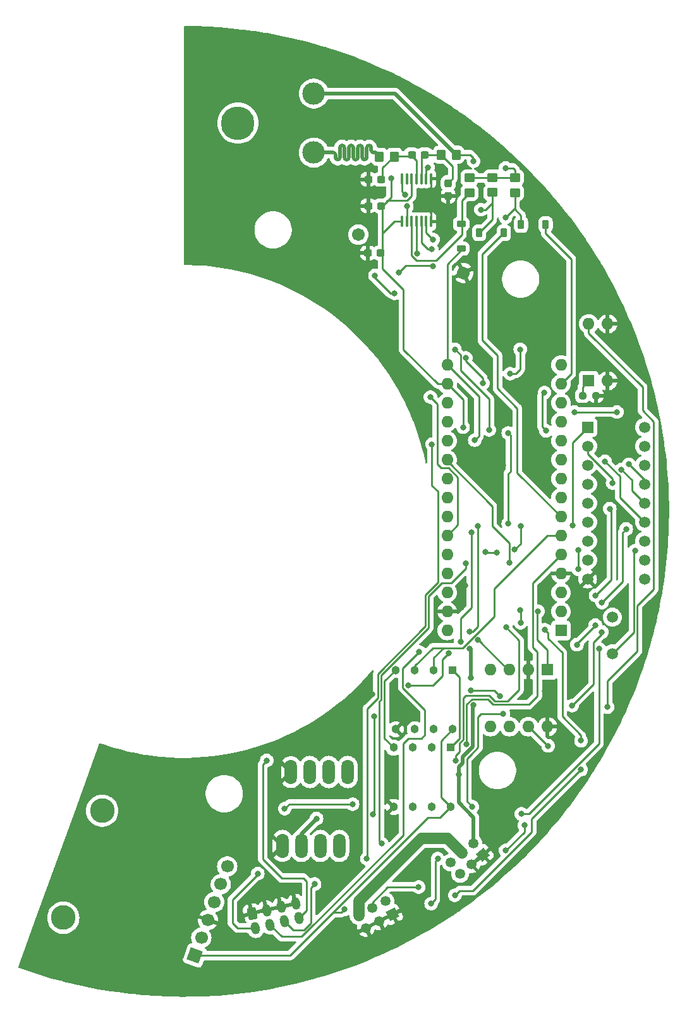
<source format=gbr>
%TF.GenerationSoftware,KiCad,Pcbnew,7.0.1*%
%TF.CreationDate,2023-05-22T07:14:15+09:00*%
%TF.ProjectId,THRControlModuleBoard,54485243-6f6e-4747-926f-6c4d6f64756c,rev?*%
%TF.SameCoordinates,Original*%
%TF.FileFunction,Copper,L1,Top*%
%TF.FilePolarity,Positive*%
%FSLAX46Y46*%
G04 Gerber Fmt 4.6, Leading zero omitted, Abs format (unit mm)*
G04 Created by KiCad (PCBNEW 7.0.1) date 2023-05-22 07:14:15*
%MOMM*%
%LPD*%
G01*
G04 APERTURE LIST*
G04 Aperture macros list*
%AMRoundRect*
0 Rectangle with rounded corners*
0 $1 Rounding radius*
0 $2 $3 $4 $5 $6 $7 $8 $9 X,Y pos of 4 corners*
0 Add a 4 corners polygon primitive as box body*
4,1,4,$2,$3,$4,$5,$6,$7,$8,$9,$2,$3,0*
0 Add four circle primitives for the rounded corners*
1,1,$1+$1,$2,$3*
1,1,$1+$1,$4,$5*
1,1,$1+$1,$6,$7*
1,1,$1+$1,$8,$9*
0 Add four rect primitives between the rounded corners*
20,1,$1+$1,$2,$3,$4,$5,0*
20,1,$1+$1,$4,$5,$6,$7,0*
20,1,$1+$1,$6,$7,$8,$9,0*
20,1,$1+$1,$8,$9,$2,$3,0*%
%AMHorizOval*
0 Thick line with rounded ends*
0 $1 width*
0 $2 $3 position (X,Y) of the first rounded end (center of the circle)*
0 $4 $5 position (X,Y) of the second rounded end (center of the circle)*
0 Add line between two ends*
20,1,$1,$2,$3,$4,$5,0*
0 Add two circle primitives to create the rounded ends*
1,1,$1,$2,$3*
1,1,$1,$4,$5*%
%AMRotRect*
0 Rectangle, with rotation*
0 The origin of the aperture is its center*
0 $1 length*
0 $2 width*
0 $3 Rotation angle, in degrees counterclockwise*
0 Add horizontal line*
21,1,$1,$2,0,0,$3*%
G04 Aperture macros list end*
%TA.AperFunction,SMDPad,CuDef*%
%ADD10RoundRect,0.100000X-0.100000X0.637500X-0.100000X-0.637500X0.100000X-0.637500X0.100000X0.637500X0*%
%TD*%
%TA.AperFunction,ComponentPad*%
%ADD11O,1.600000X1.600000*%
%TD*%
%TA.AperFunction,ComponentPad*%
%ADD12R,1.600000X1.600000*%
%TD*%
%TA.AperFunction,ComponentPad*%
%ADD13R,1.133000X1.133000*%
%TD*%
%TA.AperFunction,ComponentPad*%
%ADD14C,1.133000*%
%TD*%
%TA.AperFunction,ComponentPad*%
%ADD15RotRect,1.350000X1.350000X297.000000*%
%TD*%
%TA.AperFunction,ComponentPad*%
%ADD16HorizOval,1.350000X0.000000X0.000000X0.000000X0.000000X0*%
%TD*%
%TA.AperFunction,ComponentPad*%
%ADD17RotRect,1.350000X1.350000X310.000000*%
%TD*%
%TA.AperFunction,ComponentPad*%
%ADD18HorizOval,1.350000X0.000000X0.000000X0.000000X0.000000X0*%
%TD*%
%TA.AperFunction,SMDPad,CuDef*%
%ADD19RoundRect,0.237500X-0.300000X-0.237500X0.300000X-0.237500X0.300000X0.237500X-0.300000X0.237500X0*%
%TD*%
%TA.AperFunction,SMDPad,CuDef*%
%ADD20RoundRect,0.225000X0.225000X0.375000X-0.225000X0.375000X-0.225000X-0.375000X0.225000X-0.375000X0*%
%TD*%
%TA.AperFunction,SMDPad,CuDef*%
%ADD21RoundRect,0.250000X-0.450000X0.350000X-0.450000X-0.350000X0.450000X-0.350000X0.450000X0.350000X0*%
%TD*%
%TA.AperFunction,SMDPad,CuDef*%
%ADD22RoundRect,0.250000X0.350000X0.450000X-0.350000X0.450000X-0.350000X-0.450000X0.350000X-0.450000X0*%
%TD*%
%TA.AperFunction,ComponentPad*%
%ADD23O,1.650000X3.300000*%
%TD*%
%TA.AperFunction,SMDPad,CuDef*%
%ADD24RoundRect,0.225000X0.375000X-0.225000X0.375000X0.225000X-0.375000X0.225000X-0.375000X-0.225000X0*%
%TD*%
%TA.AperFunction,SMDPad,CuDef*%
%ADD25RoundRect,0.250000X-0.350000X-0.450000X0.350000X-0.450000X0.350000X0.450000X-0.350000X0.450000X0*%
%TD*%
%TA.AperFunction,ComponentPad*%
%ADD26RoundRect,0.250000X-0.215057X-0.624380X0.467002X-0.466914X0.215057X0.624380X-0.467002X0.466914X0*%
%TD*%
%TA.AperFunction,ComponentPad*%
%ADD27HorizOval,1.200000X-0.050614X0.219233X0.050614X-0.219233X0*%
%TD*%
%TA.AperFunction,ComponentPad*%
%ADD28C,1.500000*%
%TD*%
%TA.AperFunction,ComponentPad*%
%ADD29HorizOval,1.700000X0.000000X0.000000X0.000000X0.000000X0*%
%TD*%
%TA.AperFunction,ComponentPad*%
%ADD30RotRect,1.700000X1.700000X160.000000*%
%TD*%
%TA.AperFunction,WasherPad*%
%ADD31C,3.302000*%
%TD*%
%TA.AperFunction,SMDPad,CuDef*%
%ADD32RoundRect,0.237500X0.250000X0.237500X-0.250000X0.237500X-0.250000X-0.237500X0.250000X-0.237500X0*%
%TD*%
%TA.AperFunction,SMDPad,CuDef*%
%ADD33RoundRect,0.237500X-0.237500X0.300000X-0.237500X-0.300000X0.237500X-0.300000X0.237500X0.300000X0*%
%TD*%
%TA.AperFunction,SMDPad,CuDef*%
%ADD34RoundRect,0.237500X0.300000X0.237500X-0.300000X0.237500X-0.300000X-0.237500X0.300000X-0.237500X0*%
%TD*%
%TA.AperFunction,ComponentPad*%
%ADD35C,3.000000*%
%TD*%
%TA.AperFunction,WasherPad*%
%ADD36C,4.500000*%
%TD*%
%TA.AperFunction,ComponentPad*%
%ADD37R,1.498600X1.498600*%
%TD*%
%TA.AperFunction,ComponentPad*%
%ADD38C,1.498600*%
%TD*%
%TA.AperFunction,ComponentPad*%
%ADD39C,1.710000*%
%TD*%
%TA.AperFunction,ViaPad*%
%ADD40C,0.800000*%
%TD*%
%TA.AperFunction,Conductor*%
%ADD41C,0.250000*%
%TD*%
%TA.AperFunction,Conductor*%
%ADD42C,0.500000*%
%TD*%
%TA.AperFunction,Conductor*%
%ADD43C,1.500000*%
%TD*%
G04 APERTURE END LIST*
D10*
%TO.P,U1,1,AGND*%
%TO.N,GND*%
X136152000Y-48819500D03*
%TO.P,U1,2,BIAS*%
%TO.N,BIAS*%
X135502000Y-48819500D03*
%TO.P,U1,3,T-*%
%TO.N,Net-(U1-T-)*%
X134852000Y-48819500D03*
%TO.P,U1,4,T+*%
%TO.N,Net-(U1-T+)*%
X134202000Y-48819500D03*
%TO.P,U1,5,AVDD*%
%TO.N,+3.3V*%
X133552000Y-48819500D03*
%TO.P,U1,6*%
%TO.N,N/C*%
X132902000Y-48819500D03*
%TO.P,U1,7,~{DRDY}*%
%TO.N,DRDY*%
X132252000Y-48819500D03*
%TO.P,U1,8,DVDD*%
%TO.N,+3.3V*%
X132252000Y-54544500D03*
%TO.P,U1,9,~{CS}*%
%TO.N,Net-(D3-A)*%
X132902000Y-54544500D03*
%TO.P,U1,10,SCK*%
%TO.N,Net-(D2-A)*%
X133552000Y-54544500D03*
%TO.P,U1,11,SDO*%
%TO.N,SPI__MISO*%
X134202000Y-54544500D03*
%TO.P,U1,12,SDI*%
%TO.N,Net-(D1-A)*%
X134852000Y-54544500D03*
%TO.P,U1,13,~{FAULT}*%
%TO.N,~{FAULT}*%
X135502000Y-54544500D03*
%TO.P,U1,14,DGND*%
%TO.N,GND*%
X136152000Y-54544500D03*
%TD*%
D11*
%TO.P,A1,30,VIN*%
%TO.N,+12V*%
X138320000Y-109300000D03*
%TO.P,A1,29,GND*%
%TO.N,GND*%
X138320000Y-106760000D03*
%TO.P,A1,28,~{RESET}*%
%TO.N,unconnected-(A1-~{RESET}-Pad28)*%
X138320000Y-104220000D03*
%TO.P,A1,27,+5V*%
%TO.N,+5V*%
X138320000Y-101680000D03*
%TO.P,A1,26,A7*%
%TO.N,unconnected-(A1-A7-Pad26)*%
X138320000Y-99140000D03*
%TO.P,A1,25,A6*%
%TO.N,IO__Busser*%
X138320000Y-96600000D03*
%TO.P,A1,24,SCL/A5*%
%TO.N,unconnected-(A1-SCL{slash}A5-Pad24)*%
X138320000Y-94060000D03*
%TO.P,A1,23,SDA/A4*%
%TO.N,unconnected-(A1-SDA{slash}A4-Pad23)*%
X138320000Y-91520000D03*
%TO.P,A1,22,A3*%
%TO.N,RS405_Servo__Close*%
X138320000Y-88980000D03*
%TO.P,A1,21,A2*%
%TO.N,RS405_Servo__Open*%
X138320000Y-86440000D03*
%TO.P,A1,20,A1*%
%TO.N,B3M_Servo__Close*%
X138320000Y-83900000D03*
%TO.P,A1,19,A0*%
%TO.N,B3M_Servo__Open*%
X138320000Y-81360000D03*
%TO.P,A1,18,AREF*%
%TO.N,unconnected-(A1-AREF-Pad18)*%
X138320000Y-78820000D03*
%TO.P,A1,17,3V3*%
%TO.N,+3.3V*%
X138320000Y-76280000D03*
%TO.P,A1,16,SCK*%
%TO.N,SPI__SCLK*%
X138320000Y-73740000D03*
%TO.P,A1,15,MISO*%
%TO.N,SPI__MISO*%
X153560000Y-73740000D03*
%TO.P,A1,14,MOSI*%
%TO.N,SPI__MOSI*%
X153560000Y-76280000D03*
%TO.P,A1,13,D10*%
%TO.N,MAX31856__FAULT-FAULT*%
X153560000Y-78820000D03*
%TO.P,A1,12,D9*%
%TO.N,MAX31856__DRDY-DRDY*%
X153560000Y-81360000D03*
%TO.P,A1,11,D8*%
%TO.N,Umbilical__waitingPin*%
X153560000Y-83900000D03*
%TO.P,A1,10,D7*%
%TO.N,Umbilical__launchPin*%
X153560000Y-86440000D03*
%TO.P,A1,9,D6*%
%TO.N,MCP2515__~{CS}-~{CS}*%
X153560000Y-88980000D03*
%TO.P,A1,8,D5*%
%TO.N,MAX31855__~{CS}-~{CS}*%
X153560000Y-91520000D03*
%TO.P,A1,7,D4*%
%TO.N,MAX31856__~{CS}-~{CS}*%
X153560000Y-94060000D03*
%TO.P,A1,6,D3*%
%TO.N,RS485__ENABLE_RS405*%
X153560000Y-96600000D03*
%TO.P,A1,5,D2*%
%TO.N,RS485__ENABLE_B3M*%
X153560000Y-99140000D03*
%TO.P,A1,4,GND*%
%TO.N,GND*%
X153560000Y-101680000D03*
%TO.P,A1,3,~{RESET}*%
%TO.N,unconnected-(A1-~{RESET}-Pad3)*%
X153560000Y-104220000D03*
%TO.P,A1,2,RX1*%
%TO.N,RS485__RO-RX*%
X153560000Y-106760000D03*
D12*
%TO.P,A1,1,TX1*%
%TO.N,RS485__DI-TX*%
X153560000Y-109300000D03*
%TD*%
D13*
%TO.P,IC2,1,RO*%
%TO.N,RS485__RO-RX*%
X139060000Y-114581000D03*
D14*
%TO.P,IC2,2,~{RE}*%
%TO.N,RS485__ENABLE_RS405*%
X136520000Y-114581000D03*
%TO.P,IC2,3,DE*%
X133980000Y-114581000D03*
%TO.P,IC2,4,DI*%
%TO.N,RS485__DI-TX*%
X131440000Y-114581000D03*
%TO.P,IC2,5,GND*%
%TO.N,GND*%
X131440000Y-122519000D03*
%TO.P,IC2,6,A*%
%TO.N,RS485__A2*%
X133980000Y-122519000D03*
%TO.P,IC2,7,B*%
%TO.N,RS485__B2*%
X136520000Y-122519000D03*
%TO.P,IC2,8,VCC*%
%TO.N,+3.3V*%
X139060000Y-122519000D03*
%TD*%
D15*
%TO.P,J2,1,Pin_1*%
%TO.N,GND*%
X130986004Y-147333026D03*
D16*
%TO.P,J2,2,Pin_2*%
%TO.N,Umbilical__waitingInput*%
X130078023Y-145551012D03*
%TO.P,J2,3,Pin_3*%
%TO.N,GND*%
X129203990Y-148241007D03*
%TO.P,J2,4,Pin_4*%
%TO.N,Umbilical__launchInput*%
X128296010Y-146458993D03*
%TO.P,J2,5,Pin_5*%
%TO.N,GND*%
X127421977Y-149148988D03*
%TO.P,J2,6,Pin_6*%
%TO.N,+VDC*%
X126513996Y-147366974D03*
%TD*%
D17*
%TO.P,J3,1,Pin_1*%
%TO.N,GND*%
X143124876Y-139330469D03*
D18*
%TO.P,J3,2,Pin_2*%
%TO.N,+12V*%
X141839301Y-137798380D03*
%TO.P,J3,3,Pin_3*%
%TO.N,GND*%
X141592788Y-140616044D03*
%TO.P,J3,4,Pin_4*%
%TO.N,+VDC*%
X140307212Y-139083956D03*
%TO.P,J3,5,Pin_5*%
%TO.N,CAN__L*%
X140060699Y-141901620D03*
%TO.P,J3,6,Pin_6*%
%TO.N,CAN__H*%
X138775124Y-140369531D03*
%TD*%
D19*
%TO.P,C2,1*%
%TO.N,Net-(U1-T+)*%
X133593500Y-45586000D03*
%TO.P,C2,2*%
%TO.N,Net-(U1-T-)*%
X135318500Y-45586000D03*
%TD*%
D20*
%TO.P,D3,1,K*%
%TO.N,MAX31856__~{CS}-~{CS}*%
X145900000Y-56050000D03*
%TO.P,D3,2,A*%
%TO.N,Net-(D3-A)*%
X142600000Y-56050000D03*
%TD*%
%TO.P,D1,1,K*%
%TO.N,SPI__MOSI*%
X151500000Y-54950000D03*
%TO.P,D1,2,A*%
%TO.N,Net-(D1-A)*%
X148200000Y-54950000D03*
%TD*%
D21*
%TO.P,R4,1*%
%TO.N,+3.3V*%
X141314000Y-48666000D03*
%TO.P,R4,2*%
%TO.N,Net-(D2-A)*%
X141314000Y-50666000D03*
%TD*%
D22*
%TO.P,R2,1*%
%TO.N,BIAS*%
X139520000Y-45586000D03*
%TO.P,R2,2*%
%TO.N,Net-(U1-T-)*%
X137520000Y-45586000D03*
%TD*%
D12*
%TO.P,U2,1,TXD*%
%TO.N,CAN__TXD-TXCAN*%
X151750000Y-114550000D03*
D11*
%TO.P,U2,2,VSS*%
%TO.N,GND*%
X149210000Y-114550000D03*
%TO.P,U2,3,VDD*%
%TO.N,+5V*%
X146670000Y-114550000D03*
%TO.P,U2,4,RXD*%
%TO.N,CAN__RXD-CANRX*%
X144130000Y-114550000D03*
%TO.P,U2,5,Vio*%
%TO.N,+5V*%
X144130000Y-122170000D03*
%TO.P,U2,6,CANL*%
%TO.N,CAN__L*%
X146670000Y-122170000D03*
%TO.P,U2,7,CANH*%
%TO.N,CAN__H*%
X149210000Y-122170000D03*
%TO.P,U2,8,STBY*%
%TO.N,GND*%
X151750000Y-122170000D03*
%TD*%
D23*
%TO.P,J5,1,Pin_1*%
%TO.N,GND*%
X117390000Y-128250000D03*
%TO.P,J5,2,Pin_2*%
%TO.N,+12V*%
X119930000Y-128250000D03*
%TO.P,J5,3,Pin_3*%
%TO.N,RS485__A2*%
X122470000Y-128250000D03*
%TO.P,J5,4,Pin_4*%
%TO.N,RS485__B2*%
X125010000Y-128250000D03*
%TD*%
D24*
%TO.P,D2,1,K*%
%TO.N,SPI__SCLK*%
X140200000Y-58150000D03*
%TO.P,D2,2,A*%
%TO.N,Net-(D2-A)*%
X140200000Y-54850000D03*
%TD*%
D21*
%TO.P,R5,1*%
%TO.N,+3.3V*%
X144362000Y-48650000D03*
%TO.P,R5,2*%
%TO.N,Net-(D3-A)*%
X144362000Y-50650000D03*
%TD*%
D13*
%TO.P,IC1,1,RO*%
%TO.N,RS485__RO-RX*%
X138760000Y-124981000D03*
D14*
%TO.P,IC1,2,~{RE}*%
%TO.N,RS485__ENABLE_B3M*%
X136220000Y-124981000D03*
%TO.P,IC1,3,DE*%
X133680000Y-124981000D03*
%TO.P,IC1,4,DI*%
%TO.N,RS485__DI-TX*%
X131140000Y-124981000D03*
%TO.P,IC1,5,GND*%
%TO.N,GND*%
X131140000Y-132919000D03*
%TO.P,IC1,6,A*%
%TO.N,RS485__A1*%
X133680000Y-132919000D03*
%TO.P,IC1,7,B*%
%TO.N,RS485__B1*%
X136220000Y-132919000D03*
%TO.P,IC1,8,VCC*%
%TO.N,+3.3V*%
X138760000Y-132919000D03*
%TD*%
D25*
%TO.P,R1,1*%
%TO.N,Net-(J1-Pin_2)*%
X129250000Y-45850000D03*
%TO.P,R1,2*%
%TO.N,Net-(U1-T+)*%
X131250000Y-45850000D03*
%TD*%
D21*
%TO.P,R3,1*%
%TO.N,+3.3V*%
X147410000Y-48666000D03*
%TO.P,R3,2*%
%TO.N,Net-(D1-A)*%
X147410000Y-50666000D03*
%TD*%
D12*
%TO.P,U4,1*%
%TO.N,/NanoEvery/PhotoMos_12Vin*%
X157275000Y-75850000D03*
D11*
%TO.P,U4,2*%
%TO.N,GND*%
X159815000Y-75850000D03*
%TO.P,U4,3*%
X159815000Y-68230000D03*
%TO.P,U4,4*%
%TO.N,+12V*%
X157275000Y-68230000D03*
%TD*%
D26*
%TO.P,J6,1,Pin_1*%
%TO.N,GND*%
X112163473Y-147201064D03*
D27*
%TO.P,J6,2,Pin_2*%
%TO.N,RS405_Servo__Openinput*%
X112613375Y-149149804D03*
%TO.P,J6,3,Pin_3*%
%TO.N,GND*%
X114112213Y-146751162D03*
%TO.P,J6,4,Pin_4*%
%TO.N,RS405_Servo__Closeinput*%
X114562115Y-148699902D03*
%TO.P,J6,5,Pin_5*%
%TO.N,GND*%
X116060953Y-146301260D03*
%TO.P,J6,6,Pin_6*%
%TO.N,B3M_Servo__Openinput*%
X116510855Y-148250000D03*
%TO.P,J6,7,Pin_7*%
%TO.N,GND*%
X118009693Y-145851358D03*
%TO.P,J6,8,Pin_8*%
%TO.N,B3M_Servo__Closeinput*%
X118459595Y-147800098D03*
%TD*%
D28*
%TO.P,Y1,1,1*%
%TO.N,OCS2*%
X160450000Y-112400000D03*
%TO.P,Y1,2,2*%
%TO.N,OCS1*%
X160450000Y-107520000D03*
%TD*%
D29*
%TO.P,U5,6,SCK*%
%TO.N,SPI__SCLK*%
X108856194Y-140889542D03*
%TO.P,U5,5,~{CS}*%
%TO.N,MAX31855__~{CS}-~{CS}*%
X107987463Y-143276362D03*
%TO.P,U5,4,DO*%
%TO.N,SPI__MISO*%
X107118731Y-145663181D03*
%TO.P,U5,3,GND*%
%TO.N,GND*%
X106250000Y-148050000D03*
%TO.P,U5,2,Vout*%
%TO.N,unconnected-(U5-Vout-Pad2)*%
X105381269Y-150436819D03*
D30*
%TO.P,U5,1,Vin*%
%TO.N,+3.3V*%
X104512538Y-152823639D03*
D31*
%TO.P,U5,*%
%TO.N,*%
X92105461Y-133441268D03*
X86893074Y-147762184D03*
%TD*%
D19*
%TO.P,C1,1*%
%TO.N,GND*%
X127751500Y-48888000D03*
%TO.P,C1,2*%
%TO.N,Net-(U1-T+)*%
X129476500Y-48888000D03*
%TD*%
D32*
%TO.P,R11,1*%
%TO.N,GND*%
X158262500Y-77850000D03*
%TO.P,R11,2*%
%TO.N,/NanoEvery/PhotoMos_12Vin*%
X156437500Y-77850000D03*
%TD*%
D33*
%TO.P,C3,1*%
%TO.N,Net-(U1-T-)*%
X138450000Y-49387500D03*
%TO.P,C3,2*%
%TO.N,GND*%
X138450000Y-51112500D03*
%TD*%
D23*
%TO.P,J4,1,Pin_1*%
%TO.N,GND*%
X116240000Y-138150000D03*
%TO.P,J4,2,Pin_2*%
%TO.N,+12V*%
X118780000Y-138150000D03*
%TO.P,J4,3,Pin_3*%
%TO.N,RS485__A1*%
X121320000Y-138150000D03*
%TO.P,J4,4,Pin_4*%
%TO.N,RS485__B1*%
X123860000Y-138150000D03*
%TD*%
D34*
%TO.P,C5,1*%
%TO.N,+3.3V*%
X129412500Y-58750000D03*
%TO.P,C5,2*%
%TO.N,GND*%
X127687500Y-58750000D03*
%TD*%
%TO.P,C4,1*%
%TO.N,+3.3V*%
X129476500Y-52444000D03*
%TO.P,C4,2*%
%TO.N,GND*%
X127751500Y-52444000D03*
%TD*%
D35*
%TO.P,J1,2,Pin_2*%
%TO.N,Net-(J1-Pin_2)*%
X120450000Y-45300000D03*
%TO.P,J1,1,Pin_1*%
%TO.N,BIAS*%
X120450000Y-37400000D03*
D36*
%TO.P,J1,*%
%TO.N,*%
X110290000Y-41350000D03*
%TD*%
D37*
%TO.P,U3,1,TXCAN*%
%TO.N,CAN__TXD-TXCAN*%
X157140000Y-82090000D03*
D38*
%TO.P,U3,2,RXCAN*%
%TO.N,CAN__RXD-CANRX*%
X157140000Y-84630000D03*
%TO.P,U3,3,CLKOUT/SOF*%
%TO.N,unconnected-(U3-CLKOUT{slash}SOF-Pad3)*%
X157140000Y-87170000D03*
%TO.P,U3,4,~TX0RTS*%
%TO.N,unconnected-(U3-~TX0RTS-Pad4)*%
X157140000Y-89710000D03*
%TO.P,U3,5,~TX1RTS*%
%TO.N,unconnected-(U3-~TX1RTS-Pad5)*%
X157140000Y-92250000D03*
%TO.P,U3,6,~TX2RTS*%
%TO.N,unconnected-(U3-~TX2RTS-Pad6)*%
X157140000Y-94790000D03*
%TO.P,U3,7,OSC2*%
%TO.N,OCS2*%
X157140000Y-97330000D03*
%TO.P,U3,8,OSC1*%
%TO.N,OCS1*%
X157140000Y-99870000D03*
%TO.P,U3,9,VSS*%
%TO.N,GND*%
X157140000Y-102410000D03*
%TO.P,U3,10,~RX1BF*%
%TO.N,unconnected-(U3-~RX1BF-Pad10)*%
X164760000Y-102410000D03*
%TO.P,U3,11,~RX0BF*%
%TO.N,unconnected-(U3-~RX0BF-Pad11)*%
X164760000Y-99870000D03*
%TO.P,U3,12,~INT*%
%TO.N,unconnected-(U3-~INT-Pad12)*%
X164760000Y-97330000D03*
%TO.P,U3,13,SCK*%
%TO.N,SPI__SCLK*%
X164760000Y-94790000D03*
%TO.P,U3,14,SI*%
%TO.N,SPI__MOSI*%
X164760000Y-92250000D03*
%TO.P,U3,15,SO*%
%TO.N,SPI__MISO*%
X164760000Y-89710000D03*
%TO.P,U3,16,~CS*%
%TO.N,MCP2515__~{CS}-~{CS}*%
X164760000Y-87170000D03*
%TO.P,U3,17,~RESET*%
%TO.N,Net-(U3-~RESET)*%
X164760000Y-84630000D03*
%TO.P,U3,18,VDD*%
%TO.N,+3.3V*%
X164760000Y-82090000D03*
%TD*%
D39*
%TO.P,LS1,N*%
%TO.N,GND*%
X140497695Y-61415151D03*
%TO.P,LS1,P*%
%TO.N,+12V*%
X126402305Y-56284849D03*
%TD*%
D40*
%TO.N,GND*%
X140700000Y-103300000D03*
X139000000Y-53000000D03*
X140200000Y-106200000D03*
X143200000Y-87300000D03*
X141900000Y-64000000D03*
X145800000Y-87200000D03*
X140700000Y-87300000D03*
X130800000Y-136800000D03*
X128300000Y-117800000D03*
X132200000Y-118300000D03*
X131200000Y-130600000D03*
X131100000Y-116400000D03*
X151400000Y-117400000D03*
X158500000Y-98600000D03*
X158800000Y-102300000D03*
%TO.N,OCS2*%
X163500000Y-98600000D03*
%TO.N,GND*%
X132600000Y-121600000D03*
%TO.N,+3.3V*%
X136275500Y-84353509D03*
X140450000Y-82084500D03*
%TO.N,BIAS*%
X141850000Y-46450000D03*
X135750000Y-47274500D03*
%TO.N,+3.3V*%
X124550000Y-146650000D03*
X127550000Y-139850000D03*
%TO.N,~{FAULT}*%
X136450000Y-56950000D03*
%TO.N,Net-(D3-A)*%
X132912701Y-52512701D03*
%TO.N,Umbilical__waitingInput*%
X140825500Y-100350000D03*
%TO.N,MAX31855__~{CS}-~{CS}*%
X136175000Y-145875000D03*
X137050000Y-139850000D03*
%TO.N,Umbilical__launchInput*%
X134500000Y-143650000D03*
X139350000Y-144750000D03*
%TO.N,MAX31855__~{CS}-~{CS}*%
X158668449Y-111756150D03*
%TO.N,SPI__MISO*%
X155050000Y-119350000D03*
X145356049Y-118056049D03*
%TO.N,CAN__RXD-CANRX*%
X160100000Y-93000000D03*
X160475500Y-89550000D03*
%TO.N,CAN__TXD-TXCAN*%
X150499500Y-106725500D03*
X155125500Y-95250000D03*
%TO.N,SPI__MISO*%
X159050000Y-105550000D03*
X159050000Y-109500000D03*
%TO.N,CAN__RXD-CANRX*%
X158200000Y-104600000D03*
X158169970Y-108576130D03*
%TO.N,MAX31855__~{CS}-~{CS}*%
X155900000Y-101100000D03*
X155850000Y-98550000D03*
%TO.N,CAN__H*%
X151850000Y-124750000D03*
%TO.N,CAN__L*%
X146137701Y-138737701D03*
%TO.N,+3.3V*%
X146140000Y-47364000D03*
X161050000Y-80050000D03*
X130800000Y-48750000D03*
X155350000Y-80050000D03*
%TO.N,Net-(D3-A)*%
X142838000Y-52952000D03*
%TO.N,DRDY*%
X128650000Y-61750000D03*
X132672000Y-50945000D03*
X143950000Y-82450000D03*
X131250000Y-64150000D03*
X139350000Y-71650000D03*
%TO.N,+12V*%
X131850000Y-61350000D03*
X120812750Y-134475500D03*
X141350000Y-111750000D03*
X141812299Y-119312299D03*
X139850000Y-128600000D03*
X136450000Y-60474500D03*
X159800000Y-119550000D03*
X141500000Y-115650000D03*
%TO.N,~{FAULT}*%
X143100000Y-76200000D03*
X140824500Y-72788966D03*
%TO.N,B3M_Servo__Open*%
X146500000Y-82850000D03*
X146500000Y-95000000D03*
%TO.N,RS405_Servo__Open*%
X146625000Y-100250000D03*
%TO.N,IO__Busser*%
X136074500Y-78050000D03*
X148100000Y-71650000D03*
X146750000Y-74900000D03*
%TO.N,MAX31855__~{CS}-~{CS}*%
X148250000Y-133850000D03*
%TO.N,SPI__MOSI*%
X161650000Y-87750000D03*
%TO.N,+5V*%
X142462299Y-110562299D03*
%TO.N,CAN__RXD-CANRX*%
X155700000Y-111200000D03*
%TO.N,SPI__MISO*%
X125650000Y-132550000D03*
X134312299Y-58787701D03*
X162300000Y-95700000D03*
X116550000Y-133150000D03*
X141500500Y-117300000D03*
X162650000Y-87050000D03*
%TO.N,SPI__SCLK*%
X151350000Y-77450000D03*
X151550000Y-82550000D03*
X138550000Y-112350000D03*
X141550000Y-96150000D03*
X159450000Y-86650000D03*
X142012299Y-83812299D03*
X140100000Y-110800000D03*
X128350000Y-133950000D03*
X133100000Y-116650000D03*
X128500000Y-120800000D03*
%TO.N,RS485__ENABLE_B3M*%
X140900500Y-124501494D03*
%TO.N,Net-(D1-A)*%
X136250000Y-58250000D03*
X146140000Y-53968000D03*
%TO.N,Umbilical__waitingInput*%
X129550000Y-137850000D03*
X145000000Y-98850000D03*
X148200000Y-95350000D03*
X147350000Y-98450000D03*
X143425500Y-98800000D03*
%TO.N,RS405_Servo__Openinput*%
X141700000Y-132900000D03*
X145850000Y-120474500D03*
X112950000Y-141850000D03*
%TO.N,Umbilical__launchInput*%
X148100000Y-106600000D03*
X156250451Y-127924951D03*
X156250000Y-124050000D03*
X148150000Y-108250000D03*
X151400000Y-109200000D03*
%TO.N,RS405_Servo__Closeinput*%
X142450000Y-95350000D03*
X141350000Y-109450000D03*
X134550000Y-112150000D03*
%TO.N,CAN__L*%
X148650000Y-135374500D03*
%TO.N,B3M_Servo__Openinput*%
X139487509Y-126712509D03*
X146200000Y-108900000D03*
X120550000Y-143250000D03*
%TO.N,B3M_Servo__Closeinput*%
X114150000Y-126700000D03*
%TD*%
D41*
%TO.N,B3M_Servo__Openinput*%
X147950000Y-110650000D02*
X146200000Y-108900000D01*
X147950000Y-117250000D02*
X147950000Y-110650000D01*
X146418951Y-118781049D02*
X147950000Y-117250000D01*
X144681049Y-118781049D02*
X146418951Y-118781049D01*
X143925000Y-118025000D02*
X144681049Y-118781049D01*
X140000000Y-124377396D02*
X140449500Y-123927896D01*
X140775000Y-118025000D02*
X143925000Y-118025000D01*
X140000000Y-125524000D02*
X140000000Y-124377396D01*
X140449500Y-123927896D02*
X140449500Y-118350500D01*
X140449500Y-118350500D02*
X140775000Y-118025000D01*
X139487509Y-126036491D02*
X140000000Y-125524000D01*
X139487509Y-126712509D02*
X139487509Y-126036491D01*
D42*
%TO.N,+12V*%
X141839301Y-134339301D02*
X141839301Y-137798380D01*
X139850000Y-132350000D02*
X141839301Y-134339301D01*
X139850000Y-128600000D02*
X139850000Y-132350000D01*
X141750000Y-119374598D02*
X141812299Y-119312299D01*
X141750000Y-124854076D02*
X141750000Y-119374598D01*
X141252582Y-125351494D02*
X141750000Y-124854076D01*
X141248506Y-125351494D02*
X141252582Y-125351494D01*
X140375000Y-126225000D02*
X141248506Y-125351494D01*
X140375000Y-127026394D02*
X140375000Y-126225000D01*
X139850000Y-128600000D02*
X139850000Y-127551394D01*
X139850000Y-127551394D02*
X140375000Y-127026394D01*
D41*
%TO.N,RS405_Servo__Openinput*%
X142450000Y-120850000D02*
X142825500Y-120474500D01*
X141490755Y-125926494D02*
X142450000Y-124967249D01*
X142825500Y-120474500D02*
X145850000Y-120474500D01*
X141486678Y-125926494D02*
X141490755Y-125926494D01*
X140950000Y-126463172D02*
X141486678Y-125926494D01*
X140950000Y-132150000D02*
X140950000Y-126463172D01*
X142450000Y-124967249D02*
X142450000Y-120850000D01*
X141700000Y-132900000D02*
X140950000Y-132150000D01*
%TO.N,RS485__ENABLE_B3M*%
X149750000Y-102950000D02*
X153560000Y-99140000D01*
X149750000Y-106174695D02*
X149750000Y-102950000D01*
X149775000Y-106199695D02*
X149750000Y-106174695D01*
X149775000Y-111561396D02*
X149775000Y-106199695D01*
X150400000Y-112186396D02*
X149775000Y-111561396D01*
X150400000Y-118100000D02*
X150400000Y-112186396D01*
X140900500Y-119199500D02*
X141625000Y-118475000D01*
X144494653Y-119231049D02*
X149268951Y-119231049D01*
X141625000Y-118475000D02*
X143738604Y-118475000D01*
X143738604Y-118475000D02*
X144494653Y-119231049D01*
X149268951Y-119231049D02*
X150400000Y-118100000D01*
X140900500Y-124501494D02*
X140900500Y-119199500D01*
%TO.N,SPI__MISO*%
X144588742Y-117288742D02*
X145356049Y-118056049D01*
X141500500Y-117300000D02*
X141511758Y-117288742D01*
X141511758Y-117288742D02*
X144588742Y-117288742D01*
%TO.N,+3.3V*%
X137500000Y-124079000D02*
X139060000Y-122519000D01*
X137500000Y-131659000D02*
X137500000Y-124079000D01*
X138760000Y-132919000D02*
X137500000Y-131659000D01*
%TO.N,B3M_Servo__Closeinput*%
X119500000Y-142900000D02*
X119500000Y-146759693D01*
X119500000Y-146759693D02*
X118459595Y-147800098D01*
X119050000Y-142450000D02*
X119500000Y-142900000D01*
X116150000Y-142450000D02*
X119050000Y-142450000D01*
X113600000Y-127250000D02*
X113600000Y-139900000D01*
X113600000Y-139900000D02*
X116150000Y-142450000D01*
X114150000Y-126700000D02*
X113600000Y-127250000D01*
%TO.N,Umbilical__launchInput*%
X153725000Y-120825000D02*
X156250000Y-123350000D01*
X153725000Y-112275000D02*
X153725000Y-120825000D01*
X151850000Y-110400000D02*
X153725000Y-112275000D01*
X151850000Y-109650000D02*
X151850000Y-110400000D01*
X151400000Y-109200000D02*
X151850000Y-109650000D01*
X156250000Y-123350000D02*
X156250000Y-124050000D01*
X128250000Y-145750000D02*
X128250000Y-146483975D01*
X130350000Y-143650000D02*
X128250000Y-145750000D01*
X134500000Y-143650000D02*
X130350000Y-143650000D01*
%TO.N,Umbilical__waitingInput*%
X140825500Y-100974500D02*
X140825500Y-100350000D01*
X138900000Y-102900000D02*
X140825500Y-100974500D01*
X135850000Y-104686396D02*
X137636396Y-102900000D01*
X135850000Y-108910228D02*
X135850000Y-104686396D01*
X137636396Y-102900000D02*
X138900000Y-102900000D01*
X129475000Y-115285228D02*
X135850000Y-108910228D01*
X129475000Y-118561396D02*
X129475000Y-115285228D01*
X129250000Y-118786396D02*
X129475000Y-118561396D01*
X129550000Y-137850000D02*
X129250000Y-137550000D01*
X129250000Y-137550000D02*
X129250000Y-118786396D01*
%TO.N,+3.3V*%
X127625000Y-139775000D02*
X127550000Y-139850000D01*
X127625000Y-119775000D02*
X127625000Y-139775000D01*
X129025000Y-118375000D02*
X127625000Y-119775000D01*
X135400000Y-108723832D02*
X129025000Y-115098832D01*
X129025000Y-115098832D02*
X129025000Y-118375000D01*
X137050000Y-102850000D02*
X135400000Y-104500000D01*
X137050000Y-90650000D02*
X137050000Y-102850000D01*
X135400000Y-104500000D02*
X135400000Y-108723832D01*
X136275500Y-89875500D02*
X137050000Y-90650000D01*
X136275500Y-84353509D02*
X136275500Y-89875500D01*
%TO.N,Net-(D2-A)*%
X133552000Y-59052000D02*
X133552000Y-54567000D01*
X134250000Y-59750000D02*
X133552000Y-59052000D01*
X140300000Y-51680000D02*
X140300000Y-56300000D01*
X140300000Y-56300000D02*
X136850000Y-59750000D01*
X136850000Y-59750000D02*
X134250000Y-59750000D01*
X141314000Y-50666000D02*
X140300000Y-51680000D01*
%TO.N,SPI__SCLK*%
X142550000Y-77970000D02*
X138320000Y-73740000D01*
X142550000Y-83274598D02*
X142550000Y-77970000D01*
X142012299Y-83812299D02*
X142550000Y-83274598D01*
%TO.N,B3M_Servo__Open*%
X146800000Y-83150000D02*
X146500000Y-82850000D01*
X146800000Y-88000000D02*
X146800000Y-83150000D01*
X146500000Y-88300000D02*
X146800000Y-88000000D01*
X146500000Y-95000000D02*
X146500000Y-88300000D01*
D42*
%TO.N,+12V*%
X120812750Y-134512750D02*
X118780000Y-136545500D01*
X120812750Y-134475500D02*
X120812750Y-134512750D01*
X118780000Y-136545500D02*
X118780000Y-138150000D01*
D41*
%TO.N,SPI__SCLK*%
X128500000Y-120800000D02*
X128500000Y-133800000D01*
X128500000Y-133800000D02*
X128350000Y-133950000D01*
%TO.N,RS405_Servo__Closeinput*%
X116162213Y-150300000D02*
X114562115Y-148699902D01*
X132450000Y-136686396D02*
X118836396Y-150300000D01*
X132450000Y-124450000D02*
X132450000Y-136686396D01*
X118836396Y-150300000D02*
X116162213Y-150300000D01*
X134850000Y-123750000D02*
X133150000Y-123750000D01*
X135350000Y-119925305D02*
X135350000Y-123250000D01*
X135350000Y-123250000D02*
X134850000Y-123750000D01*
X132375000Y-116950305D02*
X135350000Y-119925305D01*
X132375000Y-114325000D02*
X132375000Y-116950305D01*
X133150000Y-123750000D02*
X132450000Y-124450000D01*
X134550000Y-112150000D02*
X132375000Y-114325000D01*
%TO.N,SPI__SCLK*%
X137700000Y-115400000D02*
X137700000Y-113200000D01*
X136450000Y-116650000D02*
X137700000Y-115400000D01*
X133100000Y-116650000D02*
X136450000Y-116650000D01*
X137700000Y-113200000D02*
X138550000Y-112350000D01*
%TO.N,OCS2*%
X163300000Y-98800000D02*
X163300000Y-109550000D01*
X163300000Y-109550000D02*
X160450000Y-112400000D01*
X163500000Y-98600000D02*
X163300000Y-98800000D01*
%TO.N,SPI__MISO*%
X161850000Y-102750000D02*
X159050000Y-105550000D01*
X162300000Y-95700000D02*
X161850000Y-96150000D01*
X161850000Y-96150000D02*
X161850000Y-102750000D01*
%TO.N,CAN__RXD-CANRX*%
X160300000Y-102500000D02*
X158200000Y-104600000D01*
X160100000Y-93000000D02*
X160300000Y-93200000D01*
X160300000Y-93200000D02*
X160300000Y-102500000D01*
%TO.N,MAX31855__~{CS}-~{CS}*%
X155850000Y-101050000D02*
X155850000Y-98550000D01*
X155900000Y-101100000D02*
X155850000Y-101050000D01*
%TO.N,SPI__MISO*%
X157900000Y-116500000D02*
X155050000Y-119350000D01*
X157900000Y-110900000D02*
X157900000Y-116500000D01*
X159050000Y-109750000D02*
X157900000Y-110900000D01*
X159050000Y-109500000D02*
X159050000Y-109750000D01*
%TO.N,CAN__RXD-CANRX*%
X155700000Y-111100000D02*
X155700000Y-111200000D01*
X158169970Y-108630030D02*
X155700000Y-111100000D01*
X158169970Y-108576130D02*
X158169970Y-108630030D01*
%TO.N,Umbilical__launchInput*%
X148100000Y-106600000D02*
X148150000Y-106650000D01*
X148150000Y-106650000D02*
X148150000Y-108250000D01*
%TO.N,RS485__ENABLE_RS405*%
X140375000Y-111625000D02*
X137950000Y-111625000D01*
X144600000Y-107400000D02*
X140375000Y-111625000D01*
X144600000Y-103700000D02*
X144600000Y-107400000D01*
X151700000Y-96600000D02*
X144600000Y-103700000D01*
X153560000Y-96600000D02*
X151700000Y-96600000D01*
%TO.N,DRDY*%
X130750000Y-64150000D02*
X131250000Y-64150000D01*
X128650000Y-61750000D02*
X128650000Y-62050000D01*
X128650000Y-62050000D02*
X130750000Y-64150000D01*
%TO.N,+12V*%
X132750000Y-60450000D02*
X131850000Y-61350000D01*
X136425500Y-60450000D02*
X132750000Y-60450000D01*
X136450000Y-60474500D02*
X136425500Y-60450000D01*
%TO.N,SPI__MISO*%
X134312299Y-58787701D02*
X134202000Y-58677402D01*
X134202000Y-58677402D02*
X134202000Y-54544500D01*
X116550000Y-133150000D02*
X117150000Y-132550000D01*
X117150000Y-132550000D02*
X125650000Y-132550000D01*
%TO.N,RS405_Servo__Openinput*%
X110249804Y-149149804D02*
X112613375Y-149149804D01*
X109550000Y-145350000D02*
X109550000Y-148450000D01*
X112950000Y-141950000D02*
X109550000Y-145350000D01*
X112950000Y-141850000D02*
X112950000Y-141950000D01*
X109550000Y-148450000D02*
X110249804Y-149149804D01*
%TO.N,B3M_Servo__Openinput*%
X119100000Y-149400000D02*
X117660855Y-149400000D01*
X120050000Y-148450000D02*
X119100000Y-149400000D01*
X117660855Y-149400000D02*
X116510855Y-148250000D01*
X120550000Y-143250000D02*
X120050000Y-143750000D01*
X120050000Y-143750000D02*
X120050000Y-148450000D01*
%TO.N,DRDY*%
X140100000Y-72400000D02*
X139350000Y-71650000D01*
X140100000Y-74450000D02*
X140100000Y-72400000D01*
X143950000Y-78300000D02*
X140100000Y-74450000D01*
X143950000Y-82450000D02*
X143950000Y-78300000D01*
%TO.N,+3.3V*%
X140450000Y-78410000D02*
X138320000Y-76280000D01*
X140450000Y-82084500D02*
X140450000Y-78410000D01*
%TO.N,RS405_Servo__Open*%
X138320000Y-86620000D02*
X138320000Y-86440000D01*
X144350000Y-92650000D02*
X138320000Y-86620000D01*
X144350000Y-95300000D02*
X144350000Y-92650000D01*
X146625000Y-97575000D02*
X144350000Y-95300000D01*
X146625000Y-100250000D02*
X146625000Y-97575000D01*
%TO.N,IO__Busser*%
X137515000Y-87565000D02*
X137000000Y-87050000D01*
X138495991Y-87565000D02*
X137515000Y-87565000D01*
X139750000Y-88819009D02*
X138495991Y-87565000D01*
X139750000Y-95170000D02*
X139750000Y-88819009D01*
X138320000Y-96600000D02*
X139750000Y-95170000D01*
X137000000Y-78975500D02*
X137000000Y-87050000D01*
X136074500Y-78050000D02*
X137000000Y-78975500D01*
%TO.N,BIAS*%
X141386000Y-45586000D02*
X139520000Y-45586000D01*
X141850000Y-46050000D02*
X141386000Y-45586000D01*
X141850000Y-46450000D02*
X141850000Y-46050000D01*
X135502000Y-47522500D02*
X135750000Y-47274500D01*
X135502000Y-48819500D02*
X135502000Y-47522500D01*
%TO.N,Net-(U1-T-)*%
X139050000Y-48787500D02*
X139050000Y-47116000D01*
X138450000Y-49387500D02*
X139050000Y-48787500D01*
%TO.N,RS485__RO-RX*%
X139999500Y-115520500D02*
X139060000Y-114581000D01*
X139999500Y-123741500D02*
X139999500Y-115520500D01*
X138760000Y-124981000D02*
X139999500Y-123741500D01*
%TO.N,+3.3V*%
X123050000Y-147050000D02*
X122900000Y-147200000D01*
X124150000Y-147050000D02*
X123050000Y-147050000D01*
X124550000Y-146650000D02*
X124150000Y-147050000D01*
X122900000Y-147200000D02*
X117276361Y-152823639D01*
X135750000Y-134350000D02*
X122900000Y-147200000D01*
%TO.N,MAX31856__~{CS}-~{CS}*%
X147700000Y-88200000D02*
X153560000Y-94060000D01*
X147700000Y-79524695D02*
X147700000Y-88200000D01*
X145050000Y-72450000D02*
X145050000Y-76874695D01*
X145050000Y-76874695D02*
X147700000Y-79524695D01*
X143050000Y-70450000D02*
X145050000Y-72450000D01*
X143050000Y-58900000D02*
X143050000Y-70450000D01*
X145900000Y-56050000D02*
X143050000Y-58900000D01*
%TO.N,~{FAULT}*%
X143100000Y-75500000D02*
X143100000Y-76200000D01*
X140824500Y-73224500D02*
X143100000Y-75500000D01*
X140824500Y-72788966D02*
X140824500Y-73224500D01*
%TO.N,+3.3V*%
X132450000Y-71650000D02*
X137080000Y-76280000D01*
X132450000Y-63650000D02*
X132450000Y-71650000D01*
X129650000Y-56751500D02*
X129650000Y-60850000D01*
X129651500Y-56750000D02*
X129650000Y-56751500D01*
X129650000Y-60850000D02*
X132450000Y-63650000D01*
X137080000Y-76280000D02*
X138320000Y-76280000D01*
X130345500Y-51750000D02*
X129651500Y-52444000D01*
X132950000Y-51750000D02*
X130345500Y-51750000D01*
X133552000Y-51148000D02*
X132950000Y-51750000D01*
X133552000Y-48819500D02*
X133552000Y-51148000D01*
%TO.N,~{FAULT}*%
X135502000Y-56002000D02*
X135502000Y-54544500D01*
X136450000Y-56950000D02*
X135502000Y-56002000D01*
%TO.N,Net-(D1-A)*%
X135750000Y-58250000D02*
X134852000Y-57352000D01*
X136250000Y-58250000D02*
X135750000Y-58250000D01*
X134852000Y-57352000D02*
X134852000Y-54544500D01*
%TO.N,GND*%
X136150000Y-54542500D02*
X136152000Y-54544500D01*
X136150000Y-48821500D02*
X136150000Y-54542500D01*
X136152000Y-48819500D02*
X136150000Y-48821500D01*
%TO.N,Net-(D3-A)*%
X132902000Y-53581979D02*
X132902000Y-54544500D01*
X132912701Y-53571278D02*
X132902000Y-53581979D01*
X132912701Y-52512701D02*
X132912701Y-53571278D01*
%TO.N,RS485__ENABLE_RS405*%
X136375000Y-111625000D02*
X137950000Y-111625000D01*
X133980000Y-114020000D02*
X136375000Y-111625000D01*
X133980000Y-114581000D02*
X133980000Y-114020000D01*
%TO.N,RS405_Servo__Closeinput*%
X141750000Y-109450000D02*
X142450000Y-108750000D01*
X142450000Y-108750000D02*
X142450000Y-95350000D01*
X141350000Y-109450000D02*
X141750000Y-109450000D01*
%TO.N,SPI__SCLK*%
X141550000Y-106200000D02*
X141550000Y-96150000D01*
X140100000Y-107650000D02*
X141550000Y-106200000D01*
X140100000Y-110800000D02*
X140100000Y-107650000D01*
X161450000Y-91480000D02*
X164760000Y-94790000D01*
X161450000Y-88650000D02*
X161450000Y-91480000D01*
X159450000Y-86650000D02*
X161450000Y-88650000D01*
%TO.N,SPI__MOSI*%
X163050000Y-90540000D02*
X164760000Y-92250000D01*
X163050000Y-89150000D02*
X163050000Y-90540000D01*
X161650000Y-87750000D02*
X163050000Y-89150000D01*
%TO.N,SPI__MISO*%
X164760000Y-89160000D02*
X164760000Y-89710000D01*
X162650000Y-87050000D02*
X164760000Y-89160000D01*
%TO.N,+3.3V*%
X161050000Y-80050000D02*
X155350000Y-80050000D01*
%TO.N,Net-(U1-T-)*%
X135318500Y-45586000D02*
X137520000Y-45586000D01*
X134852000Y-46052500D02*
X135318500Y-45586000D01*
X134852000Y-48797000D02*
X134852000Y-46052500D01*
%TO.N,Umbilical__launchInput*%
X149650000Y-134525402D02*
X156250451Y-127924951D01*
X149650000Y-136250000D02*
X149650000Y-134525402D01*
X139950000Y-144150000D02*
X141750000Y-144150000D01*
X141750000Y-144150000D02*
X149650000Y-136250000D01*
X139350000Y-144750000D02*
X139950000Y-144150000D01*
%TO.N,MAX31855__~{CS}-~{CS}*%
X149250000Y-133850000D02*
X148250000Y-133850000D01*
X158650000Y-124450000D02*
X149250000Y-133850000D01*
X158650000Y-111774599D02*
X158650000Y-124450000D01*
X158668449Y-111756150D02*
X158650000Y-111774599D01*
%TO.N,CAN__L*%
X146162299Y-138737701D02*
X148650000Y-136250000D01*
X148650000Y-136250000D02*
X148650000Y-135374500D01*
X146137701Y-138737701D02*
X146162299Y-138737701D01*
%TO.N,MAX31855__~{CS}-~{CS}*%
X136750000Y-145300000D02*
X136175000Y-145875000D01*
X136750000Y-140150000D02*
X136750000Y-145300000D01*
X137050000Y-139850000D02*
X136750000Y-140150000D01*
%TO.N,+12V*%
X157275000Y-69475000D02*
X157275000Y-68230000D01*
X164500000Y-76700000D02*
X157275000Y-69475000D01*
X164500000Y-79850000D02*
X164500000Y-76700000D01*
X166000000Y-103750000D02*
X166000000Y-81350000D01*
X163800000Y-105950000D02*
X166000000Y-103750000D01*
X163800000Y-112050000D02*
X163800000Y-105950000D01*
X159800000Y-116050000D02*
X163800000Y-112050000D01*
X166000000Y-81350000D02*
X164500000Y-79850000D01*
X159800000Y-119550000D02*
X159800000Y-116050000D01*
%TO.N,+5V*%
X142482299Y-110562299D02*
X146670000Y-114750000D01*
X142462299Y-110562299D02*
X142482299Y-110562299D01*
D42*
%TO.N,+12V*%
X141500000Y-115650000D02*
X141500000Y-111900000D01*
X141500000Y-111900000D02*
X141350000Y-111750000D01*
D41*
%TO.N,CAN__RXD-CANRX*%
X157140000Y-85650710D02*
X157140000Y-84630000D01*
X160475500Y-88986210D02*
X157140000Y-85650710D01*
X160475500Y-89550000D02*
X160475500Y-88986210D01*
%TO.N,CAN__TXD-TXCAN*%
X151750000Y-111950000D02*
X151750000Y-114750000D01*
X150350000Y-110550000D02*
X151750000Y-111950000D01*
X150350000Y-106875000D02*
X150350000Y-110550000D01*
X150499500Y-106725500D02*
X150350000Y-106875000D01*
X155100000Y-84130000D02*
X157140000Y-82090000D01*
X155100000Y-95224500D02*
X155100000Y-84130000D01*
X155125500Y-95250000D02*
X155100000Y-95224500D01*
%TO.N,SPI__SCLK*%
X151050000Y-77750000D02*
X151350000Y-77450000D01*
X151050000Y-82050000D02*
X151050000Y-77750000D01*
X151550000Y-82550000D02*
X151050000Y-82050000D01*
%TO.N,CAN__H*%
X151790000Y-124750000D02*
X151850000Y-124750000D01*
X149210000Y-122170000D02*
X151790000Y-124750000D01*
%TO.N,RS485__DI-TX*%
X129925000Y-116096000D02*
X131440000Y-114581000D01*
X129925000Y-123766000D02*
X129925000Y-116096000D01*
X131140000Y-124981000D02*
X129925000Y-123766000D01*
D43*
%TO.N,+VDC*%
X134850000Y-137150000D02*
X138373256Y-137150000D01*
X138373256Y-137150000D02*
X140307212Y-139083956D01*
X126517949Y-145482051D02*
X134850000Y-137150000D01*
X126517949Y-147483975D02*
X126517949Y-145482051D01*
D41*
%TO.N,Net-(D3-A)*%
X144362000Y-54288000D02*
X144362000Y-52038000D01*
X142600000Y-56050000D02*
X144362000Y-54288000D01*
%TO.N,+3.3V*%
X144362000Y-48650000D02*
X144378000Y-48666000D01*
X144378000Y-48666000D02*
X147410000Y-48666000D01*
X147156000Y-47364000D02*
X147410000Y-47618000D01*
X129651500Y-56148500D02*
X129651500Y-56750000D01*
X138760000Y-132919000D02*
X137329000Y-134350000D01*
X129651500Y-52444000D02*
X129651500Y-56750000D01*
X146140000Y-47364000D02*
X147156000Y-47364000D01*
X131255500Y-54544500D02*
X132252000Y-54544500D01*
X147410000Y-47618000D02*
X147410000Y-48666000D01*
X141314000Y-48666000D02*
X144346000Y-48666000D01*
X130800000Y-48750000D02*
X130800000Y-51295500D01*
X130800000Y-51295500D02*
X129651500Y-52444000D01*
X117276361Y-152823639D02*
X104512538Y-152823639D01*
X137329000Y-134350000D02*
X135750000Y-134350000D01*
X131255500Y-54544500D02*
X129651500Y-56148500D01*
X144346000Y-48666000D02*
X144362000Y-48650000D01*
%TO.N,Net-(U1-T-)*%
X139050000Y-47116000D02*
X137520000Y-45586000D01*
%TO.N,Net-(D3-A)*%
X144362000Y-51428000D02*
X144362000Y-50650000D01*
X143448000Y-52952000D02*
X144362000Y-52038000D01*
X144362000Y-52038000D02*
X144362000Y-51428000D01*
X142838000Y-52952000D02*
X143448000Y-52952000D01*
%TO.N,DRDY*%
X132252000Y-50525000D02*
X132672000Y-50945000D01*
X132252000Y-48819500D02*
X132252000Y-50525000D01*
%TO.N,IO__Busser*%
X147500000Y-74900000D02*
X148100000Y-74300000D01*
X148100000Y-74300000D02*
X148100000Y-71650000D01*
X146750000Y-74900000D02*
X147500000Y-74900000D01*
%TO.N,SPI__MOSI*%
X153560000Y-76280000D02*
X154950000Y-74890000D01*
X151500000Y-56100000D02*
X151500000Y-54950000D01*
X154950000Y-59550000D02*
X151500000Y-56100000D01*
X154950000Y-74890000D02*
X154950000Y-59550000D01*
%TO.N,Net-(U1-T+)*%
X133582500Y-45750000D02*
X131250000Y-45750000D01*
X134202000Y-48819500D02*
X134202000Y-46369500D01*
X131250000Y-45750000D02*
X129651500Y-47348500D01*
X129651500Y-47348500D02*
X129651500Y-48888000D01*
X134202000Y-46369500D02*
X133582500Y-45750000D01*
%TO.N,SPI__SCLK*%
X140400000Y-58158000D02*
X138320000Y-60238000D01*
X138320000Y-60238000D02*
X138320000Y-73740000D01*
%TO.N,RS485__ENABLE_RS405*%
X136520000Y-112954695D02*
X137849695Y-111625000D01*
X137849695Y-111625000D02*
X137950000Y-111625000D01*
X136520000Y-114581000D02*
X136520000Y-112954695D01*
%TO.N,Net-(D1-A)*%
X147410000Y-52698000D02*
X147410000Y-50666000D01*
X146140000Y-53968000D02*
X147410000Y-52698000D01*
X147410000Y-52910000D02*
X147410000Y-52698000D01*
X148200000Y-53700000D02*
X148200000Y-54950000D01*
X147410000Y-52910000D02*
X148200000Y-53700000D01*
%TO.N,Umbilical__waitingInput*%
X147400000Y-98450000D02*
X147350000Y-98450000D01*
X143475500Y-98850000D02*
X145000000Y-98850000D01*
X143425500Y-98800000D02*
X143475500Y-98850000D01*
X147450000Y-98400000D02*
X148200000Y-97650000D01*
X147450000Y-98400000D02*
X147400000Y-98450000D01*
X148200000Y-97650000D02*
X148200000Y-95350000D01*
%TO.N,/NanoEvery/PhotoMos_12Vin*%
X156437500Y-76687500D02*
X157275000Y-75850000D01*
X156437500Y-77850000D02*
X156437500Y-76687500D01*
D42*
%TO.N,Net-(J1-Pin_2)*%
X125750000Y-45956122D02*
X125750000Y-45300000D01*
X127550000Y-45000000D02*
X127550000Y-45956122D01*
X123950000Y-44643878D02*
X123950000Y-45300000D01*
X127550000Y-44643878D02*
X127550000Y-45000000D01*
X124550000Y-45956122D02*
X124550000Y-45300000D01*
X128700000Y-45300000D02*
X128450000Y-45300000D01*
X123350000Y-45956122D02*
X123350000Y-45600000D01*
D41*
X121765405Y-45300000D02*
X120450000Y-45300000D01*
D42*
X123950000Y-45300000D02*
X123950000Y-45956122D01*
X129250000Y-45850000D02*
X128700000Y-45300000D01*
X126950000Y-45956122D02*
X126950000Y-45300000D01*
X126350000Y-44643878D02*
X126350000Y-45300000D01*
X124550000Y-45300000D02*
X124550000Y-44643878D01*
X123050000Y-45300000D02*
X121765405Y-45300000D01*
X126350000Y-45300000D02*
X126350000Y-45956122D01*
X125150000Y-45300000D02*
X125150000Y-45956122D01*
X128150000Y-45000000D02*
X128150000Y-44643878D01*
X125750000Y-45300000D02*
X125750000Y-44643878D01*
X126950000Y-45300000D02*
X126950000Y-44643878D01*
X125150000Y-44643878D02*
X125150000Y-45300000D01*
X124549978Y-45956122D02*
G75*
G03*
X124850000Y-46256122I300022J22D01*
G01*
X125450000Y-44343900D02*
G75*
G03*
X125150000Y-44643878I0J-300000D01*
G01*
X123650000Y-46256100D02*
G75*
G03*
X123950000Y-45956122I0J300000D01*
G01*
X125750022Y-44643878D02*
G75*
G03*
X125450000Y-44343878I-300022J-22D01*
G01*
X128150000Y-45000000D02*
G75*
G03*
X128450000Y-45300000I300000J0D01*
G01*
X123350000Y-45600000D02*
G75*
G03*
X123050000Y-45300000I-300000J0D01*
G01*
X126950022Y-44643878D02*
G75*
G03*
X126650000Y-44343878I-300022J-22D01*
G01*
X124850000Y-46256100D02*
G75*
G03*
X125150000Y-45956122I0J300000D01*
G01*
X125749978Y-45956122D02*
G75*
G03*
X126050000Y-46256122I300022J22D01*
G01*
X126650000Y-44343900D02*
G75*
G03*
X126350000Y-44643878I0J-300000D01*
G01*
X127250000Y-46256100D02*
G75*
G03*
X127550000Y-45956122I0J300000D01*
G01*
X126949978Y-45956122D02*
G75*
G03*
X127250000Y-46256122I300022J22D01*
G01*
X123349978Y-45956122D02*
G75*
G03*
X123650000Y-46256122I300022J22D01*
G01*
X126050000Y-46256100D02*
G75*
G03*
X126350000Y-45956122I0J300000D01*
G01*
X127850000Y-44343900D02*
G75*
G03*
X127550000Y-44643878I0J-300000D01*
G01*
X124250000Y-44343900D02*
G75*
G03*
X123950000Y-44643878I0J-300000D01*
G01*
X128150022Y-44643878D02*
G75*
G03*
X127850000Y-44343878I-300022J-22D01*
G01*
X124550022Y-44643878D02*
G75*
G03*
X124250000Y-44343878I-300022J-22D01*
G01*
%TO.N,BIAS*%
X120450000Y-37400000D02*
X131334000Y-37400000D01*
X131334000Y-37400000D02*
X139201802Y-45267802D01*
%TD*%
%TA.AperFunction,Conductor*%
%TO.N,GND*%
G36*
X103496336Y-28355986D02*
G01*
X104646166Y-28370119D01*
X104649165Y-28370193D01*
X106242847Y-28428984D01*
X106245887Y-28429133D01*
X107837673Y-28527080D01*
X107840613Y-28527298D01*
X109357678Y-28658145D01*
X109431450Y-28664554D01*
X109434312Y-28664837D01*
X110795131Y-28815987D01*
X111025016Y-28841704D01*
X111027744Y-28842042D01*
X112286291Y-29013244D01*
X112613611Y-29058090D01*
X112616454Y-29058514D01*
X113801588Y-29249507D01*
X113801714Y-29249560D01*
X113801718Y-29249528D01*
X113802216Y-29249608D01*
X114196484Y-29313607D01*
X114199167Y-29314074D01*
X115330188Y-29524991D01*
X115330191Y-29524992D01*
X115330185Y-29525026D01*
X115330346Y-29525021D01*
X115772549Y-29608083D01*
X115775157Y-29608604D01*
X116862550Y-29839178D01*
X116862713Y-29839254D01*
X116862720Y-29839214D01*
X116862870Y-29839245D01*
X117340856Y-29941340D01*
X117343482Y-29941933D01*
X118395681Y-30192219D01*
X118900397Y-30313160D01*
X118903027Y-30313822D01*
X119925081Y-30583645D01*
X120450300Y-30723334D01*
X120452977Y-30724078D01*
X121448210Y-31013167D01*
X121448431Y-31013287D01*
X121448447Y-31013236D01*
X121989639Y-31171615D01*
X121992316Y-31172432D01*
X122320896Y-31276699D01*
X122964333Y-31480879D01*
X123517532Y-31657752D01*
X123520000Y-31658572D01*
X124470106Y-31985980D01*
X124470356Y-31986129D01*
X124470375Y-31986073D01*
X125032885Y-32181398D01*
X125035385Y-32182297D01*
X125965834Y-32528744D01*
X126534959Y-32742295D01*
X126537222Y-32743173D01*
X127448714Y-33108316D01*
X128022618Y-33340023D01*
X128024929Y-33340985D01*
X128720897Y-33639845D01*
X128918220Y-33724579D01*
X128918191Y-33724645D01*
X128918549Y-33724720D01*
X129495051Y-33974245D01*
X129497407Y-33975296D01*
X130133979Y-34267385D01*
X130373320Y-34377206D01*
X130373285Y-34377280D01*
X130373661Y-34377362D01*
X130373754Y-34377405D01*
X130951467Y-34644624D01*
X130953781Y-34645725D01*
X131579327Y-34951586D01*
X131812821Y-35065753D01*
X131813180Y-35065929D01*
X132390849Y-35350693D01*
X132393211Y-35351889D01*
X133236065Y-35789992D01*
X133812477Y-36092097D01*
X133814648Y-36093265D01*
X134641360Y-36549130D01*
X135215276Y-36868280D01*
X135217446Y-36869517D01*
X136027870Y-37342743D01*
X136598548Y-37678851D01*
X136600695Y-37680145D01*
X137395052Y-38170562D01*
X137395055Y-38170564D01*
X137961400Y-38523287D01*
X137963431Y-38524580D01*
X138741828Y-39031984D01*
X139303036Y-39401096D01*
X139304992Y-39402412D01*
X139774885Y-39725445D01*
X140067027Y-39926282D01*
X140067463Y-39926583D01*
X140622544Y-40311681D01*
X140624531Y-40313089D01*
X141370612Y-40853470D01*
X141919259Y-41254581D01*
X141921097Y-41255953D01*
X142650746Y-41812279D01*
X142651201Y-41812627D01*
X143192185Y-42229070D01*
X143194111Y-42230584D01*
X143907429Y-42802720D01*
X143907775Y-42803000D01*
X144440859Y-43234792D01*
X144442696Y-43236310D01*
X145139311Y-43823764D01*
X145139718Y-43824108D01*
X145664273Y-44270943D01*
X145665976Y-44272422D01*
X146261721Y-44800408D01*
X146346079Y-44875171D01*
X146346555Y-44875595D01*
X146861695Y-45336895D01*
X146863475Y-45338521D01*
X147526593Y-45955975D01*
X147527074Y-45956425D01*
X148032515Y-46432103D01*
X148034239Y-46433757D01*
X148680265Y-47065646D01*
X148680750Y-47066124D01*
X149175976Y-47555863D01*
X149177624Y-47557523D01*
X149578892Y-47969791D01*
X149806428Y-48203564D01*
X149806916Y-48204069D01*
X150291339Y-48707446D01*
X150292950Y-48709151D01*
X150904325Y-49368986D01*
X150904815Y-49369519D01*
X151376803Y-49884924D01*
X151378005Y-49886236D01*
X151379537Y-49887940D01*
X151536123Y-50065500D01*
X151973101Y-50561007D01*
X151973592Y-50561567D01*
X152435261Y-51091463D01*
X152436757Y-51093213D01*
X153012392Y-51779227D01*
X153012884Y-51779817D01*
X153065896Y-51843794D01*
X153462469Y-52322396D01*
X153463818Y-52324054D01*
X153788750Y-52731213D01*
X154021550Y-53022925D01*
X154022040Y-53023544D01*
X154458905Y-53578164D01*
X154460287Y-53579951D01*
X154999581Y-54290880D01*
X155000069Y-54291527D01*
X155424198Y-54858296D01*
X155425522Y-54860100D01*
X155946348Y-55582918D01*
X155946832Y-55583595D01*
X156357486Y-56161654D01*
X156358753Y-56163471D01*
X156860922Y-56897797D01*
X156861402Y-56898504D01*
X156988340Y-57086898D01*
X157257886Y-57486944D01*
X157258446Y-57487774D01*
X157259656Y-57489605D01*
X157742872Y-58234896D01*
X157743346Y-58235632D01*
X158124718Y-58833042D01*
X158126392Y-58835663D01*
X158127525Y-58837472D01*
X158264164Y-59060017D01*
X158591669Y-59593426D01*
X158592135Y-59594192D01*
X158813046Y-59959898D01*
X158956744Y-60197783D01*
X158960848Y-60204576D01*
X158961939Y-60206418D01*
X158997623Y-60267875D01*
X159406686Y-60972389D01*
X159407145Y-60973186D01*
X159761276Y-61593634D01*
X159762315Y-61595492D01*
X160187620Y-62371286D01*
X160188069Y-62372112D01*
X160527136Y-63001883D01*
X160528120Y-63003747D01*
X160933841Y-63789013D01*
X160934279Y-63789870D01*
X161258093Y-64428710D01*
X161259021Y-64430578D01*
X161644894Y-65224706D01*
X161645320Y-65225593D01*
X161953636Y-65873123D01*
X161954500Y-65874978D01*
X162254337Y-66532695D01*
X162320369Y-66677542D01*
X162320782Y-66678459D01*
X162613322Y-67334204D01*
X162614139Y-67336076D01*
X162959798Y-68146517D01*
X162960197Y-68147463D01*
X163236808Y-68811191D01*
X163237570Y-68813063D01*
X163562859Y-69630888D01*
X163563243Y-69631864D01*
X163823641Y-70303014D01*
X163824349Y-70304884D01*
X164129179Y-71129756D01*
X164129546Y-71130761D01*
X164373537Y-71808944D01*
X164374191Y-71810811D01*
X164658401Y-72642188D01*
X164658750Y-72643223D01*
X164886069Y-73327815D01*
X164886671Y-73329676D01*
X165150228Y-74167366D01*
X165150557Y-74168430D01*
X165361002Y-74858906D01*
X165361552Y-74860761D01*
X165604263Y-75704063D01*
X165604572Y-75705155D01*
X165798048Y-76401301D01*
X165798546Y-76403148D01*
X166020301Y-77251568D01*
X166020588Y-77252688D01*
X166196919Y-77953994D01*
X166197366Y-77955832D01*
X166398053Y-78808827D01*
X166398318Y-78809975D01*
X166557362Y-79515990D01*
X166557759Y-79517818D01*
X166737354Y-80375175D01*
X166737594Y-80376350D01*
X166879167Y-81086363D01*
X166879515Y-81088179D01*
X167037903Y-81949260D01*
X167038118Y-81950462D01*
X167162151Y-82664221D01*
X167162451Y-82666023D01*
X167299573Y-83530399D01*
X167299761Y-83531628D01*
X167406144Y-84248616D01*
X167406396Y-84250403D01*
X167522162Y-85117380D01*
X167522323Y-85118634D01*
X167610986Y-85838518D01*
X167611191Y-85840290D01*
X167705571Y-86709475D01*
X167705704Y-86710755D01*
X167776553Y-87432969D01*
X167776712Y-87434723D01*
X167849680Y-88305733D01*
X167849782Y-88307037D01*
X167902745Y-89030942D01*
X167902860Y-89032679D01*
X167954379Y-89904923D01*
X167954451Y-89906250D01*
X167989494Y-90631584D01*
X167989565Y-90633301D01*
X168019625Y-91506392D01*
X168019664Y-91507743D01*
X168036745Y-92233905D01*
X168036773Y-92235602D01*
X168045361Y-93108847D01*
X168045367Y-93110220D01*
X168044467Y-93836840D01*
X168044454Y-93838515D01*
X168031575Y-94711605D01*
X168031546Y-94712999D01*
X168012656Y-95439526D01*
X168012602Y-95441179D01*
X167978279Y-96313386D01*
X167978215Y-96314800D01*
X167941335Y-97040884D01*
X167941242Y-97042514D01*
X167885498Y-97913490D01*
X167885398Y-97914924D01*
X167830547Y-98639993D01*
X167830415Y-98641598D01*
X167753286Y-99510882D01*
X167753148Y-99512335D01*
X167680359Y-100235868D01*
X167680190Y-100237448D01*
X167581732Y-101104446D01*
X167581556Y-101105916D01*
X167490863Y-101827555D01*
X167490658Y-101829109D01*
X167370932Y-102693334D01*
X167370717Y-102694821D01*
X167262182Y-103414042D01*
X167261942Y-103415569D01*
X167121003Y-104276631D01*
X167120747Y-104278133D01*
X166994439Y-104994462D01*
X166994165Y-104995962D01*
X166832135Y-105853137D01*
X166831839Y-105854654D01*
X166687806Y-106567789D01*
X166687499Y-106569259D01*
X166504450Y-107422187D01*
X166504112Y-107423718D01*
X166342502Y-108132936D01*
X166342164Y-108134378D01*
X166138166Y-108982714D01*
X166137785Y-108984256D01*
X165958693Y-109689157D01*
X165958325Y-109690569D01*
X165733516Y-110533711D01*
X165733091Y-110535265D01*
X165536659Y-111235324D01*
X165536263Y-111236706D01*
X165290715Y-112074349D01*
X165290245Y-112075912D01*
X165076602Y-112770710D01*
X165076178Y-112772061D01*
X164810114Y-113603420D01*
X164809600Y-113604992D01*
X164578828Y-114294270D01*
X164578378Y-114295589D01*
X164291889Y-115120363D01*
X164291328Y-115121942D01*
X164043657Y-115805042D01*
X164043182Y-115806330D01*
X163736453Y-116623955D01*
X163735846Y-116625540D01*
X163471417Y-117302107D01*
X163470919Y-117303363D01*
X163144092Y-118113435D01*
X163143438Y-118115024D01*
X162862357Y-118784802D01*
X162861835Y-118786025D01*
X162515203Y-119587800D01*
X162514502Y-119589392D01*
X162217037Y-120251767D01*
X162216495Y-120252958D01*
X161850073Y-121046374D01*
X161849323Y-121047968D01*
X161535726Y-121702413D01*
X161535164Y-121703570D01*
X161149213Y-122488023D01*
X161148414Y-122489618D01*
X160818887Y-123135760D01*
X160818307Y-123136884D01*
X160412951Y-123912073D01*
X160412102Y-123913666D01*
X160066933Y-124550985D01*
X160066336Y-124552075D01*
X159641877Y-125317378D01*
X159640979Y-125318969D01*
X159280299Y-125947270D01*
X159279686Y-125948326D01*
X158836322Y-126703342D01*
X158835374Y-126704929D01*
X158459508Y-127323689D01*
X158458880Y-127324711D01*
X157996870Y-128068958D01*
X157995872Y-128070540D01*
X157605050Y-128679424D01*
X157604409Y-128680412D01*
X157123942Y-129413540D01*
X157122893Y-129415114D01*
X156717442Y-130013659D01*
X156716789Y-130014614D01*
X156218169Y-130736115D01*
X156217069Y-130737680D01*
X155797194Y-131325630D01*
X155796530Y-131326551D01*
X155280006Y-132036017D01*
X155278855Y-132037572D01*
X154844964Y-132614402D01*
X154844291Y-132615289D01*
X154310108Y-133312339D01*
X154308906Y-133313882D01*
X153861216Y-133879358D01*
X153860535Y-133880211D01*
X153309003Y-134564386D01*
X153307749Y-134565916D01*
X152846636Y-135119611D01*
X152845948Y-135120431D01*
X152277309Y-135791382D01*
X152276003Y-135792897D01*
X151801800Y-136334467D01*
X151801106Y-136335253D01*
X151215662Y-136992567D01*
X151214306Y-136994065D01*
X150727401Y-137523124D01*
X150726702Y-137523877D01*
X150124737Y-138167183D01*
X150123329Y-138168663D01*
X149623999Y-138684966D01*
X149623297Y-138685686D01*
X149005158Y-139314554D01*
X149003699Y-139316014D01*
X148492379Y-139819172D01*
X148491675Y-139819859D01*
X147857596Y-140433992D01*
X147856085Y-140435431D01*
X147333303Y-140924994D01*
X147332599Y-140925649D01*
X146682728Y-141524830D01*
X146681166Y-141526245D01*
X146147218Y-142002010D01*
X146146514Y-142002633D01*
X145481425Y-142586262D01*
X145479812Y-142587653D01*
X144934887Y-143049517D01*
X144934184Y-143050108D01*
X144254263Y-143617787D01*
X144252600Y-143619151D01*
X143697336Y-144066637D01*
X143696635Y-144067198D01*
X143002006Y-144618756D01*
X143000293Y-144620092D01*
X142435091Y-145052952D01*
X142434394Y-145053482D01*
X141725461Y-145588523D01*
X141723698Y-145589829D01*
X141148990Y-146007814D01*
X141148298Y-146008314D01*
X140425348Y-146526540D01*
X140423535Y-146527815D01*
X139839850Y-146930622D01*
X139839164Y-146931092D01*
X139102497Y-147432207D01*
X139100635Y-147433449D01*
X138508453Y-147820837D01*
X138507773Y-147821279D01*
X137757712Y-148304972D01*
X137755803Y-148306178D01*
X137155637Y-148677906D01*
X137154965Y-148678320D01*
X136391784Y-149144323D01*
X136389826Y-149145493D01*
X135782136Y-149501376D01*
X135781473Y-149501762D01*
X135005658Y-149949678D01*
X135003654Y-149950811D01*
X134388769Y-150290753D01*
X134388115Y-150291112D01*
X133600035Y-150720636D01*
X133597984Y-150721729D01*
X132976397Y-151045552D01*
X132975754Y-151045884D01*
X132175821Y-151456695D01*
X132173724Y-151457747D01*
X131546214Y-151765152D01*
X131545582Y-151765459D01*
X130733865Y-152157416D01*
X130731724Y-152158425D01*
X130098941Y-152449215D01*
X130098321Y-152449498D01*
X129275077Y-152822353D01*
X129272892Y-152823318D01*
X128635138Y-153097482D01*
X128634532Y-153097740D01*
X127800319Y-153451117D01*
X127798090Y-153452036D01*
X127156271Y-153709316D01*
X127155679Y-153709552D01*
X126310484Y-154043325D01*
X126308213Y-154044196D01*
X125662617Y-154284618D01*
X125662039Y-154284831D01*
X124806502Y-154598604D01*
X124804190Y-154599426D01*
X124155911Y-154822737D01*
X124155348Y-154822930D01*
X123289274Y-155116625D01*
X123286923Y-155117396D01*
X122636225Y-155323669D01*
X122635678Y-155323841D01*
X121759754Y-155597062D01*
X121757363Y-155597781D01*
X121105126Y-155786906D01*
X121104596Y-155787059D01*
X120218844Y-156039631D01*
X120216415Y-156040297D01*
X119563079Y-156212327D01*
X119562567Y-156212460D01*
X118667503Y-156444057D01*
X118665037Y-156444669D01*
X118011701Y-156599512D01*
X118011207Y-156599628D01*
X117106575Y-156810119D01*
X117104074Y-156810673D01*
X116451684Y-156948331D01*
X116451208Y-156948431D01*
X115537129Y-157137563D01*
X115534594Y-157138060D01*
X114883803Y-157258636D01*
X114883345Y-157258720D01*
X113960109Y-157426195D01*
X113957542Y-157426633D01*
X113309270Y-157530214D01*
X113308832Y-157530283D01*
X112376406Y-157675851D01*
X112373807Y-157676229D01*
X111728959Y-157762953D01*
X111728541Y-157763008D01*
X110787091Y-157886364D01*
X110784461Y-157886680D01*
X110144310Y-157956688D01*
X110143913Y-157956731D01*
X109192961Y-158057625D01*
X109190303Y-158057878D01*
X108556154Y-158111382D01*
X108555777Y-158111413D01*
X107595140Y-158189511D01*
X107592455Y-158189700D01*
X106965778Y-158226979D01*
X106965422Y-158227000D01*
X105994562Y-158281950D01*
X105991852Y-158282074D01*
X105373810Y-158303504D01*
X105373475Y-158303515D01*
X104392120Y-158334886D01*
X104389386Y-158334943D01*
X103782163Y-158340956D01*
X103781849Y-158340959D01*
X102788899Y-158348282D01*
X102786143Y-158348271D01*
X102191316Y-158339435D01*
X102191026Y-158339353D01*
X102191025Y-158339431D01*
X101185891Y-158322133D01*
X101183115Y-158322054D01*
X100602815Y-158299057D01*
X100602545Y-158299046D01*
X99583944Y-158256454D01*
X99581148Y-158256305D01*
X99018733Y-158220054D01*
X99018485Y-158220038D01*
X97984141Y-158151285D01*
X97981329Y-158151066D01*
X97439904Y-158102685D01*
X97439677Y-158102664D01*
X96387430Y-158006694D01*
X96384603Y-158006404D01*
X95868793Y-157947409D01*
X95868588Y-157947385D01*
X94794696Y-157822757D01*
X94791855Y-157822394D01*
X94308200Y-157754909D01*
X94308025Y-157754837D01*
X94308019Y-157754884D01*
X93206950Y-157599586D01*
X93204097Y-157599149D01*
X92760598Y-157526032D01*
X92760445Y-157525965D01*
X92760439Y-157526006D01*
X91625321Y-157337343D01*
X91622459Y-157336833D01*
X91229880Y-157262086D01*
X91229742Y-157262059D01*
X90050551Y-157036155D01*
X90047681Y-157035570D01*
X89724520Y-156965709D01*
X89724403Y-156965684D01*
X88483743Y-156696230D01*
X88480868Y-156695570D01*
X88255739Y-156641036D01*
X88255644Y-156641013D01*
X86925694Y-156317740D01*
X86922815Y-156317003D01*
X86850878Y-156297680D01*
X86850877Y-156297680D01*
X85381088Y-155901914D01*
X85378155Y-155901086D01*
X83848883Y-155448709D01*
X83845971Y-155447808D01*
X82328333Y-154957995D01*
X82325444Y-154957023D01*
X80937814Y-154471197D01*
X80884456Y-154434644D01*
X80856762Y-154376196D01*
X80862266Y-154311756D01*
X83246115Y-147762184D01*
X84728527Y-147762184D01*
X84748688Y-148056920D01*
X84808796Y-148346177D01*
X84907726Y-148624537D01*
X85043645Y-148886851D01*
X85214009Y-149128202D01*
X85335457Y-149258240D01*
X85415656Y-149344112D01*
X85644823Y-149530553D01*
X85897242Y-149684052D01*
X86168212Y-149801751D01*
X86452684Y-149881457D01*
X86745360Y-149921684D01*
X87040788Y-149921684D01*
X87333464Y-149881457D01*
X87617936Y-149801751D01*
X87888906Y-149684052D01*
X88141325Y-149530553D01*
X88370492Y-149344112D01*
X88572137Y-149128203D01*
X88590125Y-149102720D01*
X88742502Y-148886851D01*
X88751121Y-148870215D01*
X88878420Y-148624541D01*
X88977353Y-148346172D01*
X89037459Y-148056923D01*
X89057620Y-147762184D01*
X89037459Y-147467445D01*
X89015126Y-147359972D01*
X105085116Y-147359972D01*
X106100582Y-147729572D01*
X107585892Y-148270180D01*
X107605157Y-148049999D01*
X107584569Y-147814681D01*
X107523430Y-147586507D01*
X107423600Y-147372424D01*
X107296364Y-147190712D01*
X107274645Y-147132804D01*
X107283597Y-147071609D01*
X107320993Y-147022349D01*
X107377529Y-146997279D01*
X107453366Y-146984625D01*
X107666305Y-146911523D01*
X107864307Y-146804370D01*
X108041971Y-146666087D01*
X108194453Y-146500449D01*
X108317591Y-146311972D01*
X108408027Y-146105797D01*
X108463295Y-145887549D01*
X108481887Y-145663181D01*
X108463295Y-145438813D01*
X108408027Y-145220565D01*
X108317591Y-145014390D01*
X108239288Y-144894538D01*
X108194452Y-144825911D01*
X108184613Y-144815224D01*
X108154480Y-144756687D01*
X108158559Y-144690977D01*
X108195700Y-144636616D01*
X108255431Y-144608930D01*
X108322098Y-144597806D01*
X108535037Y-144524704D01*
X108733039Y-144417551D01*
X108910703Y-144279268D01*
X109063185Y-144113630D01*
X109186323Y-143925153D01*
X109276759Y-143718978D01*
X109332027Y-143500730D01*
X109350619Y-143276362D01*
X109332027Y-143051994D01*
X109276759Y-142833746D01*
X109186323Y-142627571D01*
X109121836Y-142528866D01*
X109063184Y-142439092D01*
X109053344Y-142428404D01*
X109023211Y-142369867D01*
X109027290Y-142304157D01*
X109064431Y-142249796D01*
X109124162Y-142222110D01*
X109190829Y-142210986D01*
X109403768Y-142137884D01*
X109601770Y-142030731D01*
X109779434Y-141892448D01*
X109931916Y-141726810D01*
X110055054Y-141538333D01*
X110145490Y-141332158D01*
X110200758Y-141113910D01*
X110219350Y-140889542D01*
X110200758Y-140665174D01*
X110145490Y-140446926D01*
X110065180Y-140263836D01*
X110055055Y-140240753D01*
X110033407Y-140207618D01*
X109931916Y-140052274D01*
X109779434Y-139886636D01*
X109601770Y-139748353D01*
X109403768Y-139641200D01*
X109403767Y-139641199D01*
X109403766Y-139641199D01*
X109190830Y-139568098D01*
X108968763Y-139531042D01*
X108743625Y-139531042D01*
X108521557Y-139568098D01*
X108308621Y-139641199D01*
X108110618Y-139748353D01*
X107932954Y-139886636D01*
X107780473Y-140052272D01*
X107657332Y-140240753D01*
X107572571Y-140433992D01*
X107566898Y-140446926D01*
X107532521Y-140582679D01*
X107511629Y-140665178D01*
X107493037Y-140889542D01*
X107511629Y-141113905D01*
X107511629Y-141113908D01*
X107511630Y-141113910D01*
X107563320Y-141318030D01*
X107566899Y-141332160D01*
X107657332Y-141538330D01*
X107780472Y-141726811D01*
X107790312Y-141737499D01*
X107820444Y-141796035D01*
X107816366Y-141861745D01*
X107779226Y-141916106D01*
X107719494Y-141943793D01*
X107652826Y-141954918D01*
X107439890Y-142028019D01*
X107241887Y-142135173D01*
X107064223Y-142273456D01*
X106911742Y-142439092D01*
X106788601Y-142627573D01*
X106718823Y-142786654D01*
X106698167Y-142833746D01*
X106656163Y-142999615D01*
X106642898Y-143051998D01*
X106624306Y-143276362D01*
X106642898Y-143500725D01*
X106642898Y-143500728D01*
X106642899Y-143500730D01*
X106698088Y-143718668D01*
X106698168Y-143718980D01*
X106788601Y-143925150D01*
X106911741Y-144113631D01*
X106921580Y-144124318D01*
X106951713Y-144182855D01*
X106947634Y-144248564D01*
X106910494Y-144302925D01*
X106850762Y-144330612D01*
X106784094Y-144341737D01*
X106571158Y-144414838D01*
X106373155Y-144521992D01*
X106195491Y-144660275D01*
X106043010Y-144825911D01*
X105919869Y-145014392D01*
X105840151Y-145196134D01*
X105829435Y-145220565D01*
X105778186Y-145422941D01*
X105774166Y-145438817D01*
X105755574Y-145663181D01*
X105774166Y-145887544D01*
X105774166Y-145887547D01*
X105774167Y-145887549D01*
X105829435Y-146105797D01*
X105843191Y-146137159D01*
X105919869Y-146311969D01*
X106043009Y-146500450D01*
X106057391Y-146516072D01*
X106086874Y-146571689D01*
X106085248Y-146634617D01*
X106052933Y-146688638D01*
X105998256Y-146719831D01*
X105786507Y-146776569D01*
X105572421Y-146876400D01*
X105378921Y-147011890D01*
X105211892Y-147178919D01*
X105085116Y-147359972D01*
X89015126Y-147359972D01*
X88977353Y-147178196D01*
X88949038Y-147098527D01*
X88878421Y-146899830D01*
X88878420Y-146899827D01*
X88785154Y-146719831D01*
X88742502Y-146637516D01*
X88572138Y-146396165D01*
X88370492Y-146180256D01*
X88319929Y-146139120D01*
X88141325Y-145993815D01*
X87888906Y-145840316D01*
X87617936Y-145722617D01*
X87449136Y-145675321D01*
X87333462Y-145642910D01*
X87040788Y-145602684D01*
X86745360Y-145602684D01*
X86452685Y-145642910D01*
X86219792Y-145708164D01*
X86168212Y-145722617D01*
X86168210Y-145722617D01*
X86168209Y-145722618D01*
X85897241Y-145840316D01*
X85644824Y-145993814D01*
X85415655Y-146180256D01*
X85214009Y-146396165D01*
X85043645Y-146637516D01*
X84907726Y-146899830D01*
X84808796Y-147178190D01*
X84748688Y-147467447D01*
X84728527Y-147762184D01*
X83246115Y-147762184D01*
X88458503Y-133441268D01*
X89940914Y-133441268D01*
X89961075Y-133736004D01*
X90021183Y-134025261D01*
X90120113Y-134303621D01*
X90256032Y-134565935D01*
X90426396Y-134807286D01*
X90618001Y-135012444D01*
X90628043Y-135023196D01*
X90857210Y-135209637D01*
X91109629Y-135363136D01*
X91380599Y-135480835D01*
X91665071Y-135560541D01*
X91957747Y-135600768D01*
X92253175Y-135600768D01*
X92545851Y-135560541D01*
X92830323Y-135480835D01*
X93101293Y-135363136D01*
X93353712Y-135209637D01*
X93582879Y-135023196D01*
X93784524Y-134807287D01*
X93798275Y-134787806D01*
X93954889Y-134565935D01*
X93966945Y-134542668D01*
X94090807Y-134303625D01*
X94189740Y-134025256D01*
X94249846Y-133736007D01*
X94270007Y-133441268D01*
X94249846Y-133146529D01*
X94189740Y-132857280D01*
X94161721Y-132778444D01*
X94090808Y-132578914D01*
X94090807Y-132578911D01*
X93978960Y-132363056D01*
X93954889Y-132316600D01*
X93784525Y-132075249D01*
X93582879Y-131859340D01*
X93554477Y-131836233D01*
X93353712Y-131672899D01*
X93101293Y-131519400D01*
X92830323Y-131401701D01*
X92628788Y-131345233D01*
X92545849Y-131321994D01*
X92439085Y-131307320D01*
X105949500Y-131307320D01*
X105988934Y-131619474D01*
X106067180Y-131924225D01*
X106183005Y-132216764D01*
X106334583Y-132492484D01*
X106519519Y-132747028D01*
X106734902Y-132976387D01*
X106771520Y-133006680D01*
X106977337Y-133176947D01*
X107242993Y-133345537D01*
X107527685Y-133479503D01*
X107677302Y-133528116D01*
X107826917Y-133576730D01*
X107826919Y-133576730D01*
X107826921Y-133576731D01*
X108135985Y-133635688D01*
X108240621Y-133642271D01*
X108371412Y-133650500D01*
X108371417Y-133650500D01*
X108528583Y-133650500D01*
X108528588Y-133650500D01*
X108646299Y-133643093D01*
X108764015Y-133635688D01*
X109073079Y-133576731D01*
X109372315Y-133479503D01*
X109657007Y-133345537D01*
X109922663Y-133176947D01*
X110165094Y-132976390D01*
X110245210Y-132891076D01*
X110380480Y-132747028D01*
X110565416Y-132492484D01*
X110577154Y-132471133D01*
X110716994Y-132216766D01*
X110832819Y-131924225D01*
X110911066Y-131619473D01*
X110945710Y-131345233D01*
X110950500Y-131307320D01*
X110950500Y-130992680D01*
X110940536Y-130913811D01*
X110911066Y-130680527D01*
X110842529Y-130413594D01*
X110832819Y-130375774D01*
X110723799Y-130100422D01*
X110716994Y-130083234D01*
X110603280Y-129876390D01*
X110565416Y-129807515D01*
X110380480Y-129552971D01*
X110165097Y-129323612D01*
X109922663Y-129123053D01*
X109657007Y-128954463D01*
X109477025Y-128869770D01*
X109372315Y-128820497D01*
X109372312Y-128820496D01*
X109372310Y-128820495D01*
X109073082Y-128723269D01*
X108764010Y-128664311D01*
X108528588Y-128649500D01*
X108528583Y-128649500D01*
X108371417Y-128649500D01*
X108371412Y-128649500D01*
X108135989Y-128664311D01*
X107826917Y-128723269D01*
X107527689Y-128820495D01*
X107242992Y-128954463D01*
X106977336Y-129123053D01*
X106734902Y-129323612D01*
X106519519Y-129552971D01*
X106334583Y-129807515D01*
X106183005Y-130083235D01*
X106067180Y-130375774D01*
X105988934Y-130680525D01*
X105949500Y-130992680D01*
X105949500Y-131307320D01*
X92439085Y-131307320D01*
X92253175Y-131281768D01*
X91957747Y-131281768D01*
X91665072Y-131321994D01*
X91432179Y-131387248D01*
X91380599Y-131401701D01*
X91380597Y-131401701D01*
X91380596Y-131401702D01*
X91109628Y-131519400D01*
X90857211Y-131672898D01*
X90628042Y-131859340D01*
X90426396Y-132075249D01*
X90256032Y-132316600D01*
X90120113Y-132578914D01*
X90021183Y-132857274D01*
X89961075Y-133146531D01*
X89940914Y-133441268D01*
X88458503Y-133441268D01*
X91721225Y-124477014D01*
X91758040Y-124424438D01*
X91816212Y-124397311D01*
X91880152Y-124402903D01*
X92299094Y-124555377D01*
X93383788Y-124908230D01*
X94480027Y-125223392D01*
X94480035Y-125223394D01*
X94480042Y-125223396D01*
X95586471Y-125500479D01*
X95586478Y-125500480D01*
X95586500Y-125500486D01*
X96701888Y-125739181D01*
X97296496Y-125845086D01*
X97824867Y-125939194D01*
X98838406Y-126083781D01*
X98954069Y-126100281D01*
X100088171Y-126222255D01*
X101225811Y-126304968D01*
X101225834Y-126304968D01*
X101225836Y-126304969D01*
X102365624Y-126348321D01*
X103506257Y-126352263D01*
X103506257Y-126352262D01*
X103506265Y-126352263D01*
X104646356Y-126316789D01*
X105784540Y-126241942D01*
X106919458Y-126127810D01*
X108049755Y-125974531D01*
X109174081Y-125782286D01*
X110291092Y-125551307D01*
X111399455Y-125281867D01*
X112497845Y-124974291D01*
X113584952Y-124628944D01*
X114659477Y-124246239D01*
X115720135Y-123826634D01*
X116765662Y-123370629D01*
X117794807Y-122878769D01*
X118806342Y-122351642D01*
X119799058Y-121789877D01*
X120771770Y-121194145D01*
X121723316Y-120565158D01*
X122652560Y-119903666D01*
X123558392Y-119210460D01*
X124439730Y-118486368D01*
X125295521Y-117732255D01*
X126124743Y-116949020D01*
X126926407Y-116137601D01*
X127699553Y-115298965D01*
X128272155Y-114633091D01*
X128330403Y-114595212D01*
X128399884Y-114594612D01*
X128458780Y-114631480D01*
X128488597Y-114694240D01*
X128479974Y-114763187D01*
X128457787Y-114814459D01*
X128452648Y-114824949D01*
X128431303Y-114863775D01*
X128426226Y-114883550D01*
X128419925Y-114901955D01*
X128411818Y-114920688D01*
X128404888Y-114964442D01*
X128402520Y-114975878D01*
X128391500Y-115018802D01*
X128391500Y-115039216D01*
X128389973Y-115058615D01*
X128386780Y-115078773D01*
X128390950Y-115122889D01*
X128391500Y-115134558D01*
X128391500Y-118061234D01*
X128382061Y-118108687D01*
X128355181Y-118148915D01*
X127236180Y-119267913D01*
X127219895Y-119280961D01*
X127171338Y-119332669D01*
X127168632Y-119335462D01*
X127148861Y-119355233D01*
X127146321Y-119358508D01*
X127138752Y-119367369D01*
X127108414Y-119399677D01*
X127098582Y-119417563D01*
X127087901Y-119433823D01*
X127075385Y-119449959D01*
X127057786Y-119490628D01*
X127052648Y-119501117D01*
X127031303Y-119539943D01*
X127026226Y-119559718D01*
X127019925Y-119578123D01*
X127011818Y-119596856D01*
X127004888Y-119640610D01*
X127002520Y-119652046D01*
X126991500Y-119694970D01*
X126991500Y-119715384D01*
X126989972Y-119734783D01*
X126986780Y-119754943D01*
X126989211Y-119780663D01*
X126990950Y-119799057D01*
X126991500Y-119810726D01*
X126991500Y-139069625D01*
X126977985Y-139125919D01*
X126940387Y-139169942D01*
X126938747Y-139171133D01*
X126810959Y-139313055D01*
X126715472Y-139478443D01*
X126656458Y-139660070D01*
X126636496Y-139850000D01*
X126656458Y-140039929D01*
X126715472Y-140221556D01*
X126810957Y-140386941D01*
X126832457Y-140410819D01*
X126938747Y-140528866D01*
X127093248Y-140641118D01*
X127267712Y-140718794D01*
X127267714Y-140718794D01*
X127278629Y-140723654D01*
X127325573Y-140760166D01*
X127350118Y-140814336D01*
X127346617Y-140873705D01*
X127315875Y-140924615D01*
X120895181Y-147345310D01*
X120845818Y-147375560D01*
X120788102Y-147380102D01*
X120734615Y-147357947D01*
X120697015Y-147313924D01*
X120683500Y-147257629D01*
X120683500Y-144250833D01*
X120696050Y-144196475D01*
X120731158Y-144153119D01*
X120781720Y-144129543D01*
X120832285Y-144118795D01*
X120832286Y-144118794D01*
X120832288Y-144118794D01*
X121006752Y-144041118D01*
X121161253Y-143928866D01*
X121289040Y-143786944D01*
X121384527Y-143621556D01*
X121443542Y-143439928D01*
X121463504Y-143250000D01*
X121443542Y-143060072D01*
X121412776Y-142965385D01*
X121384527Y-142878443D01*
X121289042Y-142713058D01*
X121269442Y-142691291D01*
X121161253Y-142571134D01*
X121026777Y-142473431D01*
X121006751Y-142458881D01*
X120832285Y-142381204D01*
X120645489Y-142341500D01*
X120645487Y-142341500D01*
X120454513Y-142341500D01*
X120454511Y-142341500D01*
X120267714Y-142381204D01*
X120081342Y-142464183D01*
X120080496Y-142462284D01*
X120050779Y-142475137D01*
X119996718Y-142473431D01*
X119948526Y-142448873D01*
X119931326Y-142434644D01*
X119922685Y-142426781D01*
X119557087Y-142061182D01*
X119544040Y-142044896D01*
X119492332Y-141996340D01*
X119489563Y-141993658D01*
X119469770Y-141973865D01*
X119469769Y-141973864D01*
X119469768Y-141973863D01*
X119466495Y-141971324D01*
X119457622Y-141963745D01*
X119425321Y-141933414D01*
X119407433Y-141923580D01*
X119391169Y-141912896D01*
X119375040Y-141900385D01*
X119334377Y-141882789D01*
X119323883Y-141877648D01*
X119285062Y-141856305D01*
X119273386Y-141853307D01*
X119265284Y-141851227D01*
X119246879Y-141844926D01*
X119228145Y-141836819D01*
X119228143Y-141836818D01*
X119228142Y-141836818D01*
X119184383Y-141829887D01*
X119172943Y-141827518D01*
X119130031Y-141816500D01*
X119130030Y-141816500D01*
X119109616Y-141816500D01*
X119090217Y-141814973D01*
X119070058Y-141811780D01*
X119070057Y-141811780D01*
X119037318Y-141814874D01*
X119025943Y-141815950D01*
X119014274Y-141816500D01*
X116463766Y-141816500D01*
X116416313Y-141807061D01*
X116376085Y-141780181D01*
X114269819Y-139673914D01*
X114253225Y-139649080D01*
X115094470Y-139649080D01*
X115221114Y-139829947D01*
X115385049Y-139993882D01*
X115574971Y-140126867D01*
X115785092Y-140224848D01*
X116009038Y-140284854D01*
X116240000Y-140305061D01*
X116470961Y-140284854D01*
X116694907Y-140224848D01*
X116905030Y-140126866D01*
X117094947Y-139993885D01*
X117258885Y-139829947D01*
X117391863Y-139640035D01*
X117392924Y-139637760D01*
X117395566Y-139634746D01*
X117398089Y-139631144D01*
X117398483Y-139631420D01*
X117438679Y-139585580D01*
X117505305Y-139566157D01*
X117571932Y-139585575D01*
X117617691Y-139637751D01*
X117620742Y-139644294D01*
X117620743Y-139644296D01*
X117620744Y-139644297D01*
X117754578Y-139835432D01*
X117919568Y-140000422D01*
X118110703Y-140134256D01*
X118322174Y-140232867D01*
X118547556Y-140293258D01*
X118780000Y-140313594D01*
X119012444Y-140293258D01*
X119237826Y-140232867D01*
X119449297Y-140134256D01*
X119640432Y-140000422D01*
X119805422Y-139835432D01*
X119939256Y-139644297D01*
X119939256Y-139644296D01*
X119945478Y-139635411D01*
X119947344Y-139636717D01*
X119983374Y-139595634D01*
X120050000Y-139576214D01*
X120116626Y-139595634D01*
X120152655Y-139636717D01*
X120154522Y-139635411D01*
X120160743Y-139644296D01*
X120160744Y-139644297D01*
X120294578Y-139835432D01*
X120459568Y-140000422D01*
X120650703Y-140134256D01*
X120862174Y-140232867D01*
X121087556Y-140293258D01*
X121320000Y-140313594D01*
X121552444Y-140293258D01*
X121777826Y-140232867D01*
X121989297Y-140134256D01*
X122180432Y-140000422D01*
X122345422Y-139835432D01*
X122479256Y-139644297D01*
X122479256Y-139644296D01*
X122485478Y-139635411D01*
X122487344Y-139636717D01*
X122523374Y-139595634D01*
X122590000Y-139576214D01*
X122656626Y-139595634D01*
X122692655Y-139636717D01*
X122694522Y-139635411D01*
X122700743Y-139644296D01*
X122700744Y-139644297D01*
X122834578Y-139835432D01*
X122999568Y-140000422D01*
X123190703Y-140134256D01*
X123402174Y-140232867D01*
X123627556Y-140293258D01*
X123860000Y-140313594D01*
X124092444Y-140293258D01*
X124317826Y-140232867D01*
X124529297Y-140134256D01*
X124720432Y-140000422D01*
X124885422Y-139835432D01*
X125019256Y-139644297D01*
X125117867Y-139432826D01*
X125178258Y-139207444D01*
X125189169Y-139082726D01*
X125193500Y-139033227D01*
X125193500Y-137266773D01*
X125185133Y-137171134D01*
X125178258Y-137092556D01*
X125117867Y-136867174D01*
X125019256Y-136655703D01*
X124885422Y-136464568D01*
X124720432Y-136299578D01*
X124529297Y-136165744D01*
X124490051Y-136147443D01*
X124317827Y-136067133D01*
X124092441Y-136006741D01*
X123860000Y-135986405D01*
X123627558Y-136006741D01*
X123402172Y-136067133D01*
X123190702Y-136165744D01*
X122999567Y-136299578D01*
X122834578Y-136464567D01*
X122694522Y-136664589D01*
X122692655Y-136663282D01*
X122656622Y-136704367D01*
X122590000Y-136723785D01*
X122523378Y-136704367D01*
X122487344Y-136663282D01*
X122485478Y-136664589D01*
X122479255Y-136655702D01*
X122345422Y-136464568D01*
X122180432Y-136299578D01*
X121989297Y-136165744D01*
X121950051Y-136147443D01*
X121777827Y-136067133D01*
X121552441Y-136006741D01*
X121320000Y-135986405D01*
X121087558Y-136006741D01*
X120862172Y-136067133D01*
X120650702Y-136165744D01*
X120459567Y-136299578D01*
X120294578Y-136464567D01*
X120154522Y-136664589D01*
X120152655Y-136663282D01*
X120116622Y-136704367D01*
X120050000Y-136723785D01*
X119983378Y-136704367D01*
X119947344Y-136663282D01*
X119945478Y-136664590D01*
X119939256Y-136655704D01*
X119939256Y-136655703D01*
X119917893Y-136625193D01*
X119896778Y-136572044D01*
X119901763Y-136515068D01*
X119931786Y-136466393D01*
X121016808Y-135381371D01*
X121045321Y-135360080D01*
X121078706Y-135347765D01*
X121095038Y-135344294D01*
X121269502Y-135266618D01*
X121424003Y-135154366D01*
X121551790Y-135012444D01*
X121557276Y-135002943D01*
X121647277Y-134847056D01*
X121653641Y-134827469D01*
X121706292Y-134665428D01*
X121726254Y-134475500D01*
X121706292Y-134285572D01*
X121673573Y-134184874D01*
X121647277Y-134103943D01*
X121551792Y-133938558D01*
X121486144Y-133865649D01*
X121424003Y-133796634D01*
X121327651Y-133726629D01*
X121269501Y-133684381D01*
X121095035Y-133606704D01*
X120908239Y-133567000D01*
X120908237Y-133567000D01*
X120717263Y-133567000D01*
X120717261Y-133567000D01*
X120530464Y-133606704D01*
X120355998Y-133684381D01*
X120201498Y-133796633D01*
X120073707Y-133938558D01*
X119978222Y-134103943D01*
X119919207Y-134285574D01*
X119918154Y-134295590D01*
X119906753Y-134336008D01*
X119882515Y-134370302D01*
X118289122Y-135963695D01*
X118275493Y-135975474D01*
X118255941Y-135990031D01*
X118223714Y-136028436D01*
X118216418Y-136036400D01*
X118212418Y-136040400D01*
X118192984Y-136064978D01*
X118190710Y-136067770D01*
X118141216Y-136126756D01*
X118129072Y-136145809D01*
X118127779Y-136147443D01*
X118101664Y-136172071D01*
X117919568Y-136299577D01*
X117754578Y-136464567D01*
X117620742Y-136655704D01*
X117617690Y-136662251D01*
X117571931Y-136714425D01*
X117505305Y-136733842D01*
X117438681Y-136714420D01*
X117398483Y-136668580D01*
X117398089Y-136668856D01*
X117395568Y-136665256D01*
X117392926Y-136662243D01*
X117391864Y-136659966D01*
X117258885Y-136470052D01*
X117094950Y-136306117D01*
X116905028Y-136173132D01*
X116694907Y-136075151D01*
X116470961Y-136015145D01*
X116240000Y-135994938D01*
X116009038Y-136015145D01*
X115785092Y-136075151D01*
X115574969Y-136173133D01*
X115385052Y-136306114D01*
X115221117Y-136470049D01*
X115094470Y-136650918D01*
X116240000Y-137796447D01*
X116505871Y-138062318D01*
X116537965Y-138117905D01*
X116537965Y-138182093D01*
X116505871Y-138237680D01*
X115094470Y-139649080D01*
X114253225Y-139649080D01*
X114242939Y-139633686D01*
X114233500Y-139586233D01*
X114233500Y-139032848D01*
X114915000Y-139032848D01*
X114922127Y-139114318D01*
X115886447Y-138150001D01*
X115886447Y-138150000D01*
X114922128Y-137185681D01*
X114922127Y-137185681D01*
X114915000Y-137267152D01*
X114915000Y-139032848D01*
X114233500Y-139032848D01*
X114233500Y-133150000D01*
X115636496Y-133150000D01*
X115638502Y-133169090D01*
X115656458Y-133339929D01*
X115715472Y-133521556D01*
X115810957Y-133686941D01*
X115810960Y-133686944D01*
X115938747Y-133828866D01*
X116068541Y-133923167D01*
X116093248Y-133941118D01*
X116267714Y-134018795D01*
X116454511Y-134058500D01*
X116454513Y-134058500D01*
X116645487Y-134058500D01*
X116645489Y-134058500D01*
X116832285Y-134018795D01*
X116832286Y-134018794D01*
X116832288Y-134018794D01*
X117006752Y-133941118D01*
X117161253Y-133828866D01*
X117289040Y-133686944D01*
X117312492Y-133646325D01*
X117384527Y-133521556D01*
X117396872Y-133483561D01*
X117443542Y-133339928D01*
X117448312Y-133294535D01*
X117468832Y-133238160D01*
X117513419Y-133198014D01*
X117571633Y-133183500D01*
X124942691Y-133183500D01*
X124993127Y-133194221D01*
X125034841Y-133224528D01*
X125038747Y-133228866D01*
X125149039Y-133308998D01*
X125193248Y-133341118D01*
X125367714Y-133418795D01*
X125554511Y-133458500D01*
X125554513Y-133458500D01*
X125745487Y-133458500D01*
X125745489Y-133458500D01*
X125932285Y-133418795D01*
X125932286Y-133418794D01*
X125932288Y-133418794D01*
X126106752Y-133341118D01*
X126261253Y-133228866D01*
X126389040Y-133086944D01*
X126484527Y-132921556D01*
X126543542Y-132739928D01*
X126563504Y-132550000D01*
X126543542Y-132360072D01*
X126488826Y-132191675D01*
X126484527Y-132178443D01*
X126389042Y-132013058D01*
X126358682Y-131979340D01*
X126261253Y-131871134D01*
X126159965Y-131797544D01*
X126106751Y-131758881D01*
X125932285Y-131681204D01*
X125745489Y-131641500D01*
X125745487Y-131641500D01*
X125554513Y-131641500D01*
X125554511Y-131641500D01*
X125367714Y-131681204D01*
X125193248Y-131758881D01*
X125038746Y-131871134D01*
X125034842Y-131875471D01*
X124993127Y-131905779D01*
X124942691Y-131916500D01*
X117233633Y-131916500D01*
X117212891Y-131914210D01*
X117210091Y-131914298D01*
X117141983Y-131916439D01*
X117138087Y-131916500D01*
X117110144Y-131916500D01*
X117106042Y-131917018D01*
X117094403Y-131917934D01*
X117050110Y-131919326D01*
X117030507Y-131925022D01*
X117011455Y-131928967D01*
X116991203Y-131931525D01*
X116949999Y-131947839D01*
X116938953Y-131951620D01*
X116896407Y-131963982D01*
X116878827Y-131974377D01*
X116861370Y-131982930D01*
X116842378Y-131990449D01*
X116806534Y-132016491D01*
X116796777Y-132022901D01*
X116758638Y-132045457D01*
X116744200Y-132059895D01*
X116729411Y-132072525D01*
X116712891Y-132084527D01*
X116684647Y-132118668D01*
X116676788Y-132127305D01*
X116598915Y-132205180D01*
X116558686Y-132232061D01*
X116511233Y-132241500D01*
X116454511Y-132241500D01*
X116267714Y-132281204D01*
X116093248Y-132358881D01*
X115938748Y-132471133D01*
X115810957Y-132613058D01*
X115715472Y-132778443D01*
X115656458Y-132960070D01*
X115636496Y-133149999D01*
X115636496Y-133150000D01*
X114233500Y-133150000D01*
X114233500Y-129749080D01*
X116244470Y-129749080D01*
X116371114Y-129929947D01*
X116535049Y-130093882D01*
X116724971Y-130226867D01*
X116935092Y-130324848D01*
X117159038Y-130384854D01*
X117390000Y-130405061D01*
X117620961Y-130384854D01*
X117844907Y-130324848D01*
X118055030Y-130226866D01*
X118244947Y-130093885D01*
X118408885Y-129929947D01*
X118541863Y-129740035D01*
X118542924Y-129737760D01*
X118545566Y-129734746D01*
X118548089Y-129731144D01*
X118548483Y-129731420D01*
X118588679Y-129685580D01*
X118655305Y-129666157D01*
X118721932Y-129685575D01*
X118767691Y-129737751D01*
X118770742Y-129744294D01*
X118770743Y-129744296D01*
X118770744Y-129744297D01*
X118904578Y-129935432D01*
X119069568Y-130100422D01*
X119260703Y-130234256D01*
X119472174Y-130332867D01*
X119697556Y-130393258D01*
X119930000Y-130413594D01*
X120162444Y-130393258D01*
X120387826Y-130332867D01*
X120599297Y-130234256D01*
X120790432Y-130100422D01*
X120955422Y-129935432D01*
X121089256Y-129744297D01*
X121089256Y-129744296D01*
X121095478Y-129735411D01*
X121097344Y-129736717D01*
X121133374Y-129695634D01*
X121200000Y-129676214D01*
X121266626Y-129695634D01*
X121302655Y-129736717D01*
X121304522Y-129735411D01*
X121310743Y-129744296D01*
X121310744Y-129744297D01*
X121444578Y-129935432D01*
X121609568Y-130100422D01*
X121800703Y-130234256D01*
X122012174Y-130332867D01*
X122237556Y-130393258D01*
X122470000Y-130413594D01*
X122702444Y-130393258D01*
X122927826Y-130332867D01*
X123139297Y-130234256D01*
X123330432Y-130100422D01*
X123495422Y-129935432D01*
X123629256Y-129744297D01*
X123629256Y-129744296D01*
X123635478Y-129735411D01*
X123637344Y-129736717D01*
X123673374Y-129695634D01*
X123740000Y-129676214D01*
X123806626Y-129695634D01*
X123842655Y-129736717D01*
X123844522Y-129735411D01*
X123850743Y-129744296D01*
X123850744Y-129744297D01*
X123984578Y-129935432D01*
X124149568Y-130100422D01*
X124340703Y-130234256D01*
X124552174Y-130332867D01*
X124777556Y-130393258D01*
X125010000Y-130413594D01*
X125242444Y-130393258D01*
X125467826Y-130332867D01*
X125679297Y-130234256D01*
X125870432Y-130100422D01*
X126035422Y-129935432D01*
X126169256Y-129744297D01*
X126267867Y-129532826D01*
X126328258Y-129307444D01*
X126343500Y-129133225D01*
X126343500Y-127366775D01*
X126328258Y-127192556D01*
X126267867Y-126967174D01*
X126169256Y-126755703D01*
X126035422Y-126564568D01*
X125870432Y-126399578D01*
X125679297Y-126265744D01*
X125503766Y-126183892D01*
X125467827Y-126167133D01*
X125242441Y-126106741D01*
X125010000Y-126086405D01*
X124777558Y-126106741D01*
X124552172Y-126167133D01*
X124340702Y-126265744D01*
X124149567Y-126399578D01*
X123984578Y-126564567D01*
X123844522Y-126764589D01*
X123842655Y-126763282D01*
X123806622Y-126804367D01*
X123740000Y-126823785D01*
X123673378Y-126804367D01*
X123637344Y-126763282D01*
X123635478Y-126764589D01*
X123627078Y-126752593D01*
X123495422Y-126564568D01*
X123330432Y-126399578D01*
X123139297Y-126265744D01*
X122963766Y-126183892D01*
X122927827Y-126167133D01*
X122702441Y-126106741D01*
X122470000Y-126086405D01*
X122237558Y-126106741D01*
X122012172Y-126167133D01*
X121800702Y-126265744D01*
X121609567Y-126399578D01*
X121444578Y-126564567D01*
X121304522Y-126764589D01*
X121302655Y-126763282D01*
X121266622Y-126804367D01*
X121200000Y-126823785D01*
X121133378Y-126804367D01*
X121097344Y-126763282D01*
X121095478Y-126764589D01*
X121087078Y-126752593D01*
X120955422Y-126564568D01*
X120790432Y-126399578D01*
X120599297Y-126265744D01*
X120423766Y-126183892D01*
X120387827Y-126167133D01*
X120162441Y-126106741D01*
X119930000Y-126086405D01*
X119697558Y-126106741D01*
X119472172Y-126167133D01*
X119260702Y-126265744D01*
X119069567Y-126399578D01*
X118904578Y-126564567D01*
X118770742Y-126755704D01*
X118767690Y-126762251D01*
X118721931Y-126814425D01*
X118655305Y-126833842D01*
X118588681Y-126814420D01*
X118548483Y-126768580D01*
X118548089Y-126768856D01*
X118545568Y-126765256D01*
X118542926Y-126762243D01*
X118541864Y-126759966D01*
X118408885Y-126570052D01*
X118244950Y-126406117D01*
X118055028Y-126273132D01*
X117844907Y-126175151D01*
X117620961Y-126115145D01*
X117390000Y-126094938D01*
X117159038Y-126115145D01*
X116935092Y-126175151D01*
X116724969Y-126273133D01*
X116535052Y-126406114D01*
X116371117Y-126570049D01*
X116244470Y-126750918D01*
X117390000Y-127896447D01*
X117655871Y-128162318D01*
X117687965Y-128217905D01*
X117687965Y-128282093D01*
X117655871Y-128337680D01*
X116244470Y-129749080D01*
X114233500Y-129749080D01*
X114233500Y-129132848D01*
X116065000Y-129132848D01*
X116072127Y-129214318D01*
X117036447Y-128250001D01*
X117036447Y-128250000D01*
X116072128Y-127285681D01*
X116072127Y-127285681D01*
X116065000Y-127367152D01*
X116065000Y-129132848D01*
X114233500Y-129132848D01*
X114233500Y-127711461D01*
X114246050Y-127657103D01*
X114281158Y-127613748D01*
X114331719Y-127590171D01*
X114432285Y-127568795D01*
X114432286Y-127568794D01*
X114432288Y-127568794D01*
X114606752Y-127491118D01*
X114761253Y-127378866D01*
X114889040Y-127236944D01*
X114899067Y-127219578D01*
X114984527Y-127071556D01*
X115002923Y-127014940D01*
X115043542Y-126889928D01*
X115063504Y-126700000D01*
X115043542Y-126510072D01*
X114992610Y-126353321D01*
X114984527Y-126328443D01*
X114889042Y-126163058D01*
X114845901Y-126115145D01*
X114761253Y-126021134D01*
X114648470Y-125939192D01*
X114606751Y-125908881D01*
X114432285Y-125831204D01*
X114245489Y-125791500D01*
X114245487Y-125791500D01*
X114054513Y-125791500D01*
X114054511Y-125791500D01*
X113867714Y-125831204D01*
X113693248Y-125908881D01*
X113538748Y-126021133D01*
X113410957Y-126163058D01*
X113315472Y-126328443D01*
X113256458Y-126510070D01*
X113239340Y-126672942D01*
X113221409Y-126725316D01*
X113201973Y-126744960D01*
X113203702Y-126746584D01*
X113146339Y-126807668D01*
X113143633Y-126810461D01*
X113123861Y-126830233D01*
X113121321Y-126833508D01*
X113113752Y-126842369D01*
X113083414Y-126874677D01*
X113073582Y-126892563D01*
X113062901Y-126908823D01*
X113050385Y-126924959D01*
X113032786Y-126965628D01*
X113027648Y-126976117D01*
X113006303Y-127014943D01*
X113001226Y-127034718D01*
X112994925Y-127053123D01*
X112986818Y-127071856D01*
X112979888Y-127115610D01*
X112977520Y-127127046D01*
X112966500Y-127169970D01*
X112966500Y-127190384D01*
X112964973Y-127209783D01*
X112961780Y-127229941D01*
X112965950Y-127274057D01*
X112966500Y-127285726D01*
X112966500Y-139816367D01*
X112964210Y-139837108D01*
X112966439Y-139908017D01*
X112966500Y-139911913D01*
X112966500Y-139939855D01*
X112967018Y-139943956D01*
X112967934Y-139955597D01*
X112969326Y-139999888D01*
X112975022Y-140019492D01*
X112978967Y-140038544D01*
X112981525Y-140058798D01*
X112997838Y-140100001D01*
X113001621Y-140111049D01*
X113013982Y-140153593D01*
X113024374Y-140171166D01*
X113032931Y-140188633D01*
X113040448Y-140207618D01*
X113066491Y-140243463D01*
X113072905Y-140253227D01*
X113095458Y-140291362D01*
X113109890Y-140305794D01*
X113122526Y-140320589D01*
X113134526Y-140337105D01*
X113134527Y-140337106D01*
X113134528Y-140337107D01*
X113162839Y-140360528D01*
X113168667Y-140365349D01*
X113177308Y-140373212D01*
X115642910Y-142838814D01*
X115655959Y-142855101D01*
X115657999Y-142857016D01*
X115658000Y-142857018D01*
X115707701Y-142903690D01*
X115710464Y-142906368D01*
X115730231Y-142926135D01*
X115733497Y-142928668D01*
X115742375Y-142936250D01*
X115774679Y-142966586D01*
X115792570Y-142976421D01*
X115808823Y-142987097D01*
X115820816Y-142996399D01*
X115824961Y-142999615D01*
X115865618Y-143017208D01*
X115876102Y-143022343D01*
X115914940Y-143043695D01*
X115934714Y-143048772D01*
X115953119Y-143055073D01*
X115971855Y-143063181D01*
X116015630Y-143070113D01*
X116027041Y-143072477D01*
X116069970Y-143083500D01*
X116090384Y-143083500D01*
X116109783Y-143085027D01*
X116129943Y-143088220D01*
X116174056Y-143084050D01*
X116185726Y-143083500D01*
X118736233Y-143083500D01*
X118783690Y-143092941D01*
X118823921Y-143119826D01*
X118830188Y-143126094D01*
X118857063Y-143166320D01*
X118866500Y-143213768D01*
X118866500Y-144691455D01*
X118847423Y-144757540D01*
X118796061Y-144803291D01*
X118728219Y-144814630D01*
X118664771Y-144788068D01*
X118566779Y-144709229D01*
X118381135Y-144610899D01*
X118180239Y-144549478D01*
X117971351Y-144527189D01*
X117960767Y-144528080D01*
X117960767Y-144528082D01*
X118197048Y-145551528D01*
X118281629Y-145917890D01*
X118279389Y-145982038D01*
X118245375Y-146036472D01*
X118188701Y-146066606D01*
X117251567Y-146282961D01*
X116289613Y-146505045D01*
X116289611Y-146505045D01*
X115302827Y-146732863D01*
X114340873Y-146954947D01*
X114340871Y-146954947D01*
X113420475Y-147167438D01*
X112392133Y-147404849D01*
X112392131Y-147404849D01*
X111147904Y-147692101D01*
X111228881Y-148042851D01*
X111262213Y-148140581D01*
X111353384Y-148290334D01*
X111368013Y-148305134D01*
X111397932Y-148354534D01*
X111402229Y-148412129D01*
X111379972Y-148465422D01*
X111335990Y-148502854D01*
X111279824Y-148516304D01*
X110563571Y-148516304D01*
X110516118Y-148506865D01*
X110475890Y-148479985D01*
X110219819Y-148223914D01*
X110192939Y-148183686D01*
X110183500Y-148136233D01*
X110183500Y-146751719D01*
X110941568Y-146751719D01*
X110954450Y-146854162D01*
X111035428Y-147204916D01*
X111863641Y-147013709D01*
X111863642Y-147013708D01*
X111625195Y-145980878D01*
X111479059Y-146014616D01*
X111381336Y-146047945D01*
X111231578Y-146139120D01*
X111106889Y-146262366D01*
X111013978Y-146411053D01*
X110957865Y-146577153D01*
X110941568Y-146751719D01*
X110183500Y-146751719D01*
X110183500Y-145868402D01*
X112112379Y-145868402D01*
X112350827Y-146901233D01*
X113420475Y-146654286D01*
X113812381Y-146563807D01*
X113812382Y-146563806D01*
X113577026Y-145544364D01*
X113577025Y-145544364D01*
X113474549Y-145595763D01*
X113307989Y-145723779D01*
X113168663Y-145881006D01*
X113091990Y-146010465D01*
X113053176Y-146051047D01*
X113000443Y-146070348D01*
X112944603Y-146064408D01*
X112897109Y-146034446D01*
X112850312Y-145987102D01*
X112701626Y-145894192D01*
X112535526Y-145838078D01*
X112360960Y-145821781D01*
X112258516Y-145834663D01*
X112112380Y-145868401D01*
X112112379Y-145868402D01*
X110183500Y-145868402D01*
X110183500Y-145663766D01*
X110192939Y-145616313D01*
X110219819Y-145576085D01*
X110368018Y-145427886D01*
X114063287Y-145427886D01*
X114299567Y-146451331D01*
X114870339Y-146319559D01*
X115761121Y-146113905D01*
X115761122Y-146113904D01*
X115525766Y-145094462D01*
X115525765Y-145094462D01*
X115423289Y-145145861D01*
X115256729Y-145273877D01*
X115117403Y-145431104D01*
X115010351Y-145611857D01*
X114993551Y-145658708D01*
X114961396Y-145707539D01*
X114910440Y-145736209D01*
X114852011Y-145738342D01*
X114799099Y-145713464D01*
X114669296Y-145609032D01*
X114483655Y-145510703D01*
X114282759Y-145449282D01*
X114073871Y-145426993D01*
X114063287Y-145427884D01*
X114063287Y-145427886D01*
X110368018Y-145427886D01*
X110817920Y-144977984D01*
X116012027Y-144977984D01*
X116248307Y-146001429D01*
X116819079Y-145869657D01*
X117709861Y-145664003D01*
X117709862Y-145664002D01*
X117474506Y-144644560D01*
X117474505Y-144644560D01*
X117372029Y-144695959D01*
X117205469Y-144823975D01*
X117066143Y-144981202D01*
X116959091Y-145161955D01*
X116942291Y-145208806D01*
X116910136Y-145257637D01*
X116859180Y-145286307D01*
X116800751Y-145288440D01*
X116747839Y-145263562D01*
X116618036Y-145159130D01*
X116432395Y-145060801D01*
X116231499Y-144999380D01*
X116022611Y-144977091D01*
X116012027Y-144977982D01*
X116012027Y-144977984D01*
X110817920Y-144977984D01*
X111608963Y-144186941D01*
X113009253Y-142786651D01*
X113037763Y-142765362D01*
X113071149Y-142753045D01*
X113125465Y-142741500D01*
X113232285Y-142718795D01*
X113232286Y-142718794D01*
X113232288Y-142718794D01*
X113406752Y-142641118D01*
X113561253Y-142528866D01*
X113689040Y-142386944D01*
X113698900Y-142369867D01*
X113784527Y-142221556D01*
X113811714Y-142137884D01*
X113843542Y-142039928D01*
X113863504Y-141850000D01*
X113843542Y-141660072D01*
X113795667Y-141512728D01*
X113784527Y-141478443D01*
X113689042Y-141313058D01*
X113620784Y-141237250D01*
X113561253Y-141171134D01*
X113406752Y-141058882D01*
X113406751Y-141058881D01*
X113232285Y-140981204D01*
X113045489Y-140941500D01*
X113045487Y-140941500D01*
X112854513Y-140941500D01*
X112854511Y-140941500D01*
X112667714Y-140981204D01*
X112493248Y-141058881D01*
X112338748Y-141171133D01*
X112210957Y-141313058D01*
X112115472Y-141478443D01*
X112056458Y-141660070D01*
X112036496Y-141850000D01*
X112041498Y-141897595D01*
X112035064Y-141951948D01*
X112005858Y-141998236D01*
X109161180Y-144842913D01*
X109144896Y-144855961D01*
X109096339Y-144907668D01*
X109093633Y-144910461D01*
X109073861Y-144930233D01*
X109071321Y-144933508D01*
X109063752Y-144942369D01*
X109033414Y-144974677D01*
X109023582Y-144992563D01*
X109012901Y-145008823D01*
X109000385Y-145024959D01*
X108982786Y-145065628D01*
X108977648Y-145076117D01*
X108956303Y-145114943D01*
X108951226Y-145134718D01*
X108944925Y-145153123D01*
X108936818Y-145171856D01*
X108929888Y-145215610D01*
X108927520Y-145227046D01*
X108916500Y-145269970D01*
X108916500Y-145290384D01*
X108914973Y-145309783D01*
X108913346Y-145320058D01*
X108911780Y-145329943D01*
X108912033Y-145332616D01*
X108915950Y-145374057D01*
X108916500Y-145385726D01*
X108916500Y-148366367D01*
X108914210Y-148387108D01*
X108914298Y-148389908D01*
X108914298Y-148389909D01*
X108916400Y-148456768D01*
X108916439Y-148458017D01*
X108916500Y-148461913D01*
X108916500Y-148489855D01*
X108917018Y-148493956D01*
X108917934Y-148505597D01*
X108919326Y-148549888D01*
X108925022Y-148569492D01*
X108928967Y-148588544D01*
X108931525Y-148608798D01*
X108947838Y-148650001D01*
X108951621Y-148661049D01*
X108963982Y-148703593D01*
X108974374Y-148721166D01*
X108982931Y-148738633D01*
X108990448Y-148757618D01*
X109016491Y-148793463D01*
X109022905Y-148803227D01*
X109045458Y-148841362D01*
X109059890Y-148855794D01*
X109072526Y-148870589D01*
X109084526Y-148887105D01*
X109084527Y-148887106D01*
X109084528Y-148887107D01*
X109118667Y-148915349D01*
X109127308Y-148923212D01*
X109742714Y-149538618D01*
X109755763Y-149554905D01*
X109757803Y-149556820D01*
X109757804Y-149556822D01*
X109807505Y-149603494D01*
X109810238Y-149606142D01*
X109830034Y-149625938D01*
X109833297Y-149628469D01*
X109842173Y-149636049D01*
X109874483Y-149666390D01*
X109892376Y-149676226D01*
X109908635Y-149686907D01*
X109924763Y-149699417D01*
X109965429Y-149717014D01*
X109975910Y-149722150D01*
X109997371Y-149733948D01*
X110014744Y-149743499D01*
X110034514Y-149748575D01*
X110052919Y-149754875D01*
X110071659Y-149762985D01*
X110115434Y-149769917D01*
X110126845Y-149772281D01*
X110169774Y-149783304D01*
X110190188Y-149783304D01*
X110209587Y-149784831D01*
X110229747Y-149788024D01*
X110273860Y-149783854D01*
X110285530Y-149783304D01*
X111552649Y-149783304D01*
X111615244Y-149800263D01*
X111660718Y-149846501D01*
X111749804Y-150004839D01*
X111886655Y-150166363D01*
X112028416Y-150280415D01*
X112051596Y-150299064D01*
X112238671Y-150398154D01*
X112441119Y-150460047D01*
X112651622Y-150482510D01*
X112862572Y-150464729D01*
X113066344Y-150407346D01*
X113255574Y-150312436D01*
X113423423Y-150183430D01*
X113563824Y-150024988D01*
X113671702Y-149842840D01*
X113684748Y-149806458D01*
X113716902Y-149757627D01*
X113767858Y-149728957D01*
X113826288Y-149726824D01*
X113879197Y-149751700D01*
X114000336Y-149849162D01*
X114000338Y-149849163D01*
X114179332Y-149943973D01*
X114187411Y-149948252D01*
X114389859Y-150010145D01*
X114600362Y-150032608D01*
X114811312Y-150014827D01*
X114873894Y-149997202D01*
X114938839Y-149996584D01*
X114995188Y-150028879D01*
X115655123Y-150688814D01*
X115668172Y-150705101D01*
X115670212Y-150707016D01*
X115670213Y-150707018D01*
X115719914Y-150753690D01*
X115722647Y-150756338D01*
X115742443Y-150776134D01*
X115745706Y-150778665D01*
X115754582Y-150786245D01*
X115786892Y-150816586D01*
X115804785Y-150826422D01*
X115821044Y-150837103D01*
X115837172Y-150849613D01*
X115877838Y-150867210D01*
X115888319Y-150872346D01*
X115909780Y-150884144D01*
X115927153Y-150893695D01*
X115946923Y-150898771D01*
X115965328Y-150905071D01*
X115984068Y-150913181D01*
X116027843Y-150920113D01*
X116039254Y-150922477D01*
X116082183Y-150933500D01*
X116102597Y-150933500D01*
X116121996Y-150935027D01*
X116142156Y-150938220D01*
X116186269Y-150934050D01*
X116197939Y-150933500D01*
X117971233Y-150933500D01*
X118027528Y-150947015D01*
X118071551Y-150984615D01*
X118093706Y-151038102D01*
X118089164Y-151095818D01*
X118058914Y-151145181D01*
X117050275Y-152153820D01*
X117010047Y-152180700D01*
X116962594Y-152190139D01*
X106187348Y-152190139D01*
X106136136Y-152179069D01*
X106094067Y-152147837D01*
X106068652Y-152102018D01*
X106067590Y-152098505D01*
X105987563Y-151976127D01*
X105892841Y-151895356D01*
X105856334Y-151842176D01*
X105851478Y-151777855D01*
X105879587Y-151719797D01*
X105920839Y-151691958D01*
X105919807Y-151690051D01*
X105928843Y-151685161D01*
X106126845Y-151578008D01*
X106304509Y-151439725D01*
X106456991Y-151274087D01*
X106580129Y-151085610D01*
X106670565Y-150879435D01*
X106725833Y-150661187D01*
X106744425Y-150436819D01*
X106725833Y-150212451D01*
X106670565Y-149994203D01*
X106580129Y-149788028D01*
X106487549Y-149646323D01*
X106456990Y-149599549D01*
X106442608Y-149583927D01*
X106413125Y-149528310D01*
X106414751Y-149465382D01*
X106447066Y-149411361D01*
X106501744Y-149380168D01*
X106713491Y-149323430D01*
X106927576Y-149223600D01*
X107121081Y-149088106D01*
X107288109Y-148921078D01*
X107414882Y-148740027D01*
X106399417Y-148370428D01*
X106399414Y-148370426D01*
X104914105Y-147829818D01*
X104894842Y-148049999D01*
X104915430Y-148285318D01*
X104976569Y-148513492D01*
X105076400Y-148727579D01*
X105203634Y-148909288D01*
X105225353Y-148967195D01*
X105216401Y-149028389D01*
X105179006Y-149077649D01*
X105122469Y-149102720D01*
X105046632Y-149115375D01*
X104833696Y-149188476D01*
X104635693Y-149295630D01*
X104458029Y-149433913D01*
X104305548Y-149599549D01*
X104182407Y-149788030D01*
X104091974Y-149994200D01*
X104091973Y-149994203D01*
X104048377Y-150166361D01*
X104036704Y-150212455D01*
X104018112Y-150436819D01*
X104036704Y-150661182D01*
X104036704Y-150661185D01*
X104036705Y-150661187D01*
X104081253Y-150837104D01*
X104091974Y-150879439D01*
X104167429Y-151051462D01*
X104177469Y-151111266D01*
X104157950Y-151168681D01*
X104113538Y-151209973D01*
X104054857Y-151225267D01*
X103927372Y-151226278D01*
X103787404Y-151268586D01*
X103665026Y-151348613D01*
X103570150Y-151459877D01*
X103543316Y-151514562D01*
X102928614Y-153203445D01*
X102914017Y-153262588D01*
X102915177Y-153408804D01*
X102957485Y-153548772D01*
X103037512Y-153671150D01*
X103037513Y-153671151D01*
X103148776Y-153766027D01*
X103185007Y-153783804D01*
X103203461Y-153792860D01*
X103891609Y-154043325D01*
X104892347Y-154407564D01*
X104951485Y-154422159D01*
X104951486Y-154422158D01*
X104951487Y-154422159D01*
X105097703Y-154420999D01*
X105237671Y-154378691D01*
X105241486Y-154376196D01*
X105360050Y-154298664D01*
X105454926Y-154187401D01*
X105481758Y-154132717D01*
X105481759Y-154132715D01*
X105697952Y-153538729D01*
X105724280Y-153496045D01*
X105765360Y-153467280D01*
X105814474Y-153457139D01*
X117192728Y-153457139D01*
X117213469Y-153459428D01*
X117216266Y-153459340D01*
X117216270Y-153459341D01*
X117284378Y-153457199D01*
X117288274Y-153457139D01*
X117316215Y-153457139D01*
X117316217Y-153457139D01*
X117320317Y-153456620D01*
X117331967Y-153455703D01*
X117376250Y-153454312D01*
X117395859Y-153448614D01*
X117414892Y-153444672D01*
X117435158Y-153442113D01*
X117476367Y-153425796D01*
X117487398Y-153422019D01*
X117529954Y-153409657D01*
X117547521Y-153399267D01*
X117564993Y-153390707D01*
X117583978Y-153383191D01*
X117619836Y-153357137D01*
X117629584Y-153350735D01*
X117667723Y-153328181D01*
X117682161Y-153313742D01*
X117696949Y-153301111D01*
X117713468Y-153289111D01*
X117741720Y-153254958D01*
X117749564Y-153246338D01*
X121102530Y-149893373D01*
X126511710Y-149893373D01*
X126549922Y-149943973D01*
X126710845Y-150090673D01*
X126895989Y-150205310D01*
X127099045Y-150283974D01*
X127313099Y-150323988D01*
X127530855Y-150323988D01*
X127721891Y-150288276D01*
X127312723Y-149485237D01*
X126511710Y-149893373D01*
X121102530Y-149893373D01*
X123276084Y-147719819D01*
X123316313Y-147692939D01*
X123363766Y-147683500D01*
X124066367Y-147683500D01*
X124087108Y-147685789D01*
X124089905Y-147685701D01*
X124089909Y-147685702D01*
X124158017Y-147683560D01*
X124161913Y-147683500D01*
X124189854Y-147683500D01*
X124189856Y-147683500D01*
X124193956Y-147682981D01*
X124205606Y-147682064D01*
X124249889Y-147680673D01*
X124269498Y-147674975D01*
X124288531Y-147671033D01*
X124308797Y-147668474D01*
X124350006Y-147652157D01*
X124361037Y-147648380D01*
X124403593Y-147636018D01*
X124421160Y-147625628D01*
X124438632Y-147617068D01*
X124457617Y-147609552D01*
X124493475Y-147583498D01*
X124503244Y-147577083D01*
X124505501Y-147575748D01*
X124568590Y-147558500D01*
X124645489Y-147558500D01*
X124832285Y-147518795D01*
X124832286Y-147518794D01*
X124832288Y-147518794D01*
X125006752Y-147441118D01*
X125062562Y-147400569D01*
X125125720Y-147377269D01*
X125191744Y-147390402D01*
X125241176Y-147436097D01*
X125259449Y-147500887D01*
X125259449Y-147540497D01*
X125261069Y-147558500D01*
X125274668Y-147709599D01*
X125334935Y-147927969D01*
X125433221Y-148132065D01*
X125470727Y-148183686D01*
X125566378Y-148315338D01*
X125628401Y-148374638D01*
X125730114Y-148471887D01*
X125848282Y-148549888D01*
X125919175Y-148596684D01*
X126071036Y-148661593D01*
X126127479Y-148685718D01*
X126192222Y-148700495D01*
X126250557Y-148731985D01*
X126284334Y-148789028D01*
X126283897Y-148855319D01*
X126262035Y-148932157D01*
X126241943Y-149148987D01*
X126262034Y-149365815D01*
X126285296Y-149447573D01*
X126656884Y-149258240D01*
X127758226Y-149258240D01*
X128166746Y-150060006D01*
X128294031Y-149943973D01*
X128425264Y-149770193D01*
X128522326Y-149575265D01*
X128571786Y-149401431D01*
X128607514Y-149343728D01*
X128668267Y-149313476D01*
X128735846Y-149319738D01*
X128881058Y-149375993D01*
X129095112Y-149416007D01*
X129312868Y-149416007D01*
X129503904Y-149380295D01*
X129094736Y-148577256D01*
X128561752Y-148848824D01*
X128561751Y-148848825D01*
X127758226Y-149258240D01*
X126656884Y-149258240D01*
X127296860Y-148932157D01*
X128391052Y-148374638D01*
X128438899Y-148350259D01*
X129540239Y-148350259D01*
X129948759Y-149152025D01*
X130076044Y-149035992D01*
X130207273Y-148862216D01*
X130273079Y-148730060D01*
X130315412Y-148682080D01*
X130376030Y-148661593D01*
X130438791Y-148674053D01*
X130534921Y-148721316D01*
X130676593Y-148745835D01*
X130819436Y-148729445D01*
X130875392Y-148708118D01*
X131296691Y-148493455D01*
X130876749Y-147669274D01*
X130052828Y-148089084D01*
X129540239Y-148350259D01*
X128438899Y-148350259D01*
X128915584Y-148107376D01*
X130173065Y-147466657D01*
X130220912Y-147442278D01*
X131322253Y-147442278D01*
X131742193Y-148266460D01*
X132163487Y-148051801D01*
X132213637Y-148019062D01*
X132310858Y-147913134D01*
X132374293Y-147784109D01*
X132398813Y-147642436D01*
X132382423Y-147499593D01*
X132361096Y-147443637D01*
X132146434Y-147022338D01*
X131322253Y-147442278D01*
X130220912Y-147442278D01*
X130706565Y-147194826D01*
X131919439Y-146576834D01*
X131704779Y-146155542D01*
X131672040Y-146105392D01*
X131566112Y-146008171D01*
X131437088Y-145944736D01*
X131343612Y-145928558D01*
X131282042Y-145898753D01*
X131245644Y-145840837D01*
X131245513Y-145780873D01*
X131245295Y-145780853D01*
X131245508Y-145778550D01*
X131245495Y-145772433D01*
X131246355Y-145769411D01*
X131266593Y-145551012D01*
X131246355Y-145332613D01*
X131186332Y-145121651D01*
X131088566Y-144925311D01*
X131013504Y-144825913D01*
X130956386Y-144750276D01*
X130794298Y-144602514D01*
X130746127Y-144572688D01*
X130649607Y-144512925D01*
X130606005Y-144466835D01*
X130590908Y-144405209D01*
X130608272Y-144344182D01*
X130653550Y-144299733D01*
X130714887Y-144283500D01*
X133792691Y-144283500D01*
X133843127Y-144294221D01*
X133884841Y-144324528D01*
X133888747Y-144328866D01*
X133909828Y-144344182D01*
X134043248Y-144441118D01*
X134217714Y-144518795D01*
X134404511Y-144558500D01*
X134404513Y-144558500D01*
X134595487Y-144558500D01*
X134595489Y-144558500D01*
X134782285Y-144518795D01*
X134782286Y-144518794D01*
X134782288Y-144518794D01*
X134956752Y-144441118D01*
X135111253Y-144328866D01*
X135239040Y-144186944D01*
X135281368Y-144113631D01*
X135334527Y-144021556D01*
X135354891Y-143958882D01*
X135393542Y-143839928D01*
X135413504Y-143650000D01*
X135393542Y-143460072D01*
X135334527Y-143278444D01*
X135334527Y-143278443D01*
X135239042Y-143113058D01*
X135194132Y-143063181D01*
X135111253Y-142971134D01*
X134983677Y-142878444D01*
X134956751Y-142858881D01*
X134782285Y-142781204D01*
X134595489Y-142741500D01*
X134595487Y-142741500D01*
X134404513Y-142741500D01*
X134404511Y-142741500D01*
X134217714Y-142781204D01*
X134043248Y-142858881D01*
X133888746Y-142971134D01*
X133884842Y-142975471D01*
X133843127Y-143005779D01*
X133792691Y-143016500D01*
X131062650Y-143016500D01*
X131006355Y-143002985D01*
X130962332Y-142965385D01*
X130940177Y-142911898D01*
X130944719Y-142854182D01*
X130974969Y-142804819D01*
X135334968Y-138444819D01*
X135375196Y-138417939D01*
X135422649Y-138408500D01*
X137800606Y-138408500D01*
X137848059Y-138417939D01*
X137888287Y-138444819D01*
X138473823Y-139030355D01*
X138505008Y-139082726D01*
X138507472Y-139143630D01*
X138480618Y-139198349D01*
X138430937Y-139233662D01*
X138245335Y-139305565D01*
X138058848Y-139421034D01*
X138036799Y-139441134D01*
X137989028Y-139468226D01*
X137934241Y-139472028D01*
X137883185Y-139451795D01*
X137845875Y-139411496D01*
X137789042Y-139313058D01*
X137755652Y-139275975D01*
X137661253Y-139171134D01*
X137539570Y-139082726D01*
X137506751Y-139058881D01*
X137332285Y-138981204D01*
X137145489Y-138941500D01*
X137145487Y-138941500D01*
X136954513Y-138941500D01*
X136954511Y-138941500D01*
X136767714Y-138981204D01*
X136593248Y-139058881D01*
X136438748Y-139171133D01*
X136310957Y-139313058D01*
X136215472Y-139478443D01*
X136156458Y-139660070D01*
X136136496Y-139850000D01*
X136143463Y-139916293D01*
X136137375Y-139956087D01*
X136139269Y-139956387D01*
X136129888Y-140015611D01*
X136127520Y-140027046D01*
X136116500Y-140069970D01*
X136116500Y-140090384D01*
X136114973Y-140109783D01*
X136111780Y-140129941D01*
X136115950Y-140174057D01*
X136116500Y-140185726D01*
X136116500Y-144858225D01*
X136103950Y-144912583D01*
X136068842Y-144955938D01*
X136018281Y-144979515D01*
X135892714Y-145006204D01*
X135718248Y-145083881D01*
X135563748Y-145196133D01*
X135435957Y-145338058D01*
X135340472Y-145503443D01*
X135281458Y-145685070D01*
X135261496Y-145875000D01*
X135281458Y-146064929D01*
X135340472Y-146246556D01*
X135435957Y-146411941D01*
X135435960Y-146411944D01*
X135563747Y-146553866D01*
X135674891Y-146634617D01*
X135718248Y-146666118D01*
X135892714Y-146743795D01*
X136079511Y-146783500D01*
X136079513Y-146783500D01*
X136270487Y-146783500D01*
X136270489Y-146783500D01*
X136457285Y-146743795D01*
X136457286Y-146743794D01*
X136457288Y-146743794D01*
X136631752Y-146666118D01*
X136786253Y-146553866D01*
X136914040Y-146411944D01*
X136914555Y-146411053D01*
X137009527Y-146246556D01*
X137031069Y-146180256D01*
X137068542Y-146064928D01*
X137085981Y-145898996D01*
X137097380Y-145858581D01*
X137121617Y-145824286D01*
X137138818Y-145807085D01*
X137155096Y-145794045D01*
X137157013Y-145792002D01*
X137157018Y-145792000D01*
X137203692Y-145742295D01*
X137206340Y-145739563D01*
X137226135Y-145719770D01*
X137228679Y-145716488D01*
X137236251Y-145707624D01*
X137266586Y-145675321D01*
X137276419Y-145657432D01*
X137287100Y-145641172D01*
X137299614Y-145625041D01*
X137317207Y-145584381D01*
X137322343Y-145573895D01*
X137343695Y-145535060D01*
X137348773Y-145515277D01*
X137355070Y-145496885D01*
X137363181Y-145478145D01*
X137370112Y-145434376D01*
X137372478Y-145422953D01*
X137383500Y-145380030D01*
X137383500Y-145359616D01*
X137385027Y-145340217D01*
X137386654Y-145329943D01*
X137388220Y-145320057D01*
X137384050Y-145275943D01*
X137383500Y-145264274D01*
X137383500Y-140776520D01*
X137392529Y-140730070D01*
X137418299Y-140690385D01*
X137457060Y-140663242D01*
X137478390Y-140653745D01*
X137547591Y-140644452D01*
X137610846Y-140674026D01*
X137648092Y-140733090D01*
X137666813Y-140798890D01*
X137764580Y-140995231D01*
X137896760Y-141170266D01*
X138058848Y-141318028D01*
X138058850Y-141318029D01*
X138058851Y-141318030D01*
X138245333Y-141433495D01*
X138449856Y-141512728D01*
X138665457Y-141553031D01*
X138665459Y-141553031D01*
X138768409Y-141553031D01*
X138833687Y-141571604D01*
X138879409Y-141621759D01*
X138891880Y-141688472D01*
X138872129Y-141901619D01*
X138892366Y-142120015D01*
X138892366Y-142120018D01*
X138892367Y-142120019D01*
X138918102Y-142210471D01*
X138952391Y-142330984D01*
X139050155Y-142527320D01*
X139182335Y-142702355D01*
X139344423Y-142850117D01*
X139344425Y-142850118D01*
X139344426Y-142850119D01*
X139530908Y-142965584D01*
X139735431Y-143044817D01*
X139951032Y-143085120D01*
X140170364Y-143085120D01*
X140170366Y-143085120D01*
X140385967Y-143044817D01*
X140590490Y-142965584D01*
X140776972Y-142850119D01*
X140927321Y-142713058D01*
X140939062Y-142702355D01*
X140995535Y-142627573D01*
X141071242Y-142527321D01*
X141169008Y-142330981D01*
X141229031Y-142120019D01*
X141249269Y-141901620D01*
X141249268Y-141901618D01*
X141250329Y-141890179D01*
X141252312Y-141890362D01*
X141257698Y-141851733D01*
X141289785Y-141804886D01*
X141339391Y-141777254D01*
X141396113Y-141774631D01*
X141483912Y-141791044D01*
X141701666Y-141791044D01*
X141915719Y-141751030D01*
X142118773Y-141672366D01*
X142141162Y-141658503D01*
X141320285Y-140680219D01*
X141304729Y-140646858D01*
X141944994Y-140646858D01*
X142522331Y-141334899D01*
X142596072Y-141237250D01*
X142693138Y-141042319D01*
X142748524Y-140847656D01*
X142780081Y-140793936D01*
X142833781Y-140762345D01*
X142896067Y-140760857D01*
X142997652Y-140784649D01*
X143141208Y-140776670D01*
X143276703Y-140728568D01*
X143326433Y-140695195D01*
X143688640Y-140391266D01*
X143094061Y-139682676D01*
X142642432Y-140061639D01*
X142642424Y-140061643D01*
X141944994Y-140646858D01*
X141304729Y-140646858D01*
X141293159Y-140622045D01*
X141298753Y-140558102D01*
X141335569Y-140505523D01*
X141623602Y-140263835D01*
X141623602Y-140263836D01*
X142033435Y-139919945D01*
X142033435Y-139919944D01*
X142699222Y-139361283D01*
X143477082Y-139361283D01*
X144071662Y-140069874D01*
X144433868Y-139765947D01*
X144475371Y-139722764D01*
X144546269Y-139597685D01*
X144579056Y-139457693D01*
X144571077Y-139314136D01*
X144522975Y-139178641D01*
X144489602Y-139128911D01*
X144185673Y-138766703D01*
X143477082Y-139361283D01*
X142699222Y-139361283D01*
X143155690Y-138978261D01*
X143864281Y-138383681D01*
X143560354Y-138021476D01*
X143517171Y-137979973D01*
X143392092Y-137909075D01*
X143252099Y-137876288D01*
X143155527Y-137881656D01*
X143094065Y-137869189D01*
X143046565Y-137828242D01*
X143025175Y-137769288D01*
X143023234Y-137748337D01*
X143007633Y-137579981D01*
X142947610Y-137369019D01*
X142849844Y-137172679D01*
X142717665Y-136997646D01*
X142638260Y-136925259D01*
X142608367Y-136883712D01*
X142597801Y-136833625D01*
X142597801Y-134403595D01*
X142599110Y-134385625D01*
X142601354Y-134370302D01*
X142602642Y-134361512D01*
X142598272Y-134311574D01*
X142597801Y-134300768D01*
X142597801Y-134295123D01*
X142597801Y-134295121D01*
X142594155Y-134263936D01*
X142593798Y-134260442D01*
X142587188Y-134184874D01*
X142587086Y-134183703D01*
X142582784Y-134164299D01*
X142560817Y-134103944D01*
X142556440Y-134091920D01*
X142555265Y-134088537D01*
X142531045Y-134015445D01*
X142522381Y-133997550D01*
X142500288Y-133963960D01*
X142480061Y-133933207D01*
X142478126Y-133930169D01*
X142463314Y-133906155D01*
X142438330Y-133865649D01*
X142438328Y-133865647D01*
X142437709Y-133864643D01*
X142425152Y-133849228D01*
X142369127Y-133796372D01*
X142366539Y-133793858D01*
X142318791Y-133746110D01*
X142287276Y-133692608D01*
X142285650Y-133630535D01*
X142314320Y-133575459D01*
X142439040Y-133436944D01*
X142448358Y-133420806D01*
X142534527Y-133271556D01*
X142552416Y-133216500D01*
X142593542Y-133089928D01*
X142613504Y-132900000D01*
X142593542Y-132710072D01*
X142541531Y-132549999D01*
X142534527Y-132528443D01*
X142439042Y-132363058D01*
X142397211Y-132316600D01*
X142311253Y-132221134D01*
X142182109Y-132127305D01*
X142156751Y-132108881D01*
X141982285Y-132031204D01*
X141795489Y-131991500D01*
X141795487Y-131991500D01*
X141738767Y-131991500D01*
X141691314Y-131982061D01*
X141651086Y-131955181D01*
X141619819Y-131923914D01*
X141592939Y-131883686D01*
X141583500Y-131836233D01*
X141583500Y-128207320D01*
X142549500Y-128207320D01*
X142588934Y-128519474D01*
X142667180Y-128824225D01*
X142783005Y-129116764D01*
X142934583Y-129392484D01*
X143119519Y-129647028D01*
X143334902Y-129876387D01*
X143334906Y-129876390D01*
X143577337Y-130076947D01*
X143842993Y-130245537D01*
X144127685Y-130379503D01*
X144232606Y-130413594D01*
X144426917Y-130476730D01*
X144426919Y-130476730D01*
X144426921Y-130476731D01*
X144735985Y-130535688D01*
X144840621Y-130542271D01*
X144971412Y-130550500D01*
X144971417Y-130550500D01*
X145128583Y-130550500D01*
X145128588Y-130550500D01*
X145246298Y-130543094D01*
X145364015Y-130535688D01*
X145673079Y-130476731D01*
X145972315Y-130379503D01*
X146257007Y-130245537D01*
X146522663Y-130076947D01*
X146765094Y-129876390D01*
X146884647Y-129749080D01*
X146980480Y-129647028D01*
X147165416Y-129392484D01*
X147212169Y-129307441D01*
X147316994Y-129116766D01*
X147432819Y-128824225D01*
X147511066Y-128519473D01*
X147550500Y-128207318D01*
X147550500Y-127892682D01*
X147511066Y-127580527D01*
X147435374Y-127285726D01*
X147432819Y-127275774D01*
X147316994Y-126983235D01*
X147316994Y-126983234D01*
X147222011Y-126810461D01*
X147165416Y-126707515D01*
X146980480Y-126452971D01*
X146765097Y-126223612D01*
X146522663Y-126023053D01*
X146257007Y-125854463D01*
X146103623Y-125782286D01*
X145972315Y-125720497D01*
X145972312Y-125720496D01*
X145972310Y-125720495D01*
X145673082Y-125623269D01*
X145364010Y-125564311D01*
X145128588Y-125549500D01*
X145128583Y-125549500D01*
X144971417Y-125549500D01*
X144971412Y-125549500D01*
X144735989Y-125564311D01*
X144426917Y-125623269D01*
X144127689Y-125720495D01*
X143842992Y-125854463D01*
X143577336Y-126023053D01*
X143334902Y-126223612D01*
X143119519Y-126452971D01*
X142934583Y-126707515D01*
X142783005Y-126983235D01*
X142667180Y-127275774D01*
X142588934Y-127580525D01*
X142549500Y-127892680D01*
X142549500Y-128207320D01*
X141583500Y-128207320D01*
X141583500Y-126776938D01*
X141592939Y-126729485D01*
X141619816Y-126689259D01*
X141861066Y-126448008D01*
X141879231Y-126433920D01*
X141882112Y-126431038D01*
X141882117Y-126431036D01*
X141896555Y-126416597D01*
X141911343Y-126403966D01*
X141927862Y-126391966D01*
X141956114Y-126357813D01*
X141963958Y-126349193D01*
X142838816Y-125474335D01*
X142855097Y-125461293D01*
X142857014Y-125459251D01*
X142857018Y-125459249D01*
X142903706Y-125409528D01*
X142906323Y-125406828D01*
X142926134Y-125387019D01*
X142928672Y-125383746D01*
X142936241Y-125374883D01*
X142966586Y-125342570D01*
X142976422Y-125324676D01*
X142987102Y-125308417D01*
X142999613Y-125292290D01*
X143017211Y-125251621D01*
X143022341Y-125241149D01*
X143043695Y-125202309D01*
X143048772Y-125182531D01*
X143055072Y-125164131D01*
X143063181Y-125145394D01*
X143070112Y-125101625D01*
X143072478Y-125090202D01*
X143083500Y-125047279D01*
X143083500Y-125026865D01*
X143085027Y-125007466D01*
X143085102Y-125006989D01*
X143088220Y-124987306D01*
X143084050Y-124943192D01*
X143083500Y-124931523D01*
X143083500Y-123272817D01*
X143101491Y-123208489D01*
X143150243Y-123162828D01*
X143215610Y-123149083D01*
X143278624Y-123171242D01*
X143285695Y-123176193D01*
X143285700Y-123176198D01*
X143473251Y-123307523D01*
X143680757Y-123404284D01*
X143901913Y-123463543D01*
X144130000Y-123483498D01*
X144358087Y-123463543D01*
X144579243Y-123404284D01*
X144786749Y-123307523D01*
X144974300Y-123176198D01*
X145136198Y-123014300D01*
X145267523Y-122826749D01*
X145287617Y-122783655D01*
X145333375Y-122731479D01*
X145400000Y-122712059D01*
X145466625Y-122731479D01*
X145512382Y-122783655D01*
X145532477Y-122826749D01*
X145663802Y-123014300D01*
X145825700Y-123176198D01*
X146013251Y-123307523D01*
X146220757Y-123404284D01*
X146441913Y-123463543D01*
X146670000Y-123483498D01*
X146898087Y-123463543D01*
X147119243Y-123404284D01*
X147326749Y-123307523D01*
X147514300Y-123176198D01*
X147676198Y-123014300D01*
X147807523Y-122826749D01*
X147827617Y-122783655D01*
X147873375Y-122731479D01*
X147940000Y-122712059D01*
X148006625Y-122731479D01*
X148052382Y-122783655D01*
X148072477Y-122826749D01*
X148203802Y-123014300D01*
X148365700Y-123176198D01*
X148553251Y-123307523D01*
X148760757Y-123404284D01*
X148981913Y-123463543D01*
X149210000Y-123483498D01*
X149438087Y-123463543D01*
X149502654Y-123446242D01*
X149566842Y-123446241D01*
X149622430Y-123478335D01*
X150910425Y-124766330D01*
X150934664Y-124800627D01*
X150946064Y-124841047D01*
X150949084Y-124869768D01*
X150956458Y-124939929D01*
X151015472Y-125121556D01*
X151110957Y-125286941D01*
X151120048Y-125297037D01*
X151238747Y-125428866D01*
X151337323Y-125500486D01*
X151393248Y-125541118D01*
X151567714Y-125618795D01*
X151754511Y-125658500D01*
X151754513Y-125658500D01*
X151945487Y-125658500D01*
X151945489Y-125658500D01*
X152132285Y-125618795D01*
X152132286Y-125618794D01*
X152132288Y-125618794D01*
X152306752Y-125541118D01*
X152461253Y-125428866D01*
X152589040Y-125286944D01*
X152615488Y-125241136D01*
X152684527Y-125121556D01*
X152691000Y-125101634D01*
X152743542Y-124939928D01*
X152763504Y-124750000D01*
X152743542Y-124560072D01*
X152699963Y-124425951D01*
X152684527Y-124378443D01*
X152589042Y-124213058D01*
X152509717Y-124124959D01*
X152461253Y-124071134D01*
X152306752Y-123958882D01*
X152306751Y-123958881D01*
X152132285Y-123881204D01*
X151945489Y-123841500D01*
X151945487Y-123841500D01*
X151828766Y-123841500D01*
X151781313Y-123832061D01*
X151741085Y-123805181D01*
X151534784Y-123598880D01*
X151501401Y-123538023D01*
X151503241Y-123510022D01*
X151500000Y-123510022D01*
X151500000Y-122420000D01*
X152000000Y-122420000D01*
X152000000Y-123448871D01*
X152196326Y-123396266D01*
X152402480Y-123300134D01*
X152588819Y-123169658D01*
X152749658Y-123008819D01*
X152880134Y-122822480D01*
X152976266Y-122616326D01*
X153028872Y-122420000D01*
X152000000Y-122420000D01*
X151500000Y-122420000D01*
X151500000Y-120891128D01*
X152000000Y-120891128D01*
X152000000Y-121920000D01*
X153028872Y-121920000D01*
X153028871Y-121919999D01*
X152976266Y-121723673D01*
X152880134Y-121517519D01*
X152749658Y-121331180D01*
X152588819Y-121170341D01*
X152402480Y-121039865D01*
X152196326Y-120943733D01*
X152000000Y-120891128D01*
X151500000Y-120891128D01*
X151499999Y-120891128D01*
X151303673Y-120943733D01*
X151097519Y-121039865D01*
X150911180Y-121170341D01*
X150750341Y-121331180D01*
X150619864Y-121517520D01*
X150597069Y-121566403D01*
X150551311Y-121618578D01*
X150484686Y-121637996D01*
X150418061Y-121618576D01*
X150372307Y-121566401D01*
X150347523Y-121513251D01*
X150216198Y-121325700D01*
X150054300Y-121163802D01*
X149866749Y-121032477D01*
X149866746Y-121032476D01*
X149866744Y-121032474D01*
X149659246Y-120935717D01*
X149659243Y-120935716D01*
X149453538Y-120880597D01*
X149438084Y-120876456D01*
X149210000Y-120856501D01*
X148981915Y-120876456D01*
X148760753Y-120935717D01*
X148553255Y-121032474D01*
X148365696Y-121163805D01*
X148203805Y-121325696D01*
X148203802Y-121325699D01*
X148203802Y-121325700D01*
X148085066Y-121495273D01*
X148072476Y-121513253D01*
X148052382Y-121556345D01*
X148006625Y-121608521D01*
X147940000Y-121627940D01*
X147873375Y-121608521D01*
X147827618Y-121556345D01*
X147825051Y-121550841D01*
X147807523Y-121513251D01*
X147676198Y-121325700D01*
X147514300Y-121163802D01*
X147326749Y-121032477D01*
X147326746Y-121032476D01*
X147326744Y-121032474D01*
X147119246Y-120935717D01*
X147119243Y-120935716D01*
X146913538Y-120880597D01*
X146898084Y-120876456D01*
X146836121Y-120871035D01*
X146783527Y-120854073D01*
X146743526Y-120815946D01*
X146724060Y-120764227D01*
X146728997Y-120709190D01*
X146743542Y-120664428D01*
X146763504Y-120474500D01*
X146743542Y-120284572D01*
X146700268Y-120151390D01*
X146684527Y-120102943D01*
X146654277Y-120050549D01*
X146637664Y-119988549D01*
X146654277Y-119926549D01*
X146699664Y-119881162D01*
X146761664Y-119864549D01*
X149185318Y-119864549D01*
X149206059Y-119866838D01*
X149208856Y-119866750D01*
X149208860Y-119866751D01*
X149276968Y-119864609D01*
X149280864Y-119864549D01*
X149308805Y-119864549D01*
X149308807Y-119864549D01*
X149312907Y-119864030D01*
X149324557Y-119863113D01*
X149368840Y-119861722D01*
X149388449Y-119856024D01*
X149407482Y-119852082D01*
X149427748Y-119849523D01*
X149468957Y-119833206D01*
X149479988Y-119829429D01*
X149522544Y-119817067D01*
X149540111Y-119806677D01*
X149557583Y-119798117D01*
X149576568Y-119790601D01*
X149612426Y-119764547D01*
X149622174Y-119758145D01*
X149660313Y-119735591D01*
X149674751Y-119721152D01*
X149689539Y-119708521D01*
X149706058Y-119696521D01*
X149734310Y-119662368D01*
X149742154Y-119653748D01*
X150788817Y-118607086D01*
X150805097Y-118594044D01*
X150807014Y-118592002D01*
X150807018Y-118592000D01*
X150853692Y-118542295D01*
X150856340Y-118539563D01*
X150876135Y-118519770D01*
X150878679Y-118516488D01*
X150886251Y-118507624D01*
X150916586Y-118475321D01*
X150926419Y-118457432D01*
X150937100Y-118441172D01*
X150949614Y-118425041D01*
X150967207Y-118384381D01*
X150972343Y-118373895D01*
X150993695Y-118335060D01*
X150998773Y-118315277D01*
X151005070Y-118296885D01*
X151013181Y-118278145D01*
X151020112Y-118234376D01*
X151022478Y-118222953D01*
X151033500Y-118180030D01*
X151033500Y-118159616D01*
X151035027Y-118140217D01*
X151035102Y-118139740D01*
X151038220Y-118120057D01*
X151034050Y-118075943D01*
X151033500Y-118064274D01*
X151033500Y-115982500D01*
X151050113Y-115920500D01*
X151095500Y-115875113D01*
X151157500Y-115858500D01*
X152598634Y-115858500D01*
X152598638Y-115858500D01*
X152659201Y-115851989D01*
X152659203Y-115851988D01*
X152659205Y-115851988D01*
X152745569Y-115819775D01*
X152796204Y-115800889D01*
X152854248Y-115757438D01*
X152893190Y-115728287D01*
X152956448Y-115704048D01*
X153023005Y-115716670D01*
X153072995Y-115762387D01*
X153091500Y-115827554D01*
X153091500Y-120741367D01*
X153089210Y-120762108D01*
X153091439Y-120833017D01*
X153091500Y-120836913D01*
X153091500Y-120864855D01*
X153092018Y-120868956D01*
X153092934Y-120880597D01*
X153094326Y-120924888D01*
X153100022Y-120944492D01*
X153103967Y-120963544D01*
X153106525Y-120983798D01*
X153122838Y-121025001D01*
X153126621Y-121036049D01*
X153138982Y-121078593D01*
X153149374Y-121096166D01*
X153157931Y-121113633D01*
X153165448Y-121132618D01*
X153191491Y-121168463D01*
X153197905Y-121178227D01*
X153220458Y-121216362D01*
X153234890Y-121230794D01*
X153247526Y-121245589D01*
X153259526Y-121262105D01*
X153293667Y-121290349D01*
X153302308Y-121298212D01*
X155445946Y-123441850D01*
X155474787Y-123487121D01*
X155481793Y-123540338D01*
X155465652Y-123591531D01*
X155415472Y-123678443D01*
X155356458Y-123860070D01*
X155336496Y-124049999D01*
X155356458Y-124239929D01*
X155415472Y-124421556D01*
X155510957Y-124586941D01*
X155540355Y-124619591D01*
X155638747Y-124728866D01*
X155793152Y-124841048D01*
X155793248Y-124841118D01*
X155967714Y-124918795D01*
X156154511Y-124958500D01*
X156154513Y-124958500D01*
X156345487Y-124958500D01*
X156345489Y-124958500D01*
X156532285Y-124918795D01*
X156532286Y-124918794D01*
X156532288Y-124918794D01*
X156706752Y-124841118D01*
X156861253Y-124728866D01*
X156989040Y-124586944D01*
X156993850Y-124578614D01*
X157084527Y-124421556D01*
X157096892Y-124383500D01*
X157143542Y-124239928D01*
X157163504Y-124050000D01*
X157143542Y-123860072D01*
X157101317Y-123730117D01*
X157084527Y-123678443D01*
X156989040Y-123513055D01*
X156934275Y-123452233D01*
X156915680Y-123431581D01*
X156892777Y-123394857D01*
X156883891Y-123352497D01*
X156883561Y-123341975D01*
X156883500Y-123338088D01*
X156883500Y-123310146D01*
X156883169Y-123307525D01*
X156882981Y-123306041D01*
X156882064Y-123294390D01*
X156881197Y-123266796D01*
X156880673Y-123250110D01*
X156874978Y-123230511D01*
X156871033Y-123211462D01*
X156868474Y-123191203D01*
X156857239Y-123162828D01*
X156852162Y-123150004D01*
X156848377Y-123138950D01*
X156847777Y-123136884D01*
X156836018Y-123096407D01*
X156830655Y-123087339D01*
X156825624Y-123078831D01*
X156817064Y-123061357D01*
X156809552Y-123042384D01*
X156809552Y-123042383D01*
X156783510Y-123006540D01*
X156777095Y-122996773D01*
X156754544Y-122958639D01*
X156752648Y-122956743D01*
X156740101Y-122944196D01*
X156727469Y-122929405D01*
X156715474Y-122912895D01*
X156715472Y-122912893D01*
X156681324Y-122884643D01*
X156672696Y-122876791D01*
X154394819Y-120598914D01*
X154367939Y-120558686D01*
X154358500Y-120511233D01*
X154358500Y-120213928D01*
X154376773Y-120149138D01*
X154426205Y-120103443D01*
X154492229Y-120090310D01*
X154555385Y-120113610D01*
X154593245Y-120141117D01*
X154767714Y-120218795D01*
X154954511Y-120258500D01*
X154954513Y-120258500D01*
X155145487Y-120258500D01*
X155145489Y-120258500D01*
X155332285Y-120218795D01*
X155332286Y-120218794D01*
X155332288Y-120218794D01*
X155506752Y-120141118D01*
X155661253Y-120028866D01*
X155789040Y-119886944D01*
X155792379Y-119881162D01*
X155884527Y-119721556D01*
X155907112Y-119652046D01*
X155943542Y-119539928D01*
X155960981Y-119373998D01*
X155972381Y-119333580D01*
X155996621Y-119299282D01*
X157804819Y-117491085D01*
X157854182Y-117460835D01*
X157911898Y-117456293D01*
X157965385Y-117478448D01*
X158002985Y-117522471D01*
X158016500Y-117578766D01*
X158016500Y-124136233D01*
X158007061Y-124183686D01*
X157980181Y-124223914D01*
X149035004Y-133169090D01*
X148977322Y-133201725D01*
X148911071Y-133199991D01*
X148873694Y-133176180D01*
X148871796Y-133178794D01*
X148706751Y-133058881D01*
X148532285Y-132981204D01*
X148345489Y-132941500D01*
X148345487Y-132941500D01*
X148154513Y-132941500D01*
X148154511Y-132941500D01*
X147967714Y-132981204D01*
X147793248Y-133058881D01*
X147638748Y-133171133D01*
X147510957Y-133313058D01*
X147415472Y-133478443D01*
X147356458Y-133660070D01*
X147336973Y-133845458D01*
X147336496Y-133850000D01*
X147345242Y-133933212D01*
X147356458Y-134039929D01*
X147415472Y-134221556D01*
X147510957Y-134386941D01*
X147540355Y-134419591D01*
X147638747Y-134528866D01*
X147689768Y-134565935D01*
X147793249Y-134641119D01*
X147851299Y-134666964D01*
X147903665Y-134710903D01*
X147924789Y-134775916D01*
X147908252Y-134842244D01*
X147815472Y-135002943D01*
X147756458Y-135184570D01*
X147736496Y-135374500D01*
X147756458Y-135564429D01*
X147815472Y-135746056D01*
X147910959Y-135911444D01*
X147918305Y-135919602D01*
X147946978Y-135974681D01*
X147945353Y-136036754D01*
X147913837Y-136090256D01*
X146211213Y-137792882D01*
X146170985Y-137819762D01*
X146123532Y-137829201D01*
X146042212Y-137829201D01*
X145855415Y-137868905D01*
X145680949Y-137946582D01*
X145526449Y-138058834D01*
X145398658Y-138200759D01*
X145303173Y-138366144D01*
X145244159Y-138547771D01*
X145224197Y-138737701D01*
X145244159Y-138927630D01*
X145303173Y-139109257D01*
X145398660Y-139274645D01*
X145476649Y-139361259D01*
X145505322Y-139416338D01*
X145503697Y-139478411D01*
X145472181Y-139531913D01*
X141523914Y-143480181D01*
X141483686Y-143507061D01*
X141436233Y-143516500D01*
X140033633Y-143516500D01*
X140012891Y-143514210D01*
X140010091Y-143514298D01*
X139941983Y-143516439D01*
X139938087Y-143516500D01*
X139910144Y-143516500D01*
X139906042Y-143517018D01*
X139894403Y-143517934D01*
X139850110Y-143519326D01*
X139830507Y-143525022D01*
X139811455Y-143528967D01*
X139791203Y-143531525D01*
X139749999Y-143547839D01*
X139738953Y-143551620D01*
X139696407Y-143563982D01*
X139678827Y-143574377D01*
X139661370Y-143582930D01*
X139642378Y-143590449D01*
X139606534Y-143616491D01*
X139596777Y-143622901D01*
X139558638Y-143645457D01*
X139544200Y-143659895D01*
X139529411Y-143672525D01*
X139512891Y-143684527D01*
X139484647Y-143718668D01*
X139476788Y-143727305D01*
X139398915Y-143805180D01*
X139358686Y-143832061D01*
X139311233Y-143841500D01*
X139254511Y-143841500D01*
X139067714Y-143881204D01*
X138893248Y-143958881D01*
X138738748Y-144071133D01*
X138610957Y-144213058D01*
X138515472Y-144378443D01*
X138456458Y-144560070D01*
X138436496Y-144749999D01*
X138436496Y-144750000D01*
X138439720Y-144780673D01*
X138456458Y-144939929D01*
X138515472Y-145121556D01*
X138610957Y-145286941D01*
X138631524Y-145309783D01*
X138738747Y-145428866D01*
X138884910Y-145535060D01*
X138893248Y-145541118D01*
X139067714Y-145618795D01*
X139254511Y-145658500D01*
X139254513Y-145658500D01*
X139445487Y-145658500D01*
X139445489Y-145658500D01*
X139632285Y-145618795D01*
X139632286Y-145618794D01*
X139632288Y-145618794D01*
X139806752Y-145541118D01*
X139961253Y-145428866D01*
X140089040Y-145286944D01*
X140095392Y-145275943D01*
X140184527Y-145121556D01*
X140202699Y-145065628D01*
X140243542Y-144939928D01*
X140248312Y-144894535D01*
X140268832Y-144838160D01*
X140313419Y-144798014D01*
X140371633Y-144783500D01*
X141666367Y-144783500D01*
X141687108Y-144785789D01*
X141689905Y-144785701D01*
X141689909Y-144785702D01*
X141758017Y-144783560D01*
X141761913Y-144783500D01*
X141789854Y-144783500D01*
X141789856Y-144783500D01*
X141793956Y-144782981D01*
X141805606Y-144782064D01*
X141849889Y-144780673D01*
X141869498Y-144774975D01*
X141888531Y-144771033D01*
X141908797Y-144768474D01*
X141950006Y-144752157D01*
X141961037Y-144748380D01*
X142003593Y-144736018D01*
X142021160Y-144725628D01*
X142038632Y-144717068D01*
X142057617Y-144709552D01*
X142093475Y-144683498D01*
X142103223Y-144677096D01*
X142141362Y-144654542D01*
X142155800Y-144640103D01*
X142170588Y-144627472D01*
X142187107Y-144615472D01*
X142215359Y-144581319D01*
X142223203Y-144572699D01*
X150038816Y-136757086D01*
X150055097Y-136744044D01*
X150057014Y-136742002D01*
X150057018Y-136742000D01*
X150103706Y-136692279D01*
X150106323Y-136689579D01*
X150126134Y-136669770D01*
X150128672Y-136666497D01*
X150136241Y-136657634D01*
X150166586Y-136625321D01*
X150176422Y-136607427D01*
X150187102Y-136591168D01*
X150199613Y-136575041D01*
X150217211Y-136534372D01*
X150222341Y-136523900D01*
X150243695Y-136485060D01*
X150248772Y-136465282D01*
X150255072Y-136446882D01*
X150263181Y-136428145D01*
X150270112Y-136384376D01*
X150272478Y-136372953D01*
X150283500Y-136330030D01*
X150283500Y-136309616D01*
X150285027Y-136290217D01*
X150285102Y-136289740D01*
X150288220Y-136270057D01*
X150284050Y-136225943D01*
X150283500Y-136214274D01*
X150283500Y-134839168D01*
X150292939Y-134791715D01*
X150319819Y-134751487D01*
X156201536Y-128869770D01*
X156241764Y-128842890D01*
X156289217Y-128833451D01*
X156345940Y-128833451D01*
X156532736Y-128793746D01*
X156532737Y-128793745D01*
X156532739Y-128793745D01*
X156707203Y-128716069D01*
X156861704Y-128603817D01*
X156989491Y-128461895D01*
X157084978Y-128296507D01*
X157143993Y-128114879D01*
X157163955Y-127924951D01*
X157143993Y-127735023D01*
X157102883Y-127608500D01*
X157084978Y-127553394D01*
X156989491Y-127388006D01*
X156887430Y-127274656D01*
X156858758Y-127219578D01*
X156860384Y-127157505D01*
X156891897Y-127104005D01*
X159038816Y-124957086D01*
X159055097Y-124944044D01*
X159057014Y-124942002D01*
X159057018Y-124942000D01*
X159103706Y-124892279D01*
X159106323Y-124889579D01*
X159126134Y-124869770D01*
X159128672Y-124866497D01*
X159136241Y-124857634D01*
X159166586Y-124825321D01*
X159176422Y-124807427D01*
X159187102Y-124791168D01*
X159199613Y-124775041D01*
X159217211Y-124734372D01*
X159222341Y-124723900D01*
X159243695Y-124685060D01*
X159248772Y-124665282D01*
X159255074Y-124646878D01*
X159263181Y-124628145D01*
X159270112Y-124584375D01*
X159272475Y-124572966D01*
X159283500Y-124530030D01*
X159283500Y-124509609D01*
X159285027Y-124490210D01*
X159288219Y-124470057D01*
X159284050Y-124425951D01*
X159283500Y-124414282D01*
X159283500Y-120505460D01*
X159298527Y-120446292D01*
X159339965Y-120401465D01*
X159397771Y-120381842D01*
X159457935Y-120392180D01*
X159517714Y-120418795D01*
X159704511Y-120458500D01*
X159704513Y-120458500D01*
X159895487Y-120458500D01*
X159895489Y-120458500D01*
X160082285Y-120418795D01*
X160082286Y-120418794D01*
X160082288Y-120418794D01*
X160256752Y-120341118D01*
X160411253Y-120228866D01*
X160539040Y-120086944D01*
X160572572Y-120028866D01*
X160634527Y-119921556D01*
X160653218Y-119864031D01*
X160693542Y-119739928D01*
X160713504Y-119550000D01*
X160693542Y-119360072D01*
X160644930Y-119210460D01*
X160634527Y-119178443D01*
X160539042Y-119013058D01*
X160525746Y-118998291D01*
X160465348Y-118931212D01*
X160441736Y-118892681D01*
X160433500Y-118848243D01*
X160433500Y-116363766D01*
X160442939Y-116316313D01*
X160469819Y-116276085D01*
X161384201Y-115361703D01*
X164188816Y-112557086D01*
X164205097Y-112544044D01*
X164207014Y-112542002D01*
X164207018Y-112542000D01*
X164253706Y-112492279D01*
X164256323Y-112489579D01*
X164276134Y-112469770D01*
X164278672Y-112466497D01*
X164286241Y-112457634D01*
X164316586Y-112425321D01*
X164326422Y-112407427D01*
X164337102Y-112391168D01*
X164349613Y-112375041D01*
X164367211Y-112334372D01*
X164372341Y-112323900D01*
X164393695Y-112285060D01*
X164398772Y-112265282D01*
X164405072Y-112246882D01*
X164413181Y-112228145D01*
X164420112Y-112184376D01*
X164422478Y-112172953D01*
X164433500Y-112130030D01*
X164433500Y-112109616D01*
X164435027Y-112090217D01*
X164435102Y-112089740D01*
X164438220Y-112070057D01*
X164434050Y-112025943D01*
X164433500Y-112014274D01*
X164433500Y-106263766D01*
X164442939Y-106216313D01*
X164469819Y-106176085D01*
X165419710Y-105226194D01*
X166388817Y-104257086D01*
X166405097Y-104244045D01*
X166407016Y-104242001D01*
X166407018Y-104242000D01*
X166453692Y-104192294D01*
X166456340Y-104189562D01*
X166476135Y-104169770D01*
X166478681Y-104166487D01*
X166486249Y-104157625D01*
X166516586Y-104125321D01*
X166526419Y-104107432D01*
X166537100Y-104091172D01*
X166549614Y-104075041D01*
X166567207Y-104034381D01*
X166572343Y-104023895D01*
X166593695Y-103985060D01*
X166598773Y-103965277D01*
X166605070Y-103946885D01*
X166613181Y-103928145D01*
X166620112Y-103884376D01*
X166622478Y-103872953D01*
X166633500Y-103830030D01*
X166633500Y-103809616D01*
X166635027Y-103790217D01*
X166635102Y-103789740D01*
X166638220Y-103770057D01*
X166634050Y-103725943D01*
X166633500Y-103714274D01*
X166633500Y-81433628D01*
X166635788Y-81412892D01*
X166635700Y-81410094D01*
X166635701Y-81410091D01*
X166633560Y-81342000D01*
X166633500Y-81338106D01*
X166633500Y-81310146D01*
X166632981Y-81306039D01*
X166632064Y-81294388D01*
X166631562Y-81278411D01*
X166630673Y-81250110D01*
X166624978Y-81230511D01*
X166621033Y-81211462D01*
X166618474Y-81191203D01*
X166602162Y-81150004D01*
X166598377Y-81138950D01*
X166586018Y-81096407D01*
X166580078Y-81086363D01*
X166575624Y-81078831D01*
X166567064Y-81061357D01*
X166559552Y-81042384D01*
X166559552Y-81042383D01*
X166533510Y-81006540D01*
X166527095Y-80996773D01*
X166504544Y-80958639D01*
X166504405Y-80958500D01*
X166490101Y-80944196D01*
X166477469Y-80929405D01*
X166465474Y-80912895D01*
X166462885Y-80910753D01*
X166431324Y-80884643D01*
X166422696Y-80876791D01*
X165169819Y-79623914D01*
X165142939Y-79583686D01*
X165133500Y-79536233D01*
X165133500Y-76783633D01*
X165135789Y-76762891D01*
X165135701Y-76760094D01*
X165135702Y-76760091D01*
X165133560Y-76691982D01*
X165133500Y-76688087D01*
X165133500Y-76660146D01*
X165132982Y-76656049D01*
X165132064Y-76644390D01*
X165131827Y-76636842D01*
X165130673Y-76600111D01*
X165124978Y-76580512D01*
X165121033Y-76561464D01*
X165118474Y-76541203D01*
X165102164Y-76500009D01*
X165098380Y-76488956D01*
X165091687Y-76465921D01*
X165086018Y-76446407D01*
X165075622Y-76428829D01*
X165067069Y-76411371D01*
X165059552Y-76392383D01*
X165033503Y-76356530D01*
X165027099Y-76346780D01*
X165004542Y-76308638D01*
X164990107Y-76294203D01*
X164977469Y-76279406D01*
X164965472Y-76262893D01*
X164931324Y-76234643D01*
X164922685Y-76226781D01*
X161484870Y-72788966D01*
X158113380Y-69417475D01*
X158081288Y-69361891D01*
X158081288Y-69297703D01*
X158113382Y-69242116D01*
X158125840Y-69229658D01*
X158281198Y-69074300D01*
X158412523Y-68886749D01*
X158437308Y-68833596D01*
X158483061Y-68781424D01*
X158549686Y-68762003D01*
X158616312Y-68781422D01*
X158662070Y-68833597D01*
X158684866Y-68882482D01*
X158815341Y-69068819D01*
X158976180Y-69229658D01*
X159162519Y-69360134D01*
X159368673Y-69456266D01*
X159564999Y-69508871D01*
X159565000Y-69508872D01*
X159565000Y-68480000D01*
X160065000Y-68480000D01*
X160065000Y-69508871D01*
X160261326Y-69456266D01*
X160467480Y-69360134D01*
X160653819Y-69229658D01*
X160814658Y-69068819D01*
X160945134Y-68882480D01*
X161041266Y-68676326D01*
X161093872Y-68480000D01*
X160065000Y-68480000D01*
X159565000Y-68480000D01*
X159565000Y-66951128D01*
X160065000Y-66951128D01*
X160065000Y-67980000D01*
X161093872Y-67980000D01*
X161093871Y-67979999D01*
X161041266Y-67783673D01*
X160945134Y-67577519D01*
X160814658Y-67391180D01*
X160653819Y-67230341D01*
X160467480Y-67099865D01*
X160261326Y-67003733D01*
X160065000Y-66951128D01*
X159565000Y-66951128D01*
X159564999Y-66951128D01*
X159368673Y-67003733D01*
X159162519Y-67099865D01*
X158976180Y-67230341D01*
X158815341Y-67391180D01*
X158684864Y-67577520D01*
X158662069Y-67626403D01*
X158616311Y-67678578D01*
X158549686Y-67697996D01*
X158483061Y-67678576D01*
X158437307Y-67626401D01*
X158412523Y-67573251D01*
X158281198Y-67385700D01*
X158119300Y-67223802D01*
X157931749Y-67092477D01*
X157931746Y-67092476D01*
X157931744Y-67092474D01*
X157724246Y-66995717D01*
X157724243Y-66995716D01*
X157557840Y-66951128D01*
X157503084Y-66936456D01*
X157275000Y-66916501D01*
X157046915Y-66936456D01*
X156825753Y-66995717D01*
X156618255Y-67092474D01*
X156430696Y-67223805D01*
X156268805Y-67385696D01*
X156137474Y-67573255D01*
X156040717Y-67780753D01*
X155981456Y-68001915D01*
X155961501Y-68229999D01*
X155981456Y-68458084D01*
X156011086Y-68568665D01*
X156039934Y-68676326D01*
X156040717Y-68679246D01*
X156137474Y-68886744D01*
X156137476Y-68886746D01*
X156137477Y-68886749D01*
X156268802Y-69074300D01*
X156268805Y-69074303D01*
X156430700Y-69236198D01*
X156587384Y-69345911D01*
X156625336Y-69388507D01*
X156640199Y-69443587D01*
X156641439Y-69483015D01*
X156641500Y-69486913D01*
X156641500Y-69514855D01*
X156642018Y-69518956D01*
X156642934Y-69530597D01*
X156644326Y-69574888D01*
X156650022Y-69594492D01*
X156653967Y-69613544D01*
X156656525Y-69633798D01*
X156672838Y-69675001D01*
X156676621Y-69686049D01*
X156688982Y-69728593D01*
X156699374Y-69746166D01*
X156707931Y-69763633D01*
X156715448Y-69782618D01*
X156741491Y-69818463D01*
X156747905Y-69828227D01*
X156770458Y-69866362D01*
X156784890Y-69880794D01*
X156797526Y-69895589D01*
X156809526Y-69912105D01*
X156843667Y-69940349D01*
X156852308Y-69948212D01*
X163830181Y-76926086D01*
X163857061Y-76966314D01*
X163866500Y-77013767D01*
X163866500Y-79766367D01*
X163864210Y-79787108D01*
X163866439Y-79858017D01*
X163866500Y-79861913D01*
X163866500Y-79889855D01*
X163867018Y-79893956D01*
X163867934Y-79905597D01*
X163869326Y-79949888D01*
X163875022Y-79969492D01*
X163878967Y-79988544D01*
X163881525Y-80008798D01*
X163897838Y-80050001D01*
X163901621Y-80061049D01*
X163913982Y-80103593D01*
X163924374Y-80121166D01*
X163932931Y-80138633D01*
X163940448Y-80157618D01*
X163966491Y-80193463D01*
X163972905Y-80203227D01*
X163995458Y-80241362D01*
X164009890Y-80255794D01*
X164022526Y-80270589D01*
X164034526Y-80287105D01*
X164068667Y-80315349D01*
X164077308Y-80323212D01*
X164436141Y-80682045D01*
X164468235Y-80737632D01*
X164468235Y-80801819D01*
X164436142Y-80857407D01*
X164380554Y-80889501D01*
X164328164Y-80903539D01*
X164328161Y-80903540D01*
X164328162Y-80903540D01*
X164128696Y-80996552D01*
X163948411Y-81122788D01*
X163792788Y-81278411D01*
X163666552Y-81458696D01*
X163573539Y-81658163D01*
X163516576Y-81870753D01*
X163497394Y-82090000D01*
X163516576Y-82309246D01*
X163573539Y-82521837D01*
X163655043Y-82696622D01*
X163666552Y-82721303D01*
X163792788Y-82901587D01*
X163948413Y-83057212D01*
X164128697Y-83183448D01*
X164252371Y-83241118D01*
X164266310Y-83247618D01*
X164318486Y-83293375D01*
X164337905Y-83360000D01*
X164318486Y-83426625D01*
X164266310Y-83472382D01*
X164128696Y-83536552D01*
X163948411Y-83662788D01*
X163792788Y-83818411D01*
X163666552Y-83998696D01*
X163573539Y-84198163D01*
X163516576Y-84410753D01*
X163497394Y-84630000D01*
X163516576Y-84849246D01*
X163573539Y-85061837D01*
X163640631Y-85205716D01*
X163666552Y-85261303D01*
X163792788Y-85441587D01*
X163948413Y-85597212D01*
X164128697Y-85723448D01*
X164256945Y-85783251D01*
X164266310Y-85787618D01*
X164318486Y-85833375D01*
X164337905Y-85900000D01*
X164318486Y-85966625D01*
X164266310Y-86012382D01*
X164128696Y-86076552D01*
X163948411Y-86202788D01*
X163792788Y-86358411D01*
X163666551Y-86538698D01*
X163649841Y-86574533D01*
X163606349Y-86625229D01*
X163542868Y-86646008D01*
X163477817Y-86630840D01*
X163430073Y-86584126D01*
X163389042Y-86513058D01*
X163323259Y-86439999D01*
X163261253Y-86371134D01*
X163133677Y-86278444D01*
X163106751Y-86258881D01*
X162932285Y-86181204D01*
X162745489Y-86141500D01*
X162745487Y-86141500D01*
X162554513Y-86141500D01*
X162554511Y-86141500D01*
X162367714Y-86181204D01*
X162193248Y-86258881D01*
X162038748Y-86371133D01*
X161910957Y-86513058D01*
X161815474Y-86678441D01*
X161815473Y-86678443D01*
X161815473Y-86678444D01*
X161796069Y-86738164D01*
X161790332Y-86755819D01*
X161764550Y-86800473D01*
X161722836Y-86830780D01*
X161672401Y-86841500D01*
X161554511Y-86841500D01*
X161367714Y-86881204D01*
X161193248Y-86958881D01*
X161093369Y-87031448D01*
X161038747Y-87071134D01*
X161038745Y-87071135D01*
X161038745Y-87071136D01*
X160997446Y-87117003D01*
X160941550Y-87152612D01*
X160875298Y-87154347D01*
X160817616Y-87121711D01*
X160396620Y-86700715D01*
X160372380Y-86666417D01*
X160360981Y-86626000D01*
X160343542Y-86460072D01*
X160284527Y-86278444D01*
X160284527Y-86278443D01*
X160189042Y-86113058D01*
X160147815Y-86067271D01*
X160061253Y-85971134D01*
X159906752Y-85858882D01*
X159906751Y-85858881D01*
X159732285Y-85781204D01*
X159545489Y-85741500D01*
X159545487Y-85741500D01*
X159354513Y-85741500D01*
X159354511Y-85741500D01*
X159167714Y-85781204D01*
X158993248Y-85858881D01*
X158838748Y-85971133D01*
X158838747Y-85971134D01*
X158743829Y-86076552D01*
X158702239Y-86122742D01*
X158701054Y-86121675D01*
X158675398Y-86149065D01*
X158622694Y-86168898D01*
X158566654Y-86163376D01*
X158518834Y-86133639D01*
X158054678Y-85669483D01*
X158022584Y-85613896D01*
X158022584Y-85549708D01*
X158054678Y-85494121D01*
X158054677Y-85494121D01*
X158107212Y-85441587D01*
X158233448Y-85261303D01*
X158326461Y-85061836D01*
X158383423Y-84849249D01*
X158402605Y-84630000D01*
X158383423Y-84410751D01*
X158326461Y-84198164D01*
X158233448Y-83998698D01*
X158221722Y-83981952D01*
X158107211Y-83818412D01*
X157951590Y-83662791D01*
X157951590Y-83662790D01*
X157951587Y-83662788D01*
X157823889Y-83573373D01*
X157783564Y-83526158D01*
X157771185Y-83465310D01*
X157789857Y-83406090D01*
X157834899Y-83363347D01*
X157895015Y-83347800D01*
X157937934Y-83347800D01*
X157937938Y-83347800D01*
X157998501Y-83341289D01*
X157998503Y-83341288D01*
X157998505Y-83341288D01*
X158101784Y-83302766D01*
X158135504Y-83290189D01*
X158252561Y-83202561D01*
X158340189Y-83085504D01*
X158362224Y-83026424D01*
X158391288Y-82948505D01*
X158391288Y-82948503D01*
X158391289Y-82948501D01*
X158397800Y-82887938D01*
X158397800Y-81292062D01*
X158391289Y-81231499D01*
X158391288Y-81231497D01*
X158391288Y-81231494D01*
X158340189Y-81094496D01*
X158252561Y-80977438D01*
X158158155Y-80906767D01*
X158119671Y-80859012D01*
X158108781Y-80798654D01*
X158128150Y-80740461D01*
X158173038Y-80698668D01*
X158232465Y-80683500D01*
X160342691Y-80683500D01*
X160393127Y-80694221D01*
X160434841Y-80724528D01*
X160438747Y-80728866D01*
X160589935Y-80838711D01*
X160593248Y-80841118D01*
X160767714Y-80918795D01*
X160954511Y-80958500D01*
X160954513Y-80958500D01*
X161145487Y-80958500D01*
X161145489Y-80958500D01*
X161332285Y-80918795D01*
X161332286Y-80918794D01*
X161332288Y-80918794D01*
X161506752Y-80841118D01*
X161661253Y-80728866D01*
X161789040Y-80586944D01*
X161813119Y-80545239D01*
X161884527Y-80421556D01*
X161928213Y-80287105D01*
X161943542Y-80239928D01*
X161963504Y-80050000D01*
X161943542Y-79860072D01*
X161884527Y-79678444D01*
X161884527Y-79678443D01*
X161789042Y-79513058D01*
X161756349Y-79476749D01*
X161661253Y-79371134D01*
X161523573Y-79271103D01*
X161506751Y-79258881D01*
X161332285Y-79181204D01*
X161145489Y-79141500D01*
X161145487Y-79141500D01*
X160954513Y-79141500D01*
X160954511Y-79141500D01*
X160767714Y-79181204D01*
X160593248Y-79258881D01*
X160438746Y-79371134D01*
X160434842Y-79375471D01*
X160393127Y-79405779D01*
X160342691Y-79416500D01*
X156057309Y-79416500D01*
X156006873Y-79405779D01*
X155965158Y-79375471D01*
X155961253Y-79371134D01*
X155806751Y-79258881D01*
X155632285Y-79181204D01*
X155445489Y-79141500D01*
X155445487Y-79141500D01*
X155254513Y-79141500D01*
X155254511Y-79141500D01*
X155067711Y-79181205D01*
X155021526Y-79201768D01*
X154953297Y-79211205D01*
X154890559Y-79182777D01*
X154852669Y-79125257D01*
X154851318Y-79056393D01*
X154853543Y-79048087D01*
X154873498Y-78820000D01*
X154853543Y-78591915D01*
X154853543Y-78591913D01*
X154794284Y-78370757D01*
X154738535Y-78251203D01*
X154697525Y-78163255D01*
X154697524Y-78163254D01*
X154697523Y-78163251D01*
X154679290Y-78137212D01*
X155441500Y-78137212D01*
X155451937Y-78239381D01*
X155505170Y-78400028D01*
X155506791Y-78404920D01*
X155548716Y-78472890D01*
X155598343Y-78553348D01*
X155721651Y-78676656D01*
X155721653Y-78676657D01*
X155721654Y-78676658D01*
X155870080Y-78768209D01*
X156035619Y-78823062D01*
X156137787Y-78833500D01*
X156737212Y-78833499D01*
X156839381Y-78823062D01*
X157004920Y-78768209D01*
X157153346Y-78676658D01*
X157268330Y-78561673D01*
X157323916Y-78529581D01*
X157388103Y-78529581D01*
X157443691Y-78561675D01*
X157551959Y-78669943D01*
X157698698Y-78760453D01*
X157862348Y-78814681D01*
X157963353Y-78825000D01*
X158012500Y-78825000D01*
X158012500Y-78100000D01*
X158512500Y-78100000D01*
X158512500Y-78824999D01*
X158561647Y-78824999D01*
X158662650Y-78814681D01*
X158826301Y-78760453D01*
X158973040Y-78669943D01*
X159094943Y-78548040D01*
X159185453Y-78401301D01*
X159239681Y-78237651D01*
X159250000Y-78136647D01*
X159250000Y-78100000D01*
X158512500Y-78100000D01*
X158012500Y-78100000D01*
X158012500Y-77724000D01*
X158029113Y-77662000D01*
X158074500Y-77616613D01*
X158136500Y-77600000D01*
X159249999Y-77600000D01*
X159249999Y-77563353D01*
X159239681Y-77462349D01*
X159185453Y-77298698D01*
X159136325Y-77219049D01*
X159117967Y-77159000D01*
X159131379Y-77097657D01*
X159173124Y-77050749D01*
X159232495Y-77030306D01*
X159294269Y-77041570D01*
X159368674Y-77076266D01*
X159564999Y-77128871D01*
X159565000Y-77128872D01*
X159565000Y-76100000D01*
X160065000Y-76100000D01*
X160065000Y-77128871D01*
X160261326Y-77076266D01*
X160467480Y-76980134D01*
X160653819Y-76849658D01*
X160814658Y-76688819D01*
X160945134Y-76502480D01*
X161041266Y-76296326D01*
X161093872Y-76100000D01*
X160065000Y-76100000D01*
X159565000Y-76100000D01*
X159565000Y-74571128D01*
X160065000Y-74571128D01*
X160065000Y-75600000D01*
X161093872Y-75600000D01*
X161093871Y-75599999D01*
X161041266Y-75403673D01*
X160945134Y-75197519D01*
X160814658Y-75011180D01*
X160653819Y-74850341D01*
X160467480Y-74719865D01*
X160261326Y-74623733D01*
X160065000Y-74571128D01*
X159565000Y-74571128D01*
X159564999Y-74571128D01*
X159368673Y-74623733D01*
X159162519Y-74719865D01*
X158976180Y-74850341D01*
X158815339Y-75011182D01*
X158804814Y-75026214D01*
X158759971Y-75065350D01*
X158702058Y-75079083D01*
X158644417Y-75064249D01*
X158600329Y-75024265D01*
X158579950Y-74968343D01*
X158576988Y-74940794D01*
X158525889Y-74803796D01*
X158438261Y-74686738D01*
X158321203Y-74599110D01*
X158184205Y-74548011D01*
X158153919Y-74544755D01*
X158123638Y-74541500D01*
X156426362Y-74541500D01*
X156399445Y-74544393D01*
X156365794Y-74548011D01*
X156228796Y-74599110D01*
X156111738Y-74686738D01*
X156024110Y-74803796D01*
X155973011Y-74940794D01*
X155969868Y-74970030D01*
X155966893Y-74997712D01*
X155966500Y-75001366D01*
X155966500Y-76214539D01*
X155957793Y-76260185D01*
X155932894Y-76299421D01*
X155920914Y-76312178D01*
X155911082Y-76330063D01*
X155900401Y-76346323D01*
X155887885Y-76362459D01*
X155870286Y-76403128D01*
X155865148Y-76413617D01*
X155843803Y-76452443D01*
X155838726Y-76472218D01*
X155832425Y-76490623D01*
X155824318Y-76509356D01*
X155817388Y-76553110D01*
X155815020Y-76564546D01*
X155804000Y-76607470D01*
X155804000Y-76627884D01*
X155802473Y-76647283D01*
X155801085Y-76656049D01*
X155799280Y-76667443D01*
X155801301Y-76688819D01*
X155803450Y-76711557D01*
X155804000Y-76723226D01*
X155804000Y-76903343D01*
X155788278Y-76963774D01*
X155745097Y-77008881D01*
X155721654Y-77023340D01*
X155598343Y-77146651D01*
X155506790Y-77295082D01*
X155451938Y-77460617D01*
X155441500Y-77562787D01*
X155441500Y-78137212D01*
X154679290Y-78137212D01*
X154566198Y-77975700D01*
X154404300Y-77813802D01*
X154216749Y-77682477D01*
X154189927Y-77669970D01*
X154173655Y-77662382D01*
X154121479Y-77616625D01*
X154102059Y-77550000D01*
X154121479Y-77483375D01*
X154173655Y-77437618D01*
X154176882Y-77436112D01*
X154216749Y-77417523D01*
X154404300Y-77286198D01*
X154566198Y-77124300D01*
X154697523Y-76936749D01*
X154794284Y-76729243D01*
X154853543Y-76508087D01*
X154873498Y-76280000D01*
X154853543Y-76051913D01*
X154836241Y-75987342D01*
X154836241Y-75923156D01*
X154868333Y-75867570D01*
X155338818Y-75397085D01*
X155355097Y-75384044D01*
X155357014Y-75382002D01*
X155357018Y-75382000D01*
X155403692Y-75332295D01*
X155406340Y-75329563D01*
X155426135Y-75309770D01*
X155428679Y-75306488D01*
X155436251Y-75297624D01*
X155466586Y-75265321D01*
X155476419Y-75247432D01*
X155487100Y-75231172D01*
X155499614Y-75215041D01*
X155517207Y-75174381D01*
X155522343Y-75163895D01*
X155543695Y-75125060D01*
X155548773Y-75105277D01*
X155555070Y-75086885D01*
X155563181Y-75068145D01*
X155570112Y-75024376D01*
X155572478Y-75012953D01*
X155583500Y-74970030D01*
X155583500Y-74949616D01*
X155585027Y-74930217D01*
X155585102Y-74929740D01*
X155588220Y-74910057D01*
X155584050Y-74865943D01*
X155583500Y-74854274D01*
X155583500Y-59633633D01*
X155585789Y-59612890D01*
X155585701Y-59610094D01*
X155585702Y-59610091D01*
X155583560Y-59541968D01*
X155583500Y-59538074D01*
X155583500Y-59510147D01*
X155583500Y-59510144D01*
X155582982Y-59506047D01*
X155582065Y-59494398D01*
X155581899Y-59489105D01*
X155580674Y-59450111D01*
X155574974Y-59430494D01*
X155571033Y-59411464D01*
X155568474Y-59391203D01*
X155552163Y-59350007D01*
X155548381Y-59338960D01*
X155536018Y-59296408D01*
X155536018Y-59296407D01*
X155525622Y-59278829D01*
X155517069Y-59261371D01*
X155509552Y-59242383D01*
X155483503Y-59206530D01*
X155477099Y-59196780D01*
X155454542Y-59158638D01*
X155440107Y-59144203D01*
X155427469Y-59129406D01*
X155415472Y-59112893D01*
X155381324Y-59084643D01*
X155372685Y-59076781D01*
X152279295Y-55983391D01*
X152247201Y-55927803D01*
X152247202Y-55863615D01*
X152279294Y-55808029D01*
X152304285Y-55783040D01*
X152394302Y-55637101D01*
X152448236Y-55474336D01*
X152458500Y-55373872D01*
X152458500Y-54526128D01*
X152448236Y-54425664D01*
X152447149Y-54422385D01*
X152419703Y-54339556D01*
X152394302Y-54262899D01*
X152304285Y-54116960D01*
X152304284Y-54116959D01*
X152304283Y-54116957D01*
X152183042Y-53995716D01*
X152081309Y-53932966D01*
X152037101Y-53905698D01*
X152037100Y-53905697D01*
X152037099Y-53905697D01*
X151874336Y-53851763D01*
X151783183Y-53842451D01*
X151773872Y-53841500D01*
X151226128Y-53841500D01*
X151217606Y-53842370D01*
X151125663Y-53851763D01*
X150962900Y-53905697D01*
X150816957Y-53995716D01*
X150695716Y-54116957D01*
X150605697Y-54262900D01*
X150551763Y-54425663D01*
X150543664Y-54504944D01*
X150541814Y-54523060D01*
X150541500Y-54526129D01*
X150541500Y-55373871D01*
X150551763Y-55474336D01*
X150605697Y-55637099D01*
X150695716Y-55783042D01*
X150827208Y-55914534D01*
X150825026Y-55916715D01*
X150850779Y-55943620D01*
X150866500Y-56004049D01*
X150866500Y-56016367D01*
X150864210Y-56037108D01*
X150866439Y-56108017D01*
X150866500Y-56111913D01*
X150866500Y-56139855D01*
X150867018Y-56143956D01*
X150867934Y-56155597D01*
X150869326Y-56199888D01*
X150875022Y-56219492D01*
X150878967Y-56238544D01*
X150881525Y-56258798D01*
X150897838Y-56300001D01*
X150901621Y-56311049D01*
X150913982Y-56353593D01*
X150924374Y-56371166D01*
X150932931Y-56388633D01*
X150940448Y-56407618D01*
X150966491Y-56443463D01*
X150972905Y-56453227D01*
X150995458Y-56491362D01*
X151009890Y-56505794D01*
X151022526Y-56520589D01*
X151034526Y-56537105D01*
X151068667Y-56565349D01*
X151077308Y-56573212D01*
X154280181Y-59776086D01*
X154307061Y-59816314D01*
X154316500Y-59863767D01*
X154316500Y-72454351D01*
X154301214Y-72513994D01*
X154259125Y-72558931D01*
X154200610Y-72578085D01*
X154140096Y-72566733D01*
X154009246Y-72505717D01*
X154009243Y-72505716D01*
X153817548Y-72454351D01*
X153788084Y-72446456D01*
X153559999Y-72426501D01*
X153331915Y-72446456D01*
X153110753Y-72505717D01*
X152903255Y-72602474D01*
X152846538Y-72642188D01*
X152715702Y-72733801D01*
X152715696Y-72733805D01*
X152553805Y-72895696D01*
X152422474Y-73083255D01*
X152325717Y-73290753D01*
X152266456Y-73511915D01*
X152246501Y-73739999D01*
X152266456Y-73968084D01*
X152282887Y-74029404D01*
X152325433Y-74188188D01*
X152325717Y-74189246D01*
X152422474Y-74396744D01*
X152422476Y-74396746D01*
X152422477Y-74396749D01*
X152553802Y-74584300D01*
X152715700Y-74746198D01*
X152903251Y-74877523D01*
X152943334Y-74896214D01*
X152946345Y-74897618D01*
X152998521Y-74943375D01*
X153017940Y-75010000D01*
X152998521Y-75076625D01*
X152946344Y-75122382D01*
X152903251Y-75142477D01*
X152765571Y-75238882D01*
X152715696Y-75273805D01*
X152553805Y-75435696D01*
X152553802Y-75435699D01*
X152553802Y-75435700D01*
X152547712Y-75444398D01*
X152422474Y-75623255D01*
X152325717Y-75830753D01*
X152266456Y-76051915D01*
X152246501Y-76279999D01*
X152266456Y-76508084D01*
X152325717Y-76729246D01*
X152422474Y-76936744D01*
X152422476Y-76936746D01*
X152422477Y-76936749D01*
X152553802Y-77124300D01*
X152715700Y-77286198D01*
X152903251Y-77417523D01*
X152943334Y-77436214D01*
X152946345Y-77437618D01*
X152998521Y-77483375D01*
X153017940Y-77550000D01*
X152998521Y-77616625D01*
X152946345Y-77662382D01*
X152911902Y-77678443D01*
X152903251Y-77682477D01*
X152835466Y-77729941D01*
X152715696Y-77813805D01*
X152553805Y-77975696D01*
X152553802Y-77975699D01*
X152553802Y-77975700D01*
X152522478Y-78020435D01*
X152422474Y-78163255D01*
X152325717Y-78370753D01*
X152266456Y-78591915D01*
X152246501Y-78820000D01*
X152266456Y-79048084D01*
X152269472Y-79059338D01*
X152322939Y-79258881D01*
X152325717Y-79269246D01*
X152422474Y-79476744D01*
X152422476Y-79476746D01*
X152422477Y-79476749D01*
X152553802Y-79664300D01*
X152715700Y-79826198D01*
X152903251Y-79957523D01*
X152928919Y-79969492D01*
X152946345Y-79977618D01*
X152998521Y-80023375D01*
X153017940Y-80090000D01*
X152998521Y-80156625D01*
X152946344Y-80202382D01*
X152903251Y-80222477D01*
X152765294Y-80319076D01*
X152715696Y-80353805D01*
X152553805Y-80515696D01*
X152422474Y-80703255D01*
X152325717Y-80910753D01*
X152266456Y-81131915D01*
X152246501Y-81360000D01*
X152266456Y-81588084D01*
X152295435Y-81696235D01*
X152296384Y-81756645D01*
X152268674Y-81810332D01*
X152218882Y-81844552D01*
X152158831Y-81851182D01*
X152102776Y-81828647D01*
X152006752Y-81758882D01*
X152006751Y-81758881D01*
X151832285Y-81681204D01*
X151781720Y-81670457D01*
X151731158Y-81646881D01*
X151696050Y-81603525D01*
X151683500Y-81549167D01*
X151683500Y-78376520D01*
X151692529Y-78330069D01*
X151718302Y-78290382D01*
X151757065Y-78263240D01*
X151773216Y-78256049D01*
X151806752Y-78241118D01*
X151961253Y-78128866D01*
X152089040Y-77986944D01*
X152097153Y-77972893D01*
X152184527Y-77821556D01*
X152214294Y-77729943D01*
X152243542Y-77639928D01*
X152263504Y-77450000D01*
X152243542Y-77260072D01*
X152200912Y-77128871D01*
X152184527Y-77078443D01*
X152089042Y-76913058D01*
X152031956Y-76849658D01*
X151961253Y-76771134D01*
X151852927Y-76692430D01*
X151806751Y-76658881D01*
X151632285Y-76581204D01*
X151445489Y-76541500D01*
X151445487Y-76541500D01*
X151254513Y-76541500D01*
X151254511Y-76541500D01*
X151067714Y-76581204D01*
X150893248Y-76658881D01*
X150738748Y-76771133D01*
X150610957Y-76913058D01*
X150515472Y-77078443D01*
X150456458Y-77260070D01*
X150436496Y-77450000D01*
X150443463Y-77516293D01*
X150437375Y-77556087D01*
X150439269Y-77556387D01*
X150429888Y-77615611D01*
X150427520Y-77627046D01*
X150416500Y-77669970D01*
X150416500Y-77690384D01*
X150414973Y-77709783D01*
X150411780Y-77729941D01*
X150415950Y-77774057D01*
X150416500Y-77785726D01*
X150416500Y-81966367D01*
X150414210Y-81987108D01*
X150416439Y-82058017D01*
X150416500Y-82061913D01*
X150416500Y-82089855D01*
X150417018Y-82093956D01*
X150417934Y-82105597D01*
X150419326Y-82149888D01*
X150425022Y-82169492D01*
X150428967Y-82188544D01*
X150431525Y-82208798D01*
X150447838Y-82250001D01*
X150451621Y-82261049D01*
X150463982Y-82303593D01*
X150474374Y-82321166D01*
X150482931Y-82338633D01*
X150490448Y-82357618D01*
X150516491Y-82393463D01*
X150522905Y-82403227D01*
X150545458Y-82441362D01*
X150559890Y-82455794D01*
X150572526Y-82470589D01*
X150584525Y-82487104D01*
X150584527Y-82487105D01*
X150584528Y-82487107D01*
X150595213Y-82495946D01*
X150625454Y-82532893D01*
X150639494Y-82578528D01*
X150656458Y-82739929D01*
X150715472Y-82921556D01*
X150810957Y-83086941D01*
X150810960Y-83086944D01*
X150938747Y-83228866D01*
X151093247Y-83341117D01*
X151093248Y-83341118D01*
X151267714Y-83418795D01*
X151454511Y-83458500D01*
X151454513Y-83458500D01*
X151645487Y-83458500D01*
X151645489Y-83458500D01*
X151832285Y-83418795D01*
X151832286Y-83418794D01*
X151832288Y-83418794D01*
X152006752Y-83341118D01*
X152161253Y-83228866D01*
X152161819Y-83228237D01*
X152163806Y-83227009D01*
X152171796Y-83221205D01*
X152172232Y-83221805D01*
X152221038Y-83191660D01*
X152290635Y-83192752D01*
X152348679Y-83231169D01*
X152376881Y-83294806D01*
X152366352Y-83363611D01*
X152325717Y-83450753D01*
X152266456Y-83671915D01*
X152246501Y-83899999D01*
X152266456Y-84128084D01*
X152325717Y-84349246D01*
X152422474Y-84556744D01*
X152422476Y-84556746D01*
X152422477Y-84556749D01*
X152553802Y-84744300D01*
X152715700Y-84906198D01*
X152903251Y-85037523D01*
X152941301Y-85055266D01*
X152946345Y-85057618D01*
X152998521Y-85103375D01*
X153017940Y-85170000D01*
X152998521Y-85236625D01*
X152946344Y-85282382D01*
X152903251Y-85302477D01*
X152715700Y-85433802D01*
X152715696Y-85433805D01*
X152553805Y-85595696D01*
X152422474Y-85783255D01*
X152325717Y-85990753D01*
X152266456Y-86211915D01*
X152246501Y-86439999D01*
X152266456Y-86668084D01*
X152266457Y-86668087D01*
X152323562Y-86881206D01*
X152325717Y-86889246D01*
X152422474Y-87096744D01*
X152422476Y-87096746D01*
X152422477Y-87096749D01*
X152553802Y-87284300D01*
X152715700Y-87446198D01*
X152903251Y-87577523D01*
X152946345Y-87597618D01*
X152998520Y-87643372D01*
X153017940Y-87709997D01*
X152998522Y-87776622D01*
X152946347Y-87822380D01*
X152903254Y-87842475D01*
X152903251Y-87842476D01*
X152903251Y-87842477D01*
X152748098Y-87951117D01*
X152715696Y-87973805D01*
X152553805Y-88135696D01*
X152553802Y-88135699D01*
X152553802Y-88135700D01*
X152524851Y-88177046D01*
X152422474Y-88323255D01*
X152325717Y-88530753D01*
X152266456Y-88751915D01*
X152246501Y-88979999D01*
X152266456Y-89208084D01*
X152325717Y-89429246D01*
X152422474Y-89636744D01*
X152422476Y-89636746D01*
X152422477Y-89636749D01*
X152553802Y-89824300D01*
X152715700Y-89986198D01*
X152903251Y-90117523D01*
X152943334Y-90136214D01*
X152946345Y-90137618D01*
X152998521Y-90183375D01*
X153017940Y-90250000D01*
X152998521Y-90316625D01*
X152946345Y-90362382D01*
X152903253Y-90382476D01*
X152903251Y-90382477D01*
X152764104Y-90479909D01*
X152715696Y-90513805D01*
X152553805Y-90675696D01*
X152422474Y-90863255D01*
X152325717Y-91070753D01*
X152266456Y-91291915D01*
X152246501Y-91520000D01*
X152248505Y-91542904D01*
X152239119Y-91602161D01*
X152203012Y-91650076D01*
X152148637Y-91675432D01*
X152088723Y-91672292D01*
X152037296Y-91641391D01*
X148369819Y-87973914D01*
X148342939Y-87933686D01*
X148333500Y-87886233D01*
X148333500Y-79608328D01*
X148335789Y-79587585D01*
X148335701Y-79584789D01*
X148335702Y-79584786D01*
X148333560Y-79516663D01*
X148333500Y-79512769D01*
X148333500Y-79484842D01*
X148333500Y-79484839D01*
X148332982Y-79480742D01*
X148332065Y-79469093D01*
X148330674Y-79424806D01*
X148324974Y-79405189D01*
X148321033Y-79386159D01*
X148318474Y-79365898D01*
X148302163Y-79324702D01*
X148298381Y-79313655D01*
X148286018Y-79271103D01*
X148286018Y-79271102D01*
X148275622Y-79253524D01*
X148267069Y-79236066D01*
X148259552Y-79217078D01*
X148233503Y-79181225D01*
X148227099Y-79171475D01*
X148204542Y-79133333D01*
X148190107Y-79118898D01*
X148177469Y-79104101D01*
X148165472Y-79087588D01*
X148131324Y-79059338D01*
X148122685Y-79051476D01*
X145719819Y-76648609D01*
X145692939Y-76608381D01*
X145683500Y-76560928D01*
X145683500Y-75332542D01*
X145700113Y-75270542D01*
X145745500Y-75225155D01*
X145807500Y-75208542D01*
X145869500Y-75225155D01*
X145914887Y-75270542D01*
X146010957Y-75436941D01*
X146022938Y-75450247D01*
X146138747Y-75578866D01*
X146250140Y-75659798D01*
X146293248Y-75691118D01*
X146467714Y-75768795D01*
X146654511Y-75808500D01*
X146654513Y-75808500D01*
X146845487Y-75808500D01*
X146845489Y-75808500D01*
X147032285Y-75768795D01*
X147032286Y-75768794D01*
X147032288Y-75768794D01*
X147206752Y-75691118D01*
X147361253Y-75578866D01*
X147363565Y-75576298D01*
X147403507Y-75546794D01*
X147451820Y-75535327D01*
X147506230Y-75533617D01*
X147508018Y-75533561D01*
X147511913Y-75533500D01*
X147539854Y-75533500D01*
X147539856Y-75533500D01*
X147543956Y-75532981D01*
X147555606Y-75532064D01*
X147599889Y-75530673D01*
X147619498Y-75524975D01*
X147638531Y-75521033D01*
X147658797Y-75518474D01*
X147700006Y-75502157D01*
X147711037Y-75498380D01*
X147753593Y-75486018D01*
X147771160Y-75475628D01*
X147788632Y-75467068D01*
X147807617Y-75459552D01*
X147843475Y-75433498D01*
X147853223Y-75427096D01*
X147891362Y-75404542D01*
X147905800Y-75390103D01*
X147920588Y-75377472D01*
X147937107Y-75365472D01*
X147965359Y-75331319D01*
X147973203Y-75322699D01*
X148488816Y-74807086D01*
X148505097Y-74794044D01*
X148507014Y-74792002D01*
X148507018Y-74792000D01*
X148553706Y-74742279D01*
X148556323Y-74739579D01*
X148576134Y-74719770D01*
X148578672Y-74716497D01*
X148586241Y-74707634D01*
X148616586Y-74675321D01*
X148626422Y-74657427D01*
X148637102Y-74641168D01*
X148649613Y-74625041D01*
X148667211Y-74584372D01*
X148672341Y-74573900D01*
X148693695Y-74535060D01*
X148698772Y-74515282D01*
X148705072Y-74496882D01*
X148713181Y-74478145D01*
X148720112Y-74434376D01*
X148722478Y-74422953D01*
X148733500Y-74380030D01*
X148733500Y-74359616D01*
X148735027Y-74340217D01*
X148735102Y-74339740D01*
X148738220Y-74320057D01*
X148734050Y-74275943D01*
X148733500Y-74264274D01*
X148733500Y-72351757D01*
X148741736Y-72307319D01*
X148765348Y-72268787D01*
X148839040Y-72186944D01*
X148853811Y-72161361D01*
X148934527Y-72021556D01*
X148937342Y-72012893D01*
X148993542Y-71839928D01*
X149013504Y-71650000D01*
X148993542Y-71460072D01*
X148934527Y-71278444D01*
X148934527Y-71278443D01*
X148839042Y-71113058D01*
X148797007Y-71066374D01*
X148711253Y-70971134D01*
X148595600Y-70887107D01*
X148556751Y-70858881D01*
X148382285Y-70781204D01*
X148195489Y-70741500D01*
X148195487Y-70741500D01*
X148004513Y-70741500D01*
X148004511Y-70741500D01*
X147817714Y-70781204D01*
X147643248Y-70858881D01*
X147488748Y-70971133D01*
X147360957Y-71113058D01*
X147265472Y-71278443D01*
X147206458Y-71460070D01*
X147186496Y-71650000D01*
X147206458Y-71839929D01*
X147265472Y-72021556D01*
X147360957Y-72186941D01*
X147379250Y-72207257D01*
X147434651Y-72268787D01*
X147458264Y-72307319D01*
X147466500Y-72351757D01*
X147466500Y-73986233D01*
X147457061Y-74033686D01*
X147430180Y-74073915D01*
X147390793Y-74113301D01*
X147341430Y-74143550D01*
X147283715Y-74148092D01*
X147230228Y-74125937D01*
X147206754Y-74108883D01*
X147032285Y-74031204D01*
X146845489Y-73991500D01*
X146845487Y-73991500D01*
X146654513Y-73991500D01*
X146654511Y-73991500D01*
X146467714Y-74031204D01*
X146293248Y-74108881D01*
X146138748Y-74221133D01*
X146010957Y-74363058D01*
X145914887Y-74529458D01*
X145869500Y-74574845D01*
X145807500Y-74591458D01*
X145745500Y-74574845D01*
X145700113Y-74529458D01*
X145683500Y-74467458D01*
X145683500Y-72533633D01*
X145685789Y-72512891D01*
X145685701Y-72510094D01*
X145685702Y-72510091D01*
X145683560Y-72441982D01*
X145683500Y-72438087D01*
X145683500Y-72410146D01*
X145682982Y-72406049D01*
X145682064Y-72394390D01*
X145680673Y-72350110D01*
X145674978Y-72330511D01*
X145671033Y-72311462D01*
X145668474Y-72291203D01*
X145652162Y-72250005D01*
X145648377Y-72238949D01*
X145636018Y-72196406D01*
X145625627Y-72178836D01*
X145617066Y-72161361D01*
X145609552Y-72142384D01*
X145609552Y-72142383D01*
X145583503Y-72106530D01*
X145577099Y-72096780D01*
X145554542Y-72058638D01*
X145540107Y-72044203D01*
X145527469Y-72029406D01*
X145515472Y-72012893D01*
X145481324Y-71984643D01*
X145472685Y-71976781D01*
X143719819Y-70223914D01*
X143692939Y-70183686D01*
X143683500Y-70136233D01*
X143683500Y-62407320D01*
X145649500Y-62407320D01*
X145688934Y-62719474D01*
X145767180Y-63024225D01*
X145883005Y-63316764D01*
X146034583Y-63592484D01*
X146219519Y-63847028D01*
X146434902Y-64076387D01*
X146434906Y-64076390D01*
X146677337Y-64276947D01*
X146942993Y-64445537D01*
X147227685Y-64579503D01*
X147310373Y-64606370D01*
X147526917Y-64676730D01*
X147526919Y-64676730D01*
X147526921Y-64676731D01*
X147835985Y-64735688D01*
X147940621Y-64742271D01*
X148071412Y-64750500D01*
X148071417Y-64750500D01*
X148228583Y-64750500D01*
X148228588Y-64750500D01*
X148346298Y-64743094D01*
X148464015Y-64735688D01*
X148773079Y-64676731D01*
X149072315Y-64579503D01*
X149357007Y-64445537D01*
X149622663Y-64276947D01*
X149865094Y-64076390D01*
X150080478Y-63847030D01*
X150080477Y-63847030D01*
X150080480Y-63847028D01*
X150265416Y-63592484D01*
X150288711Y-63550111D01*
X150416994Y-63316766D01*
X150532819Y-63024225D01*
X150611066Y-62719473D01*
X150649470Y-62415474D01*
X150650500Y-62407320D01*
X150650500Y-62092680D01*
X150631203Y-61939928D01*
X150611066Y-61780527D01*
X150532819Y-61475775D01*
X150521497Y-61447180D01*
X150416994Y-61183235D01*
X150416994Y-61183234D01*
X150322550Y-61011441D01*
X150265416Y-60907515D01*
X150080480Y-60652971D01*
X149865097Y-60423612D01*
X149622663Y-60223053D01*
X149357007Y-60054463D01*
X149291337Y-60023561D01*
X149072315Y-59920497D01*
X149072312Y-59920496D01*
X149072310Y-59920495D01*
X148773082Y-59823269D01*
X148464010Y-59764311D01*
X148228588Y-59749500D01*
X148228583Y-59749500D01*
X148071417Y-59749500D01*
X148071412Y-59749500D01*
X147835989Y-59764311D01*
X147526917Y-59823269D01*
X147227689Y-59920495D01*
X146942992Y-60054463D01*
X146677336Y-60223053D01*
X146434902Y-60423612D01*
X146219519Y-60652971D01*
X146034583Y-60907515D01*
X145883005Y-61183235D01*
X145767180Y-61475774D01*
X145688934Y-61780525D01*
X145649500Y-62092680D01*
X145649500Y-62407320D01*
X143683500Y-62407320D01*
X143683500Y-59213766D01*
X143692939Y-59166313D01*
X143719819Y-59126085D01*
X145651085Y-57194819D01*
X145691313Y-57167939D01*
X145738766Y-57158500D01*
X146173871Y-57158500D01*
X146173872Y-57158500D01*
X146274336Y-57148236D01*
X146437101Y-57094302D01*
X146583040Y-57004285D01*
X146704285Y-56883040D01*
X146794302Y-56737101D01*
X146848236Y-56574336D01*
X146858500Y-56473872D01*
X146858500Y-55626128D01*
X146848236Y-55525664D01*
X146837306Y-55492680D01*
X146821268Y-55444281D01*
X146794302Y-55362899D01*
X146704285Y-55216960D01*
X146704284Y-55216959D01*
X146704283Y-55216957D01*
X146583040Y-55095714D01*
X146471743Y-55027065D01*
X146426602Y-54978303D01*
X146413117Y-54913237D01*
X146435162Y-54850551D01*
X146486403Y-54808247D01*
X146596752Y-54759118D01*
X146751253Y-54646866D01*
X146879040Y-54504944D01*
X146895946Y-54475663D01*
X146974527Y-54339556D01*
X146984762Y-54308057D01*
X147033542Y-54157928D01*
X147050982Y-53991994D01*
X147062380Y-53951580D01*
X147086617Y-53917285D01*
X147216321Y-53787581D01*
X147271905Y-53755490D01*
X147336093Y-53755490D01*
X147391680Y-53787584D01*
X147470704Y-53866608D01*
X147502798Y-53922195D01*
X147502798Y-53986383D01*
X147470704Y-54041970D01*
X147395716Y-54116957D01*
X147305697Y-54262900D01*
X147251763Y-54425663D01*
X147243664Y-54504944D01*
X147241814Y-54523060D01*
X147241500Y-54526129D01*
X147241500Y-55373871D01*
X147251763Y-55474336D01*
X147305697Y-55637099D01*
X147395716Y-55783042D01*
X147516957Y-55904283D01*
X147516959Y-55904284D01*
X147516960Y-55904285D01*
X147662899Y-55994302D01*
X147729488Y-56016367D01*
X147825663Y-56048236D01*
X147875896Y-56053368D01*
X147926128Y-56058500D01*
X148473871Y-56058500D01*
X148473872Y-56058500D01*
X148574336Y-56048236D01*
X148737101Y-55994302D01*
X148883040Y-55904285D01*
X149004285Y-55783040D01*
X149094302Y-55637101D01*
X149148236Y-55474336D01*
X149158500Y-55373872D01*
X149158500Y-54526128D01*
X149148236Y-54425664D01*
X149147149Y-54422385D01*
X149119703Y-54339556D01*
X149094302Y-54262899D01*
X149004285Y-54116960D01*
X149004284Y-54116959D01*
X149004283Y-54116957D01*
X148872792Y-53985466D01*
X148874973Y-53983284D01*
X148849221Y-53956380D01*
X148833500Y-53895951D01*
X148833500Y-53783634D01*
X148835789Y-53762891D01*
X148835701Y-53760095D01*
X148835702Y-53760092D01*
X148833560Y-53691969D01*
X148833500Y-53688075D01*
X148833500Y-53660147D01*
X148833500Y-53660144D01*
X148832982Y-53656047D01*
X148832065Y-53644398D01*
X148830674Y-53600111D01*
X148824974Y-53580494D01*
X148821033Y-53561464D01*
X148818474Y-53541203D01*
X148802163Y-53500007D01*
X148798381Y-53488960D01*
X148786018Y-53446408D01*
X148786018Y-53446407D01*
X148775622Y-53428829D01*
X148767069Y-53411371D01*
X148759552Y-53392383D01*
X148733503Y-53356530D01*
X148727099Y-53346780D01*
X148704542Y-53308638D01*
X148690107Y-53294203D01*
X148677469Y-53279406D01*
X148671113Y-53270658D01*
X148665472Y-53262893D01*
X148631324Y-53234643D01*
X148622685Y-53226781D01*
X148079819Y-52683914D01*
X148052939Y-52643686D01*
X148043500Y-52596233D01*
X148043500Y-51843794D01*
X148054123Y-51793578D01*
X148084171Y-51751966D01*
X148128495Y-51726088D01*
X148182738Y-51708115D01*
X148333652Y-51615030D01*
X148459030Y-51489652D01*
X148552115Y-51338738D01*
X148607887Y-51170426D01*
X148618500Y-51066545D01*
X148618499Y-50265456D01*
X148616864Y-50249455D01*
X148607887Y-50161574D01*
X148576052Y-50065500D01*
X148552115Y-49993262D01*
X148459030Y-49842348D01*
X148459029Y-49842347D01*
X148459028Y-49842345D01*
X148370364Y-49753681D01*
X148338270Y-49698094D01*
X148338270Y-49633906D01*
X148370364Y-49578319D01*
X148459028Y-49489654D01*
X148459028Y-49489653D01*
X148459030Y-49489652D01*
X148552115Y-49338738D01*
X148607887Y-49170426D01*
X148618500Y-49066545D01*
X148618499Y-48265456D01*
X148612176Y-48203564D01*
X148607887Y-48161574D01*
X148577919Y-48071134D01*
X148552115Y-47993262D01*
X148459030Y-47842348D01*
X148459029Y-47842347D01*
X148459028Y-47842345D01*
X148333654Y-47716971D01*
X148244963Y-47662266D01*
X148182738Y-47623885D01*
X148182737Y-47623884D01*
X148182736Y-47623884D01*
X148147412Y-47612179D01*
X148121426Y-47603568D01*
X148071133Y-47571897D01*
X148041355Y-47520459D01*
X148038752Y-47511501D01*
X148034977Y-47498506D01*
X148031033Y-47479462D01*
X148028474Y-47459203D01*
X148012162Y-47418004D01*
X148008377Y-47406950D01*
X147996018Y-47364407D01*
X147992525Y-47358500D01*
X147985624Y-47346831D01*
X147977064Y-47329357D01*
X147976233Y-47327260D01*
X147969552Y-47310383D01*
X147943510Y-47274540D01*
X147937095Y-47264773D01*
X147914544Y-47226639D01*
X147907794Y-47219889D01*
X147900101Y-47212196D01*
X147887469Y-47197405D01*
X147875474Y-47180895D01*
X147873052Y-47178891D01*
X147841324Y-47152643D01*
X147832696Y-47144791D01*
X147663088Y-46975183D01*
X147650044Y-46958901D01*
X147598348Y-46910356D01*
X147595551Y-46907645D01*
X147575773Y-46887867D01*
X147572495Y-46885324D01*
X147563622Y-46877745D01*
X147531321Y-46847414D01*
X147513433Y-46837580D01*
X147497169Y-46826896D01*
X147481040Y-46814385D01*
X147440377Y-46796789D01*
X147429883Y-46791648D01*
X147391062Y-46770305D01*
X147379386Y-46767307D01*
X147371284Y-46765227D01*
X147352879Y-46758926D01*
X147334145Y-46750819D01*
X147334143Y-46750818D01*
X147334142Y-46750818D01*
X147290383Y-46743887D01*
X147278943Y-46741518D01*
X147236031Y-46730500D01*
X147236030Y-46730500D01*
X147215616Y-46730500D01*
X147196217Y-46728973D01*
X147176058Y-46725780D01*
X147176057Y-46725780D01*
X147143318Y-46728874D01*
X147131943Y-46729950D01*
X147120274Y-46730500D01*
X146847309Y-46730500D01*
X146796873Y-46719779D01*
X146755158Y-46689471D01*
X146751253Y-46685134D01*
X146596751Y-46572881D01*
X146422285Y-46495204D01*
X146235489Y-46455500D01*
X146235487Y-46455500D01*
X146044513Y-46455500D01*
X146044511Y-46455500D01*
X145857714Y-46495204D01*
X145683248Y-46572881D01*
X145528748Y-46685133D01*
X145400957Y-46827058D01*
X145305472Y-46992443D01*
X145246458Y-47174070D01*
X145228093Y-47348809D01*
X145226496Y-47364000D01*
X145236278Y-47457077D01*
X145227450Y-47517656D01*
X145190713Y-47566630D01*
X145135023Y-47592058D01*
X145073955Y-47587743D01*
X144966428Y-47552113D01*
X144897171Y-47545037D01*
X144862544Y-47541500D01*
X143861455Y-47541500D01*
X143757574Y-47552112D01*
X143589263Y-47607884D01*
X143438345Y-47700971D01*
X143312971Y-47826345D01*
X143281230Y-47877806D01*
X143224494Y-47969791D01*
X143222146Y-47973597D01*
X143177039Y-48016777D01*
X143116607Y-48032500D01*
X142549524Y-48032500D01*
X142489092Y-48016777D01*
X142443985Y-47973597D01*
X142441637Y-47969791D01*
X142363030Y-47842348D01*
X142363029Y-47842347D01*
X142363028Y-47842345D01*
X142237654Y-47716971D01*
X142148963Y-47662266D01*
X142086738Y-47623885D01*
X142086737Y-47623884D01*
X142086736Y-47623884D01*
X141977855Y-47587805D01*
X141924324Y-47552641D01*
X141895479Y-47495456D01*
X141899018Y-47431506D01*
X141933995Y-47377852D01*
X141991079Y-47348809D01*
X142132285Y-47318795D01*
X142132286Y-47318794D01*
X142132288Y-47318794D01*
X142306752Y-47241118D01*
X142461253Y-47128866D01*
X142589040Y-46986944D01*
X142615309Y-46941446D01*
X142684527Y-46821556D01*
X142694245Y-46791648D01*
X142743542Y-46639928D01*
X142763504Y-46450000D01*
X142743542Y-46260072D01*
X142692200Y-46102058D01*
X142684527Y-46078443D01*
X142589042Y-45913058D01*
X142526099Y-45843153D01*
X142461253Y-45771134D01*
X142461248Y-45771131D01*
X142461248Y-45771130D01*
X142411878Y-45735260D01*
X142384427Y-45707802D01*
X142383491Y-45706513D01*
X142377096Y-45696775D01*
X142354541Y-45658637D01*
X142340107Y-45644203D01*
X142327469Y-45629406D01*
X142315472Y-45612893D01*
X142281324Y-45584643D01*
X142272685Y-45576781D01*
X141893087Y-45197182D01*
X141880040Y-45180896D01*
X141828332Y-45132340D01*
X141825563Y-45129658D01*
X141805770Y-45109865D01*
X141805769Y-45109864D01*
X141805768Y-45109863D01*
X141802495Y-45107324D01*
X141793622Y-45099745D01*
X141761321Y-45069414D01*
X141743433Y-45059580D01*
X141727169Y-45048896D01*
X141711040Y-45036385D01*
X141670377Y-45018789D01*
X141659883Y-45013648D01*
X141621062Y-44992305D01*
X141609386Y-44989307D01*
X141601284Y-44987227D01*
X141582879Y-44980926D01*
X141564145Y-44972819D01*
X141564143Y-44972818D01*
X141564142Y-44972818D01*
X141520383Y-44965887D01*
X141508943Y-44963518D01*
X141466031Y-44952500D01*
X141466030Y-44952500D01*
X141445616Y-44952500D01*
X141426217Y-44950973D01*
X141406058Y-44947780D01*
X141406057Y-44947780D01*
X141373318Y-44950874D01*
X141361943Y-44951950D01*
X141350274Y-44952500D01*
X140697794Y-44952500D01*
X140647578Y-44941877D01*
X140605966Y-44911829D01*
X140580088Y-44867503D01*
X140576275Y-44855996D01*
X140562115Y-44813262D01*
X140469030Y-44662348D01*
X140469029Y-44662347D01*
X140469028Y-44662345D01*
X140343654Y-44536971D01*
X140192736Y-44443884D01*
X140024426Y-44388112D01*
X139930173Y-44378483D01*
X139920545Y-44377500D01*
X139920544Y-44377500D01*
X139435543Y-44377500D01*
X139388090Y-44368061D01*
X139347862Y-44341181D01*
X131915804Y-36909123D01*
X131904021Y-36895489D01*
X131889467Y-36875939D01*
X131851061Y-36843712D01*
X131843087Y-36836405D01*
X131839100Y-36832418D01*
X131814514Y-36812978D01*
X131811756Y-36810733D01*
X131753640Y-36761968D01*
X131753638Y-36761966D01*
X131752743Y-36761216D01*
X131735965Y-36750526D01*
X131666159Y-36717974D01*
X131662917Y-36716404D01*
X131594144Y-36681866D01*
X131575349Y-36675333D01*
X131499926Y-36659759D01*
X131496406Y-36658979D01*
X131421508Y-36641228D01*
X131401727Y-36639207D01*
X131400558Y-36639241D01*
X131324706Y-36641448D01*
X131321102Y-36641500D01*
X122394500Y-36641500D01*
X122330072Y-36623448D01*
X122284402Y-36574548D01*
X122170109Y-36353973D01*
X122011658Y-36129499D01*
X121824111Y-35928686D01*
X121610969Y-35755282D01*
X121376200Y-35612516D01*
X121124177Y-35503047D01*
X120991886Y-35465980D01*
X120859594Y-35428914D01*
X120587385Y-35391500D01*
X120312615Y-35391500D01*
X120040405Y-35428914D01*
X119823798Y-35489604D01*
X119775823Y-35503047D01*
X119775821Y-35503047D01*
X119775820Y-35503048D01*
X119523799Y-35612516D01*
X119289032Y-35755281D01*
X119075888Y-35928686D01*
X118888341Y-36129499D01*
X118729890Y-36353972D01*
X118603475Y-36597945D01*
X118511461Y-36856846D01*
X118455558Y-37125867D01*
X118436806Y-37399999D01*
X118455558Y-37674132D01*
X118511461Y-37943153D01*
X118603475Y-38202054D01*
X118729890Y-38446027D01*
X118888341Y-38670500D01*
X118977572Y-38766043D01*
X119075889Y-38871314D01*
X119289031Y-39044718D01*
X119523800Y-39187484D01*
X119775823Y-39296953D01*
X120040404Y-39371085D01*
X120312615Y-39408500D01*
X120587385Y-39408500D01*
X120859596Y-39371085D01*
X121124177Y-39296953D01*
X121376200Y-39187484D01*
X121610969Y-39044718D01*
X121824111Y-38871314D01*
X122011657Y-38670502D01*
X122170111Y-38446023D01*
X122212761Y-38363710D01*
X122284402Y-38225452D01*
X122330072Y-38176552D01*
X122394500Y-38158500D01*
X130968457Y-38158500D01*
X131015910Y-38167939D01*
X131056138Y-38194819D01*
X137049074Y-44187755D01*
X137080688Y-44241604D01*
X137082051Y-44304032D01*
X137052815Y-44359209D01*
X137000397Y-44393142D01*
X136847263Y-44443884D01*
X136696345Y-44536971D01*
X136570971Y-44662345D01*
X136542882Y-44707885D01*
X136485814Y-44800408D01*
X136477884Y-44813264D01*
X136459912Y-44867503D01*
X136434034Y-44911829D01*
X136392422Y-44941877D01*
X136342206Y-44952500D01*
X136319947Y-44952500D01*
X136259516Y-44936778D01*
X136214409Y-44893598D01*
X136207657Y-44882652D01*
X136084348Y-44759343D01*
X136052359Y-44739612D01*
X135935920Y-44667791D01*
X135888603Y-44652112D01*
X135770382Y-44612938D01*
X135719296Y-44607718D01*
X135668212Y-44602500D01*
X134968787Y-44602500D01*
X134866618Y-44612937D01*
X134701082Y-44667790D01*
X134552651Y-44759343D01*
X134543681Y-44768314D01*
X134488094Y-44800408D01*
X134423906Y-44800408D01*
X134368319Y-44768314D01*
X134359348Y-44759343D01*
X134327359Y-44739612D01*
X134210920Y-44667791D01*
X134163603Y-44652112D01*
X134045382Y-44612938D01*
X133994296Y-44607718D01*
X133943212Y-44602500D01*
X133243787Y-44602500D01*
X133141618Y-44612937D01*
X132976082Y-44667790D01*
X132827651Y-44759343D01*
X132704343Y-44882651D01*
X132641336Y-44984801D01*
X132616007Y-45025867D01*
X132612790Y-45031082D01*
X132612651Y-45031503D01*
X132586773Y-45075829D01*
X132545161Y-45105877D01*
X132494945Y-45116500D01*
X132385524Y-45116500D01*
X132325092Y-45100777D01*
X132279985Y-45057597D01*
X132274618Y-45048896D01*
X132199030Y-44926348D01*
X132199029Y-44926347D01*
X132199028Y-44926345D01*
X132073654Y-44800971D01*
X131922736Y-44707884D01*
X131754426Y-44652112D01*
X131660173Y-44642483D01*
X131650544Y-44641500D01*
X130849455Y-44641500D01*
X130745574Y-44652112D01*
X130577263Y-44707884D01*
X130426345Y-44800971D01*
X130337681Y-44889636D01*
X130282094Y-44921730D01*
X130217906Y-44921730D01*
X130162319Y-44889636D01*
X130073654Y-44800971D01*
X129922736Y-44707884D01*
X129754426Y-44652112D01*
X129660173Y-44642483D01*
X129650545Y-44641500D01*
X129650544Y-44641500D01*
X129110098Y-44641500D01*
X129057694Y-44629882D01*
X129032144Y-44617968D01*
X129028929Y-44616411D01*
X128965075Y-44584343D01*
X128921264Y-44547583D01*
X128898612Y-44495076D01*
X128876342Y-44368825D01*
X128812987Y-44194790D01*
X128803942Y-44179125D01*
X128720376Y-44034400D01*
X128601319Y-43892526D01*
X128459436Y-43773479D01*
X128299041Y-43680880D01*
X128124995Y-43617536D01*
X127942606Y-43585378D01*
X127942604Y-43585378D01*
X127850000Y-43585378D01*
X127770278Y-43585378D01*
X127757520Y-43585378D01*
X127575005Y-43617558D01*
X127400969Y-43680899D01*
X127312017Y-43732252D01*
X127250020Y-43748863D01*
X127188024Y-43732252D01*
X127099041Y-43680880D01*
X126924995Y-43617536D01*
X126742606Y-43585378D01*
X126742604Y-43585378D01*
X126650000Y-43585378D01*
X126570278Y-43585378D01*
X126557520Y-43585378D01*
X126375005Y-43617558D01*
X126200969Y-43680899D01*
X126112017Y-43732252D01*
X126050020Y-43748863D01*
X125988024Y-43732252D01*
X125899041Y-43680880D01*
X125724995Y-43617536D01*
X125542606Y-43585378D01*
X125542604Y-43585378D01*
X125450000Y-43585378D01*
X125370278Y-43585378D01*
X125357520Y-43585378D01*
X125175005Y-43617558D01*
X125000969Y-43680899D01*
X124912017Y-43732252D01*
X124850020Y-43748863D01*
X124788024Y-43732252D01*
X124699041Y-43680880D01*
X124524995Y-43617536D01*
X124342606Y-43585378D01*
X124342604Y-43585378D01*
X124250000Y-43585378D01*
X124170278Y-43585378D01*
X124157520Y-43585378D01*
X123975005Y-43617558D01*
X123800973Y-43680898D01*
X123640575Y-43773497D01*
X123498695Y-43892541D01*
X123379641Y-44034412D01*
X123287034Y-44194795D01*
X123223679Y-44368830D01*
X123211294Y-44439042D01*
X123188638Y-44491553D01*
X123144827Y-44528312D01*
X123089179Y-44541500D01*
X122394500Y-44541500D01*
X122330072Y-44523448D01*
X122284402Y-44474548D01*
X122170109Y-44253973D01*
X122011658Y-44029499D01*
X121824111Y-43828686D01*
X121818061Y-43823764D01*
X121610969Y-43655282D01*
X121376200Y-43512516D01*
X121124177Y-43403047D01*
X120991886Y-43365981D01*
X120859594Y-43328914D01*
X120587385Y-43291500D01*
X120312615Y-43291500D01*
X120040405Y-43328914D01*
X119823798Y-43389604D01*
X119775823Y-43403047D01*
X119775821Y-43403047D01*
X119775820Y-43403048D01*
X119523799Y-43512516D01*
X119289032Y-43655281D01*
X119075888Y-43828686D01*
X118888341Y-44029499D01*
X118729890Y-44253972D01*
X118603475Y-44497945D01*
X118511461Y-44756846D01*
X118455558Y-45025867D01*
X118436806Y-45300000D01*
X118455558Y-45574132D01*
X118511461Y-45843153D01*
X118603475Y-46102054D01*
X118729890Y-46346027D01*
X118888341Y-46570500D01*
X118995401Y-46685133D01*
X119075889Y-46771314D01*
X119289031Y-46944718D01*
X119523800Y-47087484D01*
X119775823Y-47196953D01*
X120040404Y-47271085D01*
X120312615Y-47308500D01*
X120587385Y-47308500D01*
X120859596Y-47271085D01*
X121124177Y-47196953D01*
X121376200Y-47087484D01*
X121610969Y-46944718D01*
X121824111Y-46771314D01*
X122011657Y-46570502D01*
X122170111Y-46346023D01*
X122266003Y-46160960D01*
X122284402Y-46125452D01*
X122330072Y-46076552D01*
X122394500Y-46058500D01*
X122489158Y-46058500D01*
X122544807Y-46071688D01*
X122588618Y-46108448D01*
X122611272Y-46160957D01*
X122623658Y-46231175D01*
X122650350Y-46304497D01*
X122687014Y-46405213D01*
X122779623Y-46565599D01*
X122898668Y-46707459D01*
X122898681Y-46707474D01*
X122950341Y-46750819D01*
X123040563Y-46826520D01*
X123186153Y-46910572D01*
X123200960Y-46919120D01*
X123375000Y-46982462D01*
X123375002Y-46982462D01*
X123375004Y-46982463D01*
X123557394Y-47014622D01*
X123557396Y-47014622D01*
X123570278Y-47014622D01*
X123650000Y-47014622D01*
X123729722Y-47014622D01*
X123742480Y-47014622D01*
X123924994Y-46982441D01*
X123924993Y-46982441D01*
X124099030Y-46919100D01*
X124187982Y-46867746D01*
X124249977Y-46851136D01*
X124311974Y-46867747D01*
X124330767Y-46878596D01*
X124400960Y-46919120D01*
X124471294Y-46944718D01*
X124574999Y-46982462D01*
X124757394Y-47014622D01*
X124757396Y-47014622D01*
X124770278Y-47014622D01*
X124850000Y-47014622D01*
X124929722Y-47014622D01*
X124942480Y-47014622D01*
X125124994Y-46982441D01*
X125124993Y-46982441D01*
X125299030Y-46919100D01*
X125387982Y-46867746D01*
X125449977Y-46851136D01*
X125511974Y-46867747D01*
X125530767Y-46878596D01*
X125600960Y-46919120D01*
X125671294Y-46944718D01*
X125774999Y-46982462D01*
X125957394Y-47014622D01*
X125957396Y-47014622D01*
X125970278Y-47014622D01*
X126050000Y-47014622D01*
X126129722Y-47014622D01*
X126142480Y-47014622D01*
X126324994Y-46982441D01*
X126324993Y-46982441D01*
X126499030Y-46919100D01*
X126587982Y-46867746D01*
X126649977Y-46851136D01*
X126711974Y-46867747D01*
X126730767Y-46878596D01*
X126800960Y-46919120D01*
X126871294Y-46944718D01*
X126974999Y-46982462D01*
X127157394Y-47014622D01*
X127157396Y-47014622D01*
X127170278Y-47014622D01*
X127250000Y-47014622D01*
X127329722Y-47014622D01*
X127342480Y-47014622D01*
X127524994Y-46982441D01*
X127524993Y-46982441D01*
X127699030Y-46919100D01*
X127859425Y-46826502D01*
X128001304Y-46707459D01*
X128040109Y-46661215D01*
X128086813Y-46626713D01*
X128144106Y-46617255D01*
X128199423Y-46634919D01*
X128240631Y-46675828D01*
X128278706Y-46737556D01*
X128300971Y-46773654D01*
X128426345Y-46899028D01*
X128426347Y-46899029D01*
X128426348Y-46899030D01*
X128577262Y-46992115D01*
X128645119Y-47014600D01*
X128745573Y-47047887D01*
X128756185Y-47048971D01*
X128849455Y-47058500D01*
X128910850Y-47058499D01*
X128962761Y-47069888D01*
X129005138Y-47101966D01*
X129030193Y-47148839D01*
X129033323Y-47201895D01*
X129031691Y-47212203D01*
X129031389Y-47214107D01*
X129029020Y-47225546D01*
X129018000Y-47268470D01*
X129018000Y-47288884D01*
X129016472Y-47308283D01*
X129013280Y-47328443D01*
X129014225Y-47338435D01*
X129017450Y-47372557D01*
X129018000Y-47384226D01*
X129018000Y-47827590D01*
X129007377Y-47877806D01*
X128977329Y-47919418D01*
X128933003Y-47945295D01*
X128908648Y-47953366D01*
X128859082Y-47969790D01*
X128710652Y-48061342D01*
X128695669Y-48076326D01*
X128640081Y-48108418D01*
X128575895Y-48108418D01*
X128520308Y-48076324D01*
X128512040Y-48068056D01*
X128365301Y-47977546D01*
X128201651Y-47923318D01*
X128100647Y-47913000D01*
X128001500Y-47913000D01*
X128001500Y-49862999D01*
X128100647Y-49862999D01*
X128201650Y-49852681D01*
X128365304Y-49798452D01*
X128512033Y-49707947D01*
X128520305Y-49699676D01*
X128575894Y-49667581D01*
X128640083Y-49667580D01*
X128695669Y-49699673D01*
X128710654Y-49714658D01*
X128859080Y-49806209D01*
X129024619Y-49861062D01*
X129126787Y-49871500D01*
X129826212Y-49871499D01*
X129928382Y-49861062D01*
X130003497Y-49836172D01*
X130061364Y-49831321D01*
X130115093Y-49853348D01*
X130152903Y-49897423D01*
X130166500Y-49953878D01*
X130166500Y-50981733D01*
X130157061Y-51029186D01*
X130130183Y-51069411D01*
X130031537Y-51168057D01*
X129939695Y-51259898D01*
X129924904Y-51272530D01*
X129908393Y-51284526D01*
X129880152Y-51318663D01*
X129872292Y-51327301D01*
X129775412Y-51424181D01*
X129735184Y-51451061D01*
X129687731Y-51460500D01*
X129126787Y-51460500D01*
X129024618Y-51470937D01*
X128859082Y-51525790D01*
X128710652Y-51617342D01*
X128695669Y-51632326D01*
X128640081Y-51664418D01*
X128575895Y-51664418D01*
X128520308Y-51632324D01*
X128512040Y-51624056D01*
X128365301Y-51533546D01*
X128201651Y-51479318D01*
X128100647Y-51469000D01*
X128001500Y-51469000D01*
X128001500Y-53418999D01*
X128100647Y-53418999D01*
X128201650Y-53408681D01*
X128365304Y-53354452D01*
X128512033Y-53263947D01*
X128520305Y-53255676D01*
X128575894Y-53223581D01*
X128640083Y-53223580D01*
X128695669Y-53255673D01*
X128710654Y-53270658D01*
X128859080Y-53362209D01*
X128933003Y-53386704D01*
X128977329Y-53412582D01*
X129007377Y-53454194D01*
X129018000Y-53504410D01*
X129018000Y-56088884D01*
X129016473Y-56108283D01*
X129014701Y-56119474D01*
X129013280Y-56128443D01*
X129015215Y-56148915D01*
X129017450Y-56172557D01*
X129018000Y-56184226D01*
X129018000Y-56649963D01*
X129016500Y-56661836D01*
X129016500Y-56691884D01*
X129014973Y-56711283D01*
X129013573Y-56720125D01*
X129011780Y-56731443D01*
X129012676Y-56740921D01*
X129015950Y-56775557D01*
X129016500Y-56787226D01*
X129016500Y-57668880D01*
X129005877Y-57719096D01*
X128975829Y-57760708D01*
X128931503Y-57786586D01*
X128795082Y-57831790D01*
X128646652Y-57923342D01*
X128631669Y-57938326D01*
X128576081Y-57970418D01*
X128511895Y-57970418D01*
X128456308Y-57938324D01*
X128448040Y-57930056D01*
X128301301Y-57839546D01*
X128137651Y-57785318D01*
X128036647Y-57775000D01*
X127937500Y-57775000D01*
X127937500Y-59724999D01*
X128036647Y-59724999D01*
X128137650Y-59714681D01*
X128301304Y-59660452D01*
X128448033Y-59569947D01*
X128456305Y-59561676D01*
X128511894Y-59529581D01*
X128576083Y-59529580D01*
X128631669Y-59561673D01*
X128646654Y-59576658D01*
X128795080Y-59668209D01*
X128926928Y-59711898D01*
X128931503Y-59713414D01*
X128975829Y-59739292D01*
X129005877Y-59780904D01*
X129016500Y-59831120D01*
X129016500Y-60745978D01*
X129004421Y-60799361D01*
X128970536Y-60842344D01*
X128921447Y-60866552D01*
X128866719Y-60867268D01*
X128745489Y-60841500D01*
X128745487Y-60841500D01*
X128554513Y-60841500D01*
X128554511Y-60841500D01*
X128367714Y-60881204D01*
X128193248Y-60958881D01*
X128038748Y-61071133D01*
X127910957Y-61213058D01*
X127815472Y-61378443D01*
X127756458Y-61560070D01*
X127736771Y-61747382D01*
X127736496Y-61750000D01*
X127743705Y-61818589D01*
X127756458Y-61939929D01*
X127815472Y-62121556D01*
X127910957Y-62286941D01*
X127940355Y-62319591D01*
X128038747Y-62428866D01*
X128193248Y-62541118D01*
X128193249Y-62541118D01*
X128193250Y-62541119D01*
X128265922Y-62573474D01*
X128303169Y-62599073D01*
X130242910Y-64538814D01*
X130255959Y-64555101D01*
X130257999Y-64557016D01*
X130258000Y-64557018D01*
X130307701Y-64603690D01*
X130310434Y-64606338D01*
X130330230Y-64626134D01*
X130333493Y-64628665D01*
X130342369Y-64636245D01*
X130374679Y-64666586D01*
X130392572Y-64676422D01*
X130408831Y-64687103D01*
X130424959Y-64699613D01*
X130465625Y-64717210D01*
X130476106Y-64722346D01*
X130497567Y-64734144D01*
X130514940Y-64743695D01*
X130534710Y-64748771D01*
X130553128Y-64755077D01*
X130559745Y-64757941D01*
X130602639Y-64788765D01*
X130638747Y-64828866D01*
X130793248Y-64941118D01*
X130967714Y-65018795D01*
X131154511Y-65058500D01*
X131154513Y-65058500D01*
X131345487Y-65058500D01*
X131345489Y-65058500D01*
X131532285Y-65018795D01*
X131532286Y-65018794D01*
X131532288Y-65018794D01*
X131570368Y-65001839D01*
X131642065Y-64969919D01*
X131702229Y-64959581D01*
X131760036Y-64979204D01*
X131801473Y-65024031D01*
X131816500Y-65083199D01*
X131816500Y-71566367D01*
X131814210Y-71587108D01*
X131816439Y-71658017D01*
X131816500Y-71661913D01*
X131816500Y-71689855D01*
X131817018Y-71693956D01*
X131817934Y-71705597D01*
X131819326Y-71749888D01*
X131825022Y-71769492D01*
X131828967Y-71788544D01*
X131831525Y-71808798D01*
X131847838Y-71850001D01*
X131851621Y-71861049D01*
X131863982Y-71903593D01*
X131874374Y-71921166D01*
X131882931Y-71938633D01*
X131890448Y-71957618D01*
X131916491Y-71993463D01*
X131922905Y-72003227D01*
X131945458Y-72041362D01*
X131959890Y-72055794D01*
X131972526Y-72070589D01*
X131984526Y-72087105D01*
X132018667Y-72115349D01*
X132027308Y-72123212D01*
X136572912Y-76668817D01*
X136585956Y-76685098D01*
X136587999Y-76687016D01*
X136588000Y-76687018D01*
X136637684Y-76733674D01*
X136640448Y-76736353D01*
X136660230Y-76756135D01*
X136663511Y-76758680D01*
X136672370Y-76766247D01*
X136704679Y-76796586D01*
X136719535Y-76804753D01*
X136722564Y-76806418D01*
X136738825Y-76817099D01*
X136754959Y-76829614D01*
X136795625Y-76847210D01*
X136806112Y-76852348D01*
X136844940Y-76873695D01*
X136864708Y-76878770D01*
X136883119Y-76885073D01*
X136901855Y-76893181D01*
X136945626Y-76900113D01*
X136957041Y-76902477D01*
X136999970Y-76913500D01*
X137020384Y-76913500D01*
X137039783Y-76915027D01*
X137059943Y-76918220D01*
X137090852Y-76915298D01*
X137154533Y-76926183D01*
X137204095Y-76967624D01*
X137295146Y-77097657D01*
X137313802Y-77124300D01*
X137475700Y-77286198D01*
X137663251Y-77417523D01*
X137703334Y-77436214D01*
X137706345Y-77437618D01*
X137758521Y-77483375D01*
X137777940Y-77550000D01*
X137758521Y-77616625D01*
X137706345Y-77662382D01*
X137671902Y-77678443D01*
X137663251Y-77682477D01*
X137595466Y-77729941D01*
X137475696Y-77813805D01*
X137313805Y-77975696D01*
X137313802Y-77975699D01*
X137313802Y-77975700D01*
X137226539Y-78100323D01*
X137186966Y-78136585D01*
X137135773Y-78152726D01*
X137082555Y-78145720D01*
X137037285Y-78116879D01*
X137021120Y-78100714D01*
X136996880Y-78066416D01*
X136985481Y-78025999D01*
X136968042Y-77860072D01*
X136911879Y-77687220D01*
X136909027Y-77678443D01*
X136813542Y-77513058D01*
X136767883Y-77462349D01*
X136685753Y-77371134D01*
X136581074Y-77295080D01*
X136531251Y-77258881D01*
X136356785Y-77181204D01*
X136169989Y-77141500D01*
X136169987Y-77141500D01*
X135979013Y-77141500D01*
X135979011Y-77141500D01*
X135792214Y-77181204D01*
X135617748Y-77258881D01*
X135463248Y-77371133D01*
X135335457Y-77513058D01*
X135239972Y-77678443D01*
X135180958Y-77860070D01*
X135160996Y-78050000D01*
X135180958Y-78239929D01*
X135239972Y-78421556D01*
X135335457Y-78586941D01*
X135335460Y-78586944D01*
X135463247Y-78728866D01*
X135574884Y-78809975D01*
X135617748Y-78841118D01*
X135792214Y-78918795D01*
X135979011Y-78958500D01*
X135979013Y-78958500D01*
X136035734Y-78958500D01*
X136083187Y-78967939D01*
X136123415Y-78994819D01*
X136330181Y-79201585D01*
X136357061Y-79241813D01*
X136366500Y-79289266D01*
X136366500Y-83321009D01*
X136349887Y-83383009D01*
X136304500Y-83428396D01*
X136242500Y-83445009D01*
X136180011Y-83445009D01*
X135993214Y-83484713D01*
X135818748Y-83562390D01*
X135664248Y-83674642D01*
X135536457Y-83816567D01*
X135440972Y-83981952D01*
X135381958Y-84163579D01*
X135361996Y-84353509D01*
X135381958Y-84543438D01*
X135440972Y-84725065D01*
X135536457Y-84890450D01*
X135536460Y-84890453D01*
X135610151Y-84972296D01*
X135633764Y-85010828D01*
X135642000Y-85055266D01*
X135642000Y-86777101D01*
X135627280Y-86835700D01*
X135586616Y-86880386D01*
X135529661Y-86900551D01*
X135469937Y-86891408D01*
X135421625Y-86855126D01*
X135396193Y-86800319D01*
X135377207Y-86700715D01*
X135360024Y-86610572D01*
X135107855Y-85498153D01*
X134904282Y-84725065D01*
X134817401Y-84395125D01*
X134488995Y-83302752D01*
X134123051Y-82222419D01*
X133834570Y-81458698D01*
X133719992Y-81155364D01*
X133280302Y-80102872D01*
X132804507Y-79066202D01*
X132651174Y-78760453D01*
X132293186Y-78046615D01*
X132293180Y-78046604D01*
X132293174Y-78046592D01*
X131746916Y-77045259D01*
X131166383Y-76063400D01*
X130552270Y-75102187D01*
X129905310Y-74162768D01*
X129226275Y-73246265D01*
X129096539Y-73083251D01*
X128515973Y-72353767D01*
X127775270Y-71486363D01*
X127448782Y-71129756D01*
X127005020Y-70645055D01*
X126206166Y-69830869D01*
X125379656Y-69044774D01*
X124526476Y-68287707D01*
X124154573Y-67979999D01*
X123647663Y-67560587D01*
X123647661Y-67560586D01*
X123647646Y-67560573D01*
X122744215Y-66864241D01*
X121817263Y-66199542D01*
X120867896Y-65567269D01*
X119897249Y-64968179D01*
X119897250Y-64968179D01*
X119897241Y-64968174D01*
X118906490Y-64402991D01*
X117896784Y-63872371D01*
X117168349Y-63521133D01*
X116869334Y-63376953D01*
X116854532Y-63370436D01*
X115825400Y-62917341D01*
X115364571Y-62733189D01*
X114766188Y-62494069D01*
X114235876Y-62303124D01*
X113692991Y-62107652D01*
X112607087Y-61758551D01*
X112185544Y-61638936D01*
X111509765Y-61447180D01*
X110402340Y-61173912D01*
X110402334Y-61173910D01*
X110402327Y-61173909D01*
X109286136Y-60939073D01*
X108162487Y-60742944D01*
X107032715Y-60585758D01*
X105898205Y-60467705D01*
X104760281Y-60388924D01*
X103620319Y-60349510D01*
X103174498Y-60349502D01*
X103112499Y-60332888D01*
X103067112Y-60287501D01*
X103050500Y-60225502D01*
X103050500Y-59000000D01*
X126650001Y-59000000D01*
X126650001Y-59036647D01*
X126660318Y-59137650D01*
X126714546Y-59301301D01*
X126805056Y-59448040D01*
X126926959Y-59569943D01*
X127073698Y-59660453D01*
X127237348Y-59714681D01*
X127338353Y-59725000D01*
X127437500Y-59725000D01*
X127437500Y-59000000D01*
X126650001Y-59000000D01*
X103050500Y-59000000D01*
X103050500Y-58500000D01*
X126650000Y-58500000D01*
X127437500Y-58500000D01*
X127437500Y-57775001D01*
X127338353Y-57775001D01*
X127237349Y-57785318D01*
X127073698Y-57839546D01*
X126926959Y-57930056D01*
X126805056Y-58051959D01*
X126714546Y-58198698D01*
X126660318Y-58362348D01*
X126650000Y-58463353D01*
X126650000Y-58500000D01*
X103050500Y-58500000D01*
X103050500Y-55807320D01*
X112499500Y-55807320D01*
X112538934Y-56119474D01*
X112617180Y-56424225D01*
X112727018Y-56701642D01*
X112733006Y-56716766D01*
X112734660Y-56719775D01*
X112884583Y-56992484D01*
X113069519Y-57247028D01*
X113284902Y-57476387D01*
X113440427Y-57605049D01*
X113527337Y-57676947D01*
X113792993Y-57845537D01*
X114077685Y-57979503D01*
X114227302Y-58028116D01*
X114376917Y-58076730D01*
X114376919Y-58076730D01*
X114376921Y-58076731D01*
X114685985Y-58135688D01*
X114790621Y-58142271D01*
X114921412Y-58150500D01*
X114921417Y-58150500D01*
X115078583Y-58150500D01*
X115078588Y-58150500D01*
X115196299Y-58143093D01*
X115314015Y-58135688D01*
X115623079Y-58076731D01*
X115922315Y-57979503D01*
X116207007Y-57845537D01*
X116472663Y-57676947D01*
X116715094Y-57476390D01*
X116723950Y-57466960D01*
X116930480Y-57247028D01*
X117115416Y-56992484D01*
X117138772Y-56950000D01*
X117266994Y-56716766D01*
X117382819Y-56424225D01*
X117418605Y-56284849D01*
X125034131Y-56284849D01*
X125052791Y-56510038D01*
X125052791Y-56510041D01*
X125052792Y-56510043D01*
X125108263Y-56729094D01*
X125182264Y-56897797D01*
X125199034Y-56936029D01*
X125235918Y-56992484D01*
X125322624Y-57125198D01*
X125442757Y-57255697D01*
X125475670Y-57291450D01*
X125653981Y-57430235D01*
X125653985Y-57430238D01*
X125852716Y-57537785D01*
X125955115Y-57572938D01*
X126066434Y-57611155D01*
X126066436Y-57611155D01*
X126066438Y-57611156D01*
X126289322Y-57648349D01*
X126515287Y-57648349D01*
X126515288Y-57648349D01*
X126738172Y-57611156D01*
X126951894Y-57537785D01*
X127150625Y-57430238D01*
X127328943Y-57291447D01*
X127481986Y-57125198D01*
X127605577Y-56936027D01*
X127696347Y-56729094D01*
X127751818Y-56510043D01*
X127770478Y-56284849D01*
X127751818Y-56059655D01*
X127696347Y-55840604D01*
X127605577Y-55633671D01*
X127481986Y-55444500D01*
X127328943Y-55278251D01*
X127328941Y-55278250D01*
X127328939Y-55278247D01*
X127150628Y-55139462D01*
X127150626Y-55139461D01*
X127150625Y-55139460D01*
X126951894Y-55031913D01*
X126951893Y-55031912D01*
X126951892Y-55031912D01*
X126738175Y-54958542D01*
X126571009Y-54930647D01*
X126515288Y-54921349D01*
X126289322Y-54921349D01*
X126244745Y-54928787D01*
X126066434Y-54958542D01*
X125852717Y-55031912D01*
X125653981Y-55139462D01*
X125475670Y-55278247D01*
X125322623Y-55444501D01*
X125199034Y-55633668D01*
X125108263Y-55840604D01*
X125052791Y-56059659D01*
X125034131Y-56284849D01*
X117418605Y-56284849D01*
X117461066Y-56119473D01*
X117497063Y-55834524D01*
X117500500Y-55807320D01*
X117500500Y-55492680D01*
X117478632Y-55319576D01*
X117461066Y-55180527D01*
X117395961Y-54926958D01*
X117382819Y-54875774D01*
X117306296Y-54682500D01*
X117266994Y-54583234D01*
X117178566Y-54422385D01*
X117115416Y-54307515D01*
X116930480Y-54052971D01*
X116715097Y-53823612D01*
X116472663Y-53623053D01*
X116207007Y-53454463D01*
X116131642Y-53418999D01*
X115922315Y-53320497D01*
X115922312Y-53320496D01*
X115922310Y-53320495D01*
X115623082Y-53223269D01*
X115314010Y-53164311D01*
X115078588Y-53149500D01*
X115078583Y-53149500D01*
X114921417Y-53149500D01*
X114921412Y-53149500D01*
X114685989Y-53164311D01*
X114376917Y-53223269D01*
X114077689Y-53320495D01*
X113792992Y-53454463D01*
X113527336Y-53623053D01*
X113284902Y-53823612D01*
X113069519Y-54052971D01*
X112884583Y-54307515D01*
X112733005Y-54583235D01*
X112617180Y-54875774D01*
X112538934Y-55180525D01*
X112499500Y-55492680D01*
X112499500Y-55807320D01*
X103050500Y-55807320D01*
X103050500Y-52694000D01*
X126714001Y-52694000D01*
X126714001Y-52730647D01*
X126724318Y-52831650D01*
X126778546Y-52995301D01*
X126869056Y-53142040D01*
X126990959Y-53263943D01*
X127137698Y-53354453D01*
X127301348Y-53408681D01*
X127402353Y-53419000D01*
X127501500Y-53419000D01*
X127501500Y-52694000D01*
X126714001Y-52694000D01*
X103050500Y-52694000D01*
X103050500Y-52194000D01*
X126714000Y-52194000D01*
X127501500Y-52194000D01*
X127501500Y-51469001D01*
X127402353Y-51469001D01*
X127301349Y-51479318D01*
X127137698Y-51533546D01*
X126990959Y-51624056D01*
X126869056Y-51745959D01*
X126778546Y-51892698D01*
X126724318Y-52056348D01*
X126714000Y-52157353D01*
X126714000Y-52194000D01*
X103050500Y-52194000D01*
X103050500Y-49138000D01*
X126714001Y-49138000D01*
X126714001Y-49174647D01*
X126724318Y-49275650D01*
X126778546Y-49439301D01*
X126869056Y-49586040D01*
X126990959Y-49707943D01*
X127137698Y-49798453D01*
X127301348Y-49852681D01*
X127402353Y-49863000D01*
X127501500Y-49863000D01*
X127501500Y-49138000D01*
X126714001Y-49138000D01*
X103050500Y-49138000D01*
X103050500Y-48638000D01*
X126714000Y-48638000D01*
X127501500Y-48638000D01*
X127501500Y-47913001D01*
X127402353Y-47913001D01*
X127301349Y-47923318D01*
X127137698Y-47977546D01*
X126990959Y-48068056D01*
X126869056Y-48189959D01*
X126778546Y-48336698D01*
X126724318Y-48500348D01*
X126714000Y-48601353D01*
X126714000Y-48638000D01*
X103050500Y-48638000D01*
X103050500Y-41350000D01*
X107526457Y-41350000D01*
X107546607Y-41683108D01*
X107606763Y-42011364D01*
X107706040Y-42329958D01*
X107706042Y-42329963D01*
X107706043Y-42329965D01*
X107843005Y-42634282D01*
X108015650Y-42919871D01*
X108221459Y-43182567D01*
X108457433Y-43418541D01*
X108720129Y-43624350D01*
X109005718Y-43796995D01*
X109310035Y-43933957D01*
X109628641Y-44033238D01*
X109956892Y-44093393D01*
X110290000Y-44113542D01*
X110623108Y-44093393D01*
X110951359Y-44033238D01*
X111269965Y-43933957D01*
X111574282Y-43796995D01*
X111859871Y-43624350D01*
X112122567Y-43418541D01*
X112358541Y-43182567D01*
X112564350Y-42919871D01*
X112736995Y-42634282D01*
X112873957Y-42329965D01*
X112973238Y-42011359D01*
X113033393Y-41683108D01*
X113053542Y-41350000D01*
X113033393Y-41016892D01*
X112973238Y-40688641D01*
X112873957Y-40370035D01*
X112736995Y-40065718D01*
X112564350Y-39780129D01*
X112358541Y-39517433D01*
X112122567Y-39281459D01*
X111859871Y-39075650D01*
X111574282Y-38903005D01*
X111269965Y-38766043D01*
X111269963Y-38766042D01*
X111269958Y-38766040D01*
X110951364Y-38666763D01*
X110623108Y-38606607D01*
X110290000Y-38586457D01*
X109956891Y-38606607D01*
X109628635Y-38666763D01*
X109310041Y-38766040D01*
X109005717Y-38903005D01*
X108720128Y-39075650D01*
X108457430Y-39281461D01*
X108221461Y-39517430D01*
X108015650Y-39780128D01*
X107843005Y-40065717D01*
X107706040Y-40370041D01*
X107606763Y-40688635D01*
X107546607Y-41016891D01*
X107526457Y-41350000D01*
X103050500Y-41350000D01*
X103050500Y-28476040D01*
X103067368Y-28413601D01*
X103113382Y-28368148D01*
X103176024Y-28352049D01*
X103496336Y-28355986D01*
G37*
%TD.AperFunction*%
%TA.AperFunction,Conductor*%
G36*
X130048712Y-125265025D02*
G01*
X130097840Y-125297037D01*
X130126766Y-125348042D01*
X130133297Y-125370998D01*
X130222098Y-125549336D01*
X130342162Y-125708326D01*
X130489390Y-125842541D01*
X130489392Y-125842542D01*
X130489393Y-125842543D01*
X130543500Y-125876045D01*
X130652780Y-125943709D01*
X130658779Y-125947423D01*
X
... [71778 chars truncated]
</source>
